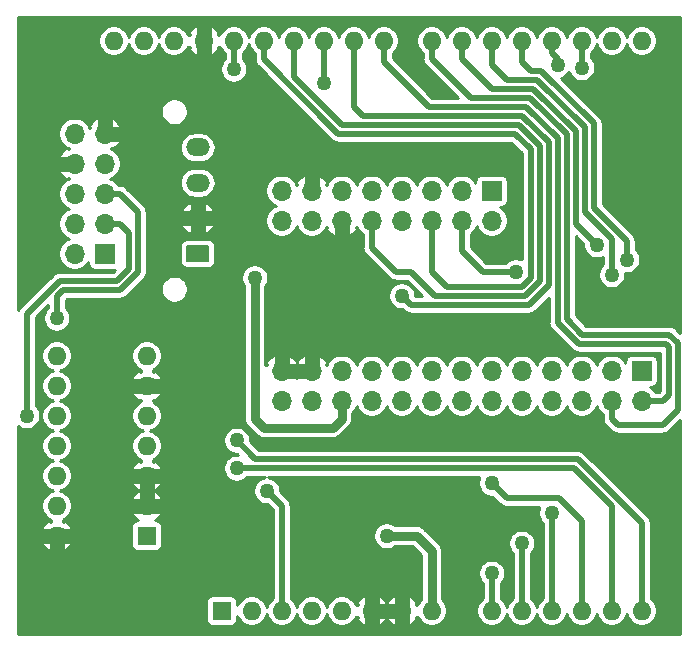
<source format=gbr>
%TF.GenerationSoftware,KiCad,Pcbnew,(5.1.8)-1*%
%TF.CreationDate,2021-08-01T10:57:51-04:00*%
%TF.ProjectId,p3_dx robot controller,70335f64-7820-4726-9f62-6f7420636f6e,rev?*%
%TF.SameCoordinates,Original*%
%TF.FileFunction,Copper,L1,Top*%
%TF.FilePolarity,Positive*%
%FSLAX46Y46*%
G04 Gerber Fmt 4.6, Leading zero omitted, Abs format (unit mm)*
G04 Created by KiCad (PCBNEW (5.1.8)-1) date 2021-08-01 10:57:51*
%MOMM*%
%LPD*%
G01*
G04 APERTURE LIST*
%TA.AperFunction,ComponentPad*%
%ADD10O,1.600000X1.600000*%
%TD*%
%TA.AperFunction,ComponentPad*%
%ADD11R,1.600000X1.600000*%
%TD*%
%TA.AperFunction,ComponentPad*%
%ADD12O,2.020000X1.500000*%
%TD*%
%TA.AperFunction,ComponentPad*%
%ADD13R,1.700000X1.700000*%
%TD*%
%TA.AperFunction,ComponentPad*%
%ADD14O,1.700000X1.700000*%
%TD*%
%TA.AperFunction,ViaPad*%
%ADD15C,1.270000*%
%TD*%
%TA.AperFunction,Conductor*%
%ADD16C,0.508000*%
%TD*%
%TA.AperFunction,Conductor*%
%ADD17C,0.762000*%
%TD*%
%TA.AperFunction,Conductor*%
%ADD18C,0.254000*%
%TD*%
%TA.AperFunction,Conductor*%
%ADD19C,0.100000*%
%TD*%
G04 APERTURE END LIST*
D10*
%TO.P,A1,16*%
%TO.N,SERIAL_OUT*%
X50800000Y-2540000D03*
%TO.P,A1,15*%
%TO.N,SERIAL_IN*%
X53340000Y-2540000D03*
%TO.P,A1,30*%
%TO.N,Net-(A1-Pad30)*%
X13720000Y-2540000D03*
%TO.P,A1,14*%
%TO.N,SCL*%
X53340000Y-50800000D03*
%TO.P,A1,29*%
%TO.N,GND*%
X16260000Y-2540000D03*
%TO.P,A1,13*%
%TO.N,SDA*%
X50800000Y-50800000D03*
%TO.P,A1,28*%
%TO.N,RADIO_SWITCH*%
X18800000Y-2540000D03*
%TO.P,A1,12*%
%TO.N,LEFT_ENCODER_B*%
X48260000Y-50800000D03*
%TO.P,A1,27*%
%TO.N,AUX_SWITCH*%
X21340000Y-2540000D03*
%TO.P,A1,11*%
%TO.N,RIGHT_ENCODER_B*%
X45720000Y-50800000D03*
%TO.P,A1,26*%
%TO.N,STATUS_LED*%
X23880000Y-2540000D03*
%TO.P,A1,10*%
%TO.N,RIGHT_ENCODER_A*%
X43180000Y-50800000D03*
%TO.P,A1,25*%
%TO.N,POWER_LED*%
X26420000Y-2540000D03*
%TO.P,A1,9*%
%TO.N,LEFT_ENCODER_A*%
X40640000Y-50800000D03*
%TO.P,A1,24*%
%TO.N,BUZZER*%
X28960000Y-2540000D03*
%TO.P,A1,8*%
%TO.N,VCC*%
X35560000Y-50800000D03*
%TO.P,A1,23*%
%TO.N,LEFT_MOTOR_DIR*%
X31500000Y-2540000D03*
%TO.P,A1,7*%
%TO.N,GND*%
X33020000Y-50800000D03*
%TO.P,A1,22*%
%TO.N,RIGHT_MOTOR_DIR*%
X35560000Y-2540000D03*
%TO.P,A1,6*%
%TO.N,GND*%
X30480000Y-50800000D03*
%TO.P,A1,21*%
%TO.N,LEFT_MOTOR_PWM*%
X38100000Y-2540000D03*
%TO.P,A1,5*%
%TO.N,Net-(A1-Pad5)*%
X27940000Y-50800000D03*
%TO.P,A1,20*%
%TO.N,RIGHT_MOTOR_PWM*%
X40640000Y-2540000D03*
%TO.P,A1,4*%
%TO.N,Net-(A1-Pad4)*%
X25400000Y-50800000D03*
%TO.P,A1,19*%
%TO.N,MOTORS_ENABLED*%
X43180000Y-2540000D03*
%TO.P,A1,3*%
%TO.N,RESET*%
X22860000Y-50800000D03*
%TO.P,A1,18*%
%TO.N,RESET_SWITCH*%
X45720000Y-2540000D03*
%TO.P,A1,2*%
%TO.N,Net-(A1-Pad2)*%
X20320000Y-50800000D03*
%TO.P,A1,17*%
%TO.N,MOTOR_SWITCH*%
X48260000Y-2540000D03*
D11*
%TO.P,A1,1*%
%TO.N,Net-(A1-Pad1)*%
X17780000Y-50800000D03*
D10*
%TO.P,A1,31*%
%TO.N,Net-(A1-Pad31)*%
X11180000Y-2540000D03*
%TO.P,A1,32*%
%TO.N,Net-(A1-Pad32)*%
X8640000Y-2540000D03*
%TD*%
%TO.P,P1,1*%
%TO.N,VPP*%
%TA.AperFunction,ComponentPad*%
G36*
G01*
X16508000Y-21324000D02*
X14988000Y-21324000D01*
G75*
G02*
X14738000Y-21074000I0J250000D01*
G01*
X14738000Y-20074000D01*
G75*
G02*
X14988000Y-19824000I250000J0D01*
G01*
X16508000Y-19824000D01*
G75*
G02*
X16758000Y-20074000I0J-250000D01*
G01*
X16758000Y-21074000D01*
G75*
G02*
X16508000Y-21324000I-250000J0D01*
G01*
G37*
%TD.AperFunction*%
D12*
%TO.P,P1,2*%
%TO.N,GND*%
X15748000Y-17574000D03*
%TO.P,P1,3*%
%TO.N,VCC*%
X15748000Y-14574000D03*
%TO.P,P1,4*%
%TO.N,N/C*%
X15748000Y-11574000D03*
%TD*%
D13*
%TO.P,P2,1*%
%TO.N,LEFT_MOTOR_PWM*%
X53340000Y-30480000D03*
D14*
%TO.P,P2,2*%
%TO.N,LEFT_MOTOR_DIR*%
X53340000Y-33020000D03*
%TO.P,P2,3*%
%TO.N,RIGHT_MOTOR_PWM*%
X50800000Y-30480000D03*
%TO.P,P2,4*%
%TO.N,RIGHT_MOTOR_DIR*%
X50800000Y-33020000D03*
%TO.P,P2,5*%
%TO.N,MOTORS_ENABLED*%
X48260000Y-30480000D03*
%TO.P,P2,6*%
%TO.N,LEFT_ENCODER_A*%
X48260000Y-33020000D03*
%TO.P,P2,7*%
%TO.N,E-STOP*%
X45720000Y-30480000D03*
%TO.P,P2,8*%
%TO.N,RIGHT_ENCODER_A*%
X45720000Y-33020000D03*
%TO.P,P2,9*%
%TO.N,Net-(P2-Pad9)*%
X43180000Y-30480000D03*
%TO.P,P2,10*%
%TO.N,RIGHT_ENCODER_B*%
X43180000Y-33020000D03*
%TO.P,P2,11*%
%TO.N,Net-(P2-Pad11)*%
X40640000Y-30480000D03*
%TO.P,P2,12*%
%TO.N,LEFT_ENCODER_B*%
X40640000Y-33020000D03*
%TO.P,P2,13*%
%TO.N,Net-(P2-Pad13)*%
X38100000Y-30480000D03*
%TO.P,P2,14*%
%TO.N,Net-(P2-Pad14)*%
X38100000Y-33020000D03*
%TO.P,P2,15*%
%TO.N,Net-(P2-Pad15)*%
X35560000Y-30480000D03*
%TO.P,P2,16*%
%TO.N,Net-(P2-Pad16)*%
X35560000Y-33020000D03*
%TO.P,P2,17*%
%TO.N,Net-(P2-Pad17)*%
X33020000Y-30480000D03*
%TO.P,P2,18*%
%TO.N,Net-(P2-Pad18)*%
X33020000Y-33020000D03*
%TO.P,P2,19*%
%TO.N,Net-(P2-Pad19)*%
X30480000Y-30480000D03*
%TO.P,P2,20*%
%TO.N,Net-(P2-Pad20)*%
X30480000Y-33020000D03*
%TO.P,P2,21*%
%TO.N,Net-(P2-Pad21)*%
X27940000Y-30480000D03*
%TO.P,P2,22*%
%TO.N,VPP*%
X27940000Y-33020000D03*
%TO.P,P2,23*%
%TO.N,GND*%
X25400000Y-30480000D03*
%TO.P,P2,24*%
%TO.N,Net-(P2-Pad24)*%
X25400000Y-33020000D03*
%TO.P,P2,25*%
%TO.N,GND*%
X22860000Y-30480000D03*
%TO.P,P2,26*%
%TO.N,N/C*%
X22860000Y-33020000D03*
%TD*%
D13*
%TO.P,P3,1*%
%TO.N,S_SEL1*%
X7874000Y-20574000D03*
D14*
%TO.P,P3,2*%
%TO.N,S_SEL2*%
X5334000Y-20574000D03*
%TO.P,P3,3*%
%TO.N,S_SEL3*%
X7874000Y-18034000D03*
%TO.P,P3,4*%
%TO.N,S_INHIB*%
X5334000Y-18034000D03*
%TO.P,P3,5*%
%TO.N,S_TRIG*%
X7874000Y-15494000D03*
%TO.P,P3,6*%
%TO.N,VCC*%
X5334000Y-15494000D03*
%TO.P,P3,7*%
X7874000Y-12954000D03*
%TO.P,P3,8*%
%TO.N,GND*%
X5334000Y-12954000D03*
%TO.P,P3,9*%
X7874000Y-10414000D03*
%TO.P,P3,10*%
%TO.N,S_ECHO*%
X5334000Y-10414000D03*
%TD*%
D13*
%TO.P,P4,1*%
%TO.N,VCC*%
X40640000Y-15240000D03*
D14*
%TO.P,P4,2*%
X40640000Y-17780000D03*
%TO.P,P4,3*%
%TO.N,RESET_SWITCH*%
X38100000Y-15240000D03*
%TO.P,P4,4*%
%TO.N,MOTOR_SWITCH*%
X38100000Y-17780000D03*
%TO.P,P4,5*%
%TO.N,RADIO_SWITCH*%
X35560000Y-15240000D03*
%TO.P,P4,6*%
%TO.N,AUX_SWITCH*%
X35560000Y-17780000D03*
%TO.P,P4,7*%
%TO.N,Net-(P4-Pad7)*%
X33020000Y-15240000D03*
%TO.P,P4,8*%
%TO.N,BUZZER*%
X33020000Y-17780000D03*
%TO.P,P4,9*%
%TO.N,POWER_LED*%
X30480000Y-15240000D03*
%TO.P,P4,10*%
%TO.N,STATUS_LED*%
X30480000Y-17780000D03*
%TO.P,P4,11*%
%TO.N,VPP*%
X27940000Y-15240000D03*
%TO.P,P4,12*%
%TO.N,GND*%
X27940000Y-17780000D03*
%TO.P,P4,13*%
X25400000Y-15240000D03*
%TO.P,P4,14*%
%TO.N,Net-(P4-Pad14)*%
X25400000Y-17780000D03*
%TO.P,P4,15*%
%TO.N,Net-(P4-Pad15)*%
X22860000Y-15240000D03*
%TO.P,P4,16*%
%TO.N,Net-(P4-Pad16)*%
X22860000Y-17780000D03*
%TD*%
D11*
%TO.P,U1,1*%
%TO.N,VCC*%
X11430000Y-44450000D03*
D10*
%TO.P,U1,8*%
%TO.N,S_TRIG*%
X3810000Y-29210000D03*
%TO.P,U1,2*%
%TO.N,GND*%
X11430000Y-41910000D03*
%TO.P,U1,9*%
%TO.N,S_ECHO*%
X3810000Y-31750000D03*
%TO.P,U1,3*%
%TO.N,GND*%
X11430000Y-39370000D03*
%TO.P,U1,10*%
%TO.N,S_INHIB*%
X3810000Y-34290000D03*
%TO.P,U1,4*%
%TO.N,RESET*%
X11430000Y-36830000D03*
%TO.P,U1,11*%
%TO.N,S_SEL3*%
X3810000Y-36830000D03*
%TO.P,U1,5*%
%TO.N,SCL*%
X11430000Y-34290000D03*
%TO.P,U1,12*%
%TO.N,S_SEL2*%
X3810000Y-39370000D03*
%TO.P,U1,6*%
%TO.N,GND*%
X11430000Y-31750000D03*
%TO.P,U1,13*%
%TO.N,S_SEL1*%
X3810000Y-41910000D03*
%TO.P,U1,7*%
%TO.N,SDA*%
X11430000Y-29210000D03*
%TO.P,U1,14*%
%TO.N,GND*%
X3810000Y-44450000D03*
%TD*%
D15*
%TO.N,VPP*%
X20574000Y-22606000D03*
%TO.N,BUZZER*%
X33020000Y-24130000D03*
%TO.N,MOTOR_SWITCH*%
X48260000Y-4826000D03*
X42672000Y-22098000D03*
%TO.N,RESET_SWITCH*%
X46228000Y-4572000D03*
%TO.N,S_SEL3*%
X1270000Y-34290000D03*
%TO.N,S_TRIG*%
X3810000Y-26035000D03*
%TO.N,RESET*%
X21590000Y-40640000D03*
%TO.N,MOTORS_ENABLED*%
X52070000Y-21082000D03*
%TO.N,LEFT_MOTOR_PWM*%
X49530000Y-19812000D03*
%TO.N,RIGHT_MOTOR_PWM*%
X50800000Y-22352000D03*
%TO.N,VCC*%
X31750000Y-44450000D03*
%TO.N,LEFT_ENCODER_A*%
X40640000Y-47625000D03*
%TO.N,POWER_LED*%
X26416000Y-6096000D03*
%TO.N,RIGHT_ENCODER_A*%
X43180000Y-45085000D03*
%TO.N,RIGHT_ENCODER_B*%
X45720000Y-42545000D03*
%TO.N,LEFT_ENCODER_B*%
X40640000Y-40005000D03*
%TO.N,RADIO_SWITCH*%
X18796000Y-4952999D03*
%TO.N,SDA*%
X19050000Y-38735000D03*
%TO.N,SCL*%
X19050000Y-36387356D03*
%TD*%
D16*
%TO.N,MOTOR_SWITCH*%
X42672000Y-22098000D02*
X42672000Y-22098000D01*
X38100000Y-17780000D02*
X38100000Y-20320000D01*
X39878000Y-22098000D02*
X42672000Y-22098000D01*
X38100000Y-20320000D02*
X39878000Y-22098000D01*
X48260000Y-4826000D02*
X48260000Y-2540000D01*
%TO.N,RESET_SWITCH*%
X46228000Y-4572000D02*
X46228000Y-4064000D01*
X45720000Y-3556000D02*
X45720000Y-2540000D01*
X46228000Y-4064000D02*
X45720000Y-3556000D01*
%TO.N,RESET*%
X22860000Y-50800000D02*
X22860000Y-41910000D01*
X22860000Y-41910000D02*
X21590000Y-40640000D01*
X21590000Y-40640000D02*
X21590000Y-40640000D01*
%TO.N,MOTORS_ENABLED*%
X43941940Y-5079940D02*
X43180000Y-4318000D01*
X44819804Y-5079940D02*
X43941940Y-5079940D01*
X49276060Y-9536196D02*
X44819804Y-5079940D01*
X43180000Y-4318000D02*
X43180000Y-2540000D01*
X49276060Y-16702416D02*
X49276060Y-9536196D01*
X52070000Y-19496356D02*
X49276060Y-16702416D01*
X52070000Y-21082000D02*
X52070000Y-19496356D01*
%TO.N,LEFT_MOTOR_PWM*%
X47752040Y-18034040D02*
X49530000Y-19812000D01*
X47752040Y-10167464D02*
X47752040Y-18034040D01*
X44188536Y-6603960D02*
X47752040Y-10167464D01*
X40639960Y-6603960D02*
X44188536Y-6603960D01*
X38100000Y-4064000D02*
X40639960Y-6603960D01*
X38100000Y-2540000D02*
X38100000Y-4064000D01*
%TO.N,RIGHT_MOTOR_PWM*%
X48514050Y-17018050D02*
X50800000Y-19304000D01*
X48514050Y-9851830D02*
X48514050Y-17018050D01*
X44504170Y-5841950D02*
X48514050Y-9851830D01*
X40640000Y-4572000D02*
X41909950Y-5841950D01*
X50800000Y-19304000D02*
X50800000Y-22352000D01*
X41909950Y-5841950D02*
X44504170Y-5841950D01*
X40640000Y-2540000D02*
X40640000Y-4572000D01*
%TO.N,RIGHT_MOTOR_DIR*%
X50800000Y-34544000D02*
X50800000Y-33020000D01*
X35560000Y-2540000D02*
X35560000Y-4064000D01*
X55687636Y-27431992D02*
X56388010Y-28132366D01*
X56388010Y-28132366D02*
X56388010Y-33781990D01*
X38861970Y-7365970D02*
X43872902Y-7365970D01*
X46990030Y-10483098D02*
X46990030Y-26100386D01*
X35560000Y-4064000D02*
X38861970Y-7365970D01*
X43872902Y-7365970D02*
X46990030Y-10483098D01*
X46990030Y-26100386D02*
X48321644Y-27432000D01*
X48321644Y-27432000D02*
X48321652Y-27431992D01*
X48321652Y-27431992D02*
X55687636Y-27431992D01*
X51308000Y-35052000D02*
X50800000Y-34544000D01*
X56388010Y-33781990D02*
X55118000Y-35052000D01*
X55118000Y-35052000D02*
X51308000Y-35052000D01*
%TO.N,LEFT_MOTOR_DIR*%
X55626000Y-28448000D02*
X55626000Y-32512000D01*
X55372000Y-28194000D02*
X55626000Y-28448000D01*
X48006000Y-28194000D02*
X55372000Y-28194000D01*
X46228020Y-10798732D02*
X46228020Y-26416020D01*
X35305980Y-8127980D02*
X43557268Y-8127980D01*
X46228020Y-26416020D02*
X48006000Y-28194000D01*
X43557268Y-8127980D02*
X46228020Y-10798732D01*
X31500000Y-4322000D02*
X35305980Y-8127980D01*
X55118000Y-33020000D02*
X53340000Y-33020000D01*
X55626000Y-32512000D02*
X55118000Y-33020000D01*
X31500000Y-2540000D02*
X31500000Y-4322000D01*
D17*
%TO.N,VCC*%
X31750000Y-44450000D02*
X34290000Y-44450000D01*
X35560000Y-45720000D02*
X35560000Y-50800000D01*
X34290000Y-44450000D02*
X35560000Y-45720000D01*
D16*
%TO.N,BUZZER*%
X28960000Y-2540000D02*
X28960000Y-8132000D01*
X43241634Y-8889990D02*
X45466010Y-11114366D01*
X29717990Y-8889990D02*
X43241634Y-8889990D01*
X28960000Y-8132000D02*
X29717990Y-8889990D01*
X45466010Y-23237278D02*
X43811268Y-24892020D01*
X45466010Y-11114366D02*
X45466010Y-23237278D01*
X33782020Y-24892020D02*
X33020000Y-24130000D01*
X43811268Y-24892020D02*
X33782020Y-24892020D01*
%TO.N,LEFT_ENCODER_A*%
X40640000Y-50800000D02*
X40640000Y-47625000D01*
%TO.N,POWER_LED*%
X26416000Y-2544000D02*
X26420000Y-2540000D01*
X26416000Y-6096000D02*
X26416000Y-2544000D01*
%TO.N,LEFT_ENCODER_B*%
X41910000Y-41275000D02*
X40640000Y-40005000D01*
X46355000Y-41275000D02*
X41910000Y-41275000D01*
X48260000Y-43180000D02*
X46355000Y-41275000D01*
X48260000Y-50800000D02*
X48260000Y-43180000D01*
%TO.N,STATUS_LED*%
X23880000Y-5251642D02*
X23880000Y-2540000D01*
X23876000Y-5255642D02*
X23880000Y-5251642D01*
X27940000Y-9652000D02*
X23876000Y-5588000D01*
X42926000Y-9652000D02*
X27940000Y-9652000D01*
X44704000Y-11430000D02*
X42926000Y-9652000D01*
X44704000Y-22921644D02*
X44704000Y-11430000D01*
X43495634Y-24130010D02*
X44704000Y-22921644D01*
X23876000Y-5588000D02*
X23876000Y-5255642D01*
X35814010Y-24130010D02*
X43495634Y-24130010D01*
X33782000Y-22098000D02*
X35814010Y-24130010D01*
X30480000Y-20066000D02*
X32512000Y-22098000D01*
X30480000Y-17780000D02*
X30480000Y-20066000D01*
X32512000Y-22098000D02*
X33782000Y-22098000D01*
%TO.N,RIGHT_ENCODER_A*%
X43180000Y-50800000D02*
X43180000Y-45085000D01*
%TO.N,AUX_SWITCH*%
X43942000Y-11745644D02*
X43942000Y-22606000D01*
X43942000Y-22606000D02*
X43180000Y-23368000D01*
X42610356Y-10414000D02*
X43942000Y-11745644D01*
X36830000Y-23368000D02*
X35560000Y-22098000D01*
X27624356Y-10414000D02*
X42610356Y-10414000D01*
X21340000Y-4129644D02*
X27624356Y-10414000D01*
X43180000Y-23368000D02*
X36830000Y-23368000D01*
X21340000Y-2540000D02*
X21340000Y-4129644D01*
X35560000Y-22098000D02*
X35560000Y-17780000D01*
%TO.N,RIGHT_ENCODER_B*%
X45720000Y-50800000D02*
X45720000Y-42545000D01*
%TO.N,RADIO_SWITCH*%
X18796000Y-2544000D02*
X18800000Y-2540000D01*
X18796000Y-4952999D02*
X18796000Y-2544000D01*
%TO.N,SDA*%
X50800000Y-50800000D02*
X50800000Y-41910000D01*
X50800000Y-41910000D02*
X47625000Y-38735000D01*
X47625000Y-38735000D02*
X30480000Y-38735000D01*
X30480000Y-38735000D02*
X20320000Y-38735000D01*
X20320000Y-38735000D02*
X19050000Y-38735000D01*
X19050000Y-38735000D02*
X19050000Y-38735000D01*
%TO.N,SCL*%
X53340000Y-50800000D02*
X53340000Y-43372356D01*
X53340000Y-43372356D02*
X47940634Y-37972990D01*
X47940634Y-37972990D02*
X37465000Y-37972990D01*
X20635634Y-37972990D02*
X19050000Y-36387356D01*
X37465000Y-37972990D02*
X20635634Y-37972990D01*
X19050000Y-36387356D02*
X19050000Y-36387356D01*
D17*
%TO.N,VPP*%
X20574000Y-22606000D02*
X20574000Y-34544000D01*
X20574000Y-34544000D02*
X21336000Y-35306000D01*
X21336000Y-35306000D02*
X27178000Y-35306000D01*
X27940000Y-34544000D02*
X27940000Y-33020000D01*
X27178000Y-35306000D02*
X27940000Y-34544000D01*
D16*
%TO.N,S_SEL3*%
X7874000Y-18034000D02*
X9144000Y-18034000D01*
X9144000Y-18034000D02*
X9906000Y-18796000D01*
X9906000Y-18796000D02*
X9906000Y-21844000D01*
X9906000Y-21844000D02*
X8890000Y-22860000D01*
X8890000Y-22860000D02*
X4064000Y-22860000D01*
X1270000Y-25654000D02*
X1270000Y-34290000D01*
X4064000Y-22860000D02*
X1270000Y-25654000D01*
%TO.N,S_TRIG*%
X3810000Y-26035000D02*
X3810000Y-24191644D01*
X9205634Y-23622010D02*
X10668010Y-22159634D01*
X10668010Y-22159634D02*
X10668010Y-17018010D01*
X4379634Y-23622010D02*
X9205634Y-23622010D01*
X3810000Y-24191644D02*
X4379634Y-23622010D01*
X9144000Y-15494000D02*
X7874000Y-15494000D01*
X10668010Y-17018010D02*
X9144000Y-15494000D01*
%TD*%
D18*
%TO.N,GND*%
X56592001Y-27258726D02*
X56252919Y-26919645D01*
X56229058Y-26890570D01*
X56113028Y-26795347D01*
X55980651Y-26724590D01*
X55837014Y-26681018D01*
X55725062Y-26669992D01*
X55725059Y-26669992D01*
X55687636Y-26666306D01*
X55650213Y-26669992D01*
X48637266Y-26669992D01*
X47752030Y-25784756D01*
X47752030Y-19111660D01*
X48387000Y-19746631D01*
X48387000Y-19924576D01*
X48430925Y-20145401D01*
X48517087Y-20353413D01*
X48642174Y-20540620D01*
X48801380Y-20699826D01*
X48988587Y-20824913D01*
X49196599Y-20911075D01*
X49417424Y-20955000D01*
X49642576Y-20955000D01*
X49863401Y-20911075D01*
X50038001Y-20838753D01*
X50038001Y-21497553D01*
X49912174Y-21623380D01*
X49787087Y-21810587D01*
X49700925Y-22018599D01*
X49657000Y-22239424D01*
X49657000Y-22464576D01*
X49700925Y-22685401D01*
X49787087Y-22893413D01*
X49912174Y-23080620D01*
X50071380Y-23239826D01*
X50258587Y-23364913D01*
X50466599Y-23451075D01*
X50687424Y-23495000D01*
X50912576Y-23495000D01*
X51133401Y-23451075D01*
X51341413Y-23364913D01*
X51528620Y-23239826D01*
X51687826Y-23080620D01*
X51812913Y-22893413D01*
X51899075Y-22685401D01*
X51943000Y-22464576D01*
X51943000Y-22239424D01*
X51939418Y-22221418D01*
X51957424Y-22225000D01*
X52182576Y-22225000D01*
X52403401Y-22181075D01*
X52611413Y-22094913D01*
X52798620Y-21969826D01*
X52957826Y-21810620D01*
X53082913Y-21623413D01*
X53169075Y-21415401D01*
X53213000Y-21194576D01*
X53213000Y-20969424D01*
X53169075Y-20748599D01*
X53082913Y-20540587D01*
X52957826Y-20353380D01*
X52832000Y-20227554D01*
X52832000Y-19533779D01*
X52835686Y-19496356D01*
X52825408Y-19392000D01*
X52820974Y-19346978D01*
X52777402Y-19203341D01*
X52744465Y-19141720D01*
X52706645Y-19070963D01*
X52635279Y-18984004D01*
X52611422Y-18954934D01*
X52582352Y-18931077D01*
X50038060Y-16386786D01*
X50038060Y-9573619D01*
X50041746Y-9536196D01*
X50034421Y-9461826D01*
X50027034Y-9386818D01*
X49983462Y-9243181D01*
X49948260Y-9177322D01*
X49912705Y-9110803D01*
X49877917Y-9068415D01*
X49817482Y-8994774D01*
X49788406Y-8970912D01*
X46500653Y-5683159D01*
X46561401Y-5671075D01*
X46769413Y-5584913D01*
X46956620Y-5459826D01*
X47115826Y-5300620D01*
X47179776Y-5204911D01*
X47247087Y-5367413D01*
X47372174Y-5554620D01*
X47531380Y-5713826D01*
X47718587Y-5838913D01*
X47926599Y-5925075D01*
X48147424Y-5969000D01*
X48372576Y-5969000D01*
X48593401Y-5925075D01*
X48801413Y-5838913D01*
X48988620Y-5713826D01*
X49147826Y-5554620D01*
X49272913Y-5367413D01*
X49359075Y-5159401D01*
X49403000Y-4938576D01*
X49403000Y-4713424D01*
X49359075Y-4492599D01*
X49272913Y-4284587D01*
X49147826Y-4097380D01*
X49022000Y-3971554D01*
X49022000Y-3603966D01*
X49093801Y-3555990D01*
X49275990Y-3373801D01*
X49419135Y-3159570D01*
X49517734Y-2921530D01*
X49530000Y-2859865D01*
X49542266Y-2921530D01*
X49640865Y-3159570D01*
X49784010Y-3373801D01*
X49966199Y-3555990D01*
X50180430Y-3699135D01*
X50418470Y-3797734D01*
X50671173Y-3848000D01*
X50928827Y-3848000D01*
X51181530Y-3797734D01*
X51419570Y-3699135D01*
X51633801Y-3555990D01*
X51815990Y-3373801D01*
X51959135Y-3159570D01*
X52057734Y-2921530D01*
X52070000Y-2859865D01*
X52082266Y-2921530D01*
X52180865Y-3159570D01*
X52324010Y-3373801D01*
X52506199Y-3555990D01*
X52720430Y-3699135D01*
X52958470Y-3797734D01*
X53211173Y-3848000D01*
X53468827Y-3848000D01*
X53721530Y-3797734D01*
X53959570Y-3699135D01*
X54173801Y-3555990D01*
X54355990Y-3373801D01*
X54499135Y-3159570D01*
X54597734Y-2921530D01*
X54648000Y-2668827D01*
X54648000Y-2411173D01*
X54597734Y-2158470D01*
X54499135Y-1920430D01*
X54355990Y-1706199D01*
X54173801Y-1524010D01*
X53959570Y-1380865D01*
X53721530Y-1282266D01*
X53468827Y-1232000D01*
X53211173Y-1232000D01*
X52958470Y-1282266D01*
X52720430Y-1380865D01*
X52506199Y-1524010D01*
X52324010Y-1706199D01*
X52180865Y-1920430D01*
X52082266Y-2158470D01*
X52070000Y-2220135D01*
X52057734Y-2158470D01*
X51959135Y-1920430D01*
X51815990Y-1706199D01*
X51633801Y-1524010D01*
X51419570Y-1380865D01*
X51181530Y-1282266D01*
X50928827Y-1232000D01*
X50671173Y-1232000D01*
X50418470Y-1282266D01*
X50180430Y-1380865D01*
X49966199Y-1524010D01*
X49784010Y-1706199D01*
X49640865Y-1920430D01*
X49542266Y-2158470D01*
X49530000Y-2220135D01*
X49517734Y-2158470D01*
X49419135Y-1920430D01*
X49275990Y-1706199D01*
X49093801Y-1524010D01*
X48879570Y-1380865D01*
X48641530Y-1282266D01*
X48388827Y-1232000D01*
X48131173Y-1232000D01*
X47878470Y-1282266D01*
X47640430Y-1380865D01*
X47426199Y-1524010D01*
X47244010Y-1706199D01*
X47100865Y-1920430D01*
X47002266Y-2158470D01*
X46990000Y-2220135D01*
X46977734Y-2158470D01*
X46879135Y-1920430D01*
X46735990Y-1706199D01*
X46553801Y-1524010D01*
X46339570Y-1380865D01*
X46101530Y-1282266D01*
X45848827Y-1232000D01*
X45591173Y-1232000D01*
X45338470Y-1282266D01*
X45100430Y-1380865D01*
X44886199Y-1524010D01*
X44704010Y-1706199D01*
X44560865Y-1920430D01*
X44462266Y-2158470D01*
X44450000Y-2220135D01*
X44437734Y-2158470D01*
X44339135Y-1920430D01*
X44195990Y-1706199D01*
X44013801Y-1524010D01*
X43799570Y-1380865D01*
X43561530Y-1282266D01*
X43308827Y-1232000D01*
X43051173Y-1232000D01*
X42798470Y-1282266D01*
X42560430Y-1380865D01*
X42346199Y-1524010D01*
X42164010Y-1706199D01*
X42020865Y-1920430D01*
X41922266Y-2158470D01*
X41910000Y-2220135D01*
X41897734Y-2158470D01*
X41799135Y-1920430D01*
X41655990Y-1706199D01*
X41473801Y-1524010D01*
X41259570Y-1380865D01*
X41021530Y-1282266D01*
X40768827Y-1232000D01*
X40511173Y-1232000D01*
X40258470Y-1282266D01*
X40020430Y-1380865D01*
X39806199Y-1524010D01*
X39624010Y-1706199D01*
X39480865Y-1920430D01*
X39382266Y-2158470D01*
X39370000Y-2220135D01*
X39357734Y-2158470D01*
X39259135Y-1920430D01*
X39115990Y-1706199D01*
X38933801Y-1524010D01*
X38719570Y-1380865D01*
X38481530Y-1282266D01*
X38228827Y-1232000D01*
X37971173Y-1232000D01*
X37718470Y-1282266D01*
X37480430Y-1380865D01*
X37266199Y-1524010D01*
X37084010Y-1706199D01*
X36940865Y-1920430D01*
X36842266Y-2158470D01*
X36830000Y-2220135D01*
X36817734Y-2158470D01*
X36719135Y-1920430D01*
X36575990Y-1706199D01*
X36393801Y-1524010D01*
X36179570Y-1380865D01*
X35941530Y-1282266D01*
X35688827Y-1232000D01*
X35431173Y-1232000D01*
X35178470Y-1282266D01*
X34940430Y-1380865D01*
X34726199Y-1524010D01*
X34544010Y-1706199D01*
X34400865Y-1920430D01*
X34302266Y-2158470D01*
X34252000Y-2411173D01*
X34252000Y-2668827D01*
X34302266Y-2921530D01*
X34400865Y-3159570D01*
X34544010Y-3373801D01*
X34726199Y-3555990D01*
X34798001Y-3603966D01*
X34798001Y-4026567D01*
X34794314Y-4064000D01*
X34809027Y-4213378D01*
X34852599Y-4357015D01*
X34923355Y-4489392D01*
X34991150Y-4572000D01*
X35018579Y-4605422D01*
X35047649Y-4629279D01*
X37784349Y-7365980D01*
X35621610Y-7365980D01*
X32262000Y-4006370D01*
X32262000Y-3603966D01*
X32333801Y-3555990D01*
X32515990Y-3373801D01*
X32659135Y-3159570D01*
X32757734Y-2921530D01*
X32808000Y-2668827D01*
X32808000Y-2411173D01*
X32757734Y-2158470D01*
X32659135Y-1920430D01*
X32515990Y-1706199D01*
X32333801Y-1524010D01*
X32119570Y-1380865D01*
X31881530Y-1282266D01*
X31628827Y-1232000D01*
X31371173Y-1232000D01*
X31118470Y-1282266D01*
X30880430Y-1380865D01*
X30666199Y-1524010D01*
X30484010Y-1706199D01*
X30340865Y-1920430D01*
X30242266Y-2158470D01*
X30230000Y-2220135D01*
X30217734Y-2158470D01*
X30119135Y-1920430D01*
X29975990Y-1706199D01*
X29793801Y-1524010D01*
X29579570Y-1380865D01*
X29341530Y-1282266D01*
X29088827Y-1232000D01*
X28831173Y-1232000D01*
X28578470Y-1282266D01*
X28340430Y-1380865D01*
X28126199Y-1524010D01*
X27944010Y-1706199D01*
X27800865Y-1920430D01*
X27702266Y-2158470D01*
X27690000Y-2220135D01*
X27677734Y-2158470D01*
X27579135Y-1920430D01*
X27435990Y-1706199D01*
X27253801Y-1524010D01*
X27039570Y-1380865D01*
X26801530Y-1282266D01*
X26548827Y-1232000D01*
X26291173Y-1232000D01*
X26038470Y-1282266D01*
X25800430Y-1380865D01*
X25586199Y-1524010D01*
X25404010Y-1706199D01*
X25260865Y-1920430D01*
X25162266Y-2158470D01*
X25150000Y-2220135D01*
X25137734Y-2158470D01*
X25039135Y-1920430D01*
X24895990Y-1706199D01*
X24713801Y-1524010D01*
X24499570Y-1380865D01*
X24261530Y-1282266D01*
X24008827Y-1232000D01*
X23751173Y-1232000D01*
X23498470Y-1282266D01*
X23260430Y-1380865D01*
X23046199Y-1524010D01*
X22864010Y-1706199D01*
X22720865Y-1920430D01*
X22622266Y-2158470D01*
X22610000Y-2220135D01*
X22597734Y-2158470D01*
X22499135Y-1920430D01*
X22355990Y-1706199D01*
X22173801Y-1524010D01*
X21959570Y-1380865D01*
X21721530Y-1282266D01*
X21468827Y-1232000D01*
X21211173Y-1232000D01*
X20958470Y-1282266D01*
X20720430Y-1380865D01*
X20506199Y-1524010D01*
X20324010Y-1706199D01*
X20180865Y-1920430D01*
X20082266Y-2158470D01*
X20070000Y-2220135D01*
X20057734Y-2158470D01*
X19959135Y-1920430D01*
X19815990Y-1706199D01*
X19633801Y-1524010D01*
X19419570Y-1380865D01*
X19181530Y-1282266D01*
X18928827Y-1232000D01*
X18671173Y-1232000D01*
X18418470Y-1282266D01*
X18180430Y-1380865D01*
X17966199Y-1524010D01*
X17784010Y-1706199D01*
X17640865Y-1920430D01*
X17594652Y-2031998D01*
X17443346Y-2031998D01*
X17506103Y-1828304D01*
X17343314Y-1598876D01*
X17138894Y-1405615D01*
X16971692Y-1293919D01*
X16768000Y-1369210D01*
X16768000Y-2032000D01*
X16788000Y-2032000D01*
X16788000Y-3048000D01*
X16768000Y-3048000D01*
X16768000Y-3710790D01*
X16971692Y-3786081D01*
X17138894Y-3674385D01*
X17343314Y-3481124D01*
X17506103Y-3251696D01*
X17443346Y-3048002D01*
X17594652Y-3048002D01*
X17640865Y-3159570D01*
X17784010Y-3373801D01*
X17966199Y-3555990D01*
X18034001Y-3601294D01*
X18034000Y-4098553D01*
X17908174Y-4224379D01*
X17783087Y-4411586D01*
X17696925Y-4619598D01*
X17653000Y-4840423D01*
X17653000Y-5065575D01*
X17696925Y-5286400D01*
X17783087Y-5494412D01*
X17908174Y-5681619D01*
X18067380Y-5840825D01*
X18254587Y-5965912D01*
X18462599Y-6052074D01*
X18683424Y-6095999D01*
X18908576Y-6095999D01*
X19129401Y-6052074D01*
X19337413Y-5965912D01*
X19524620Y-5840825D01*
X19683826Y-5681619D01*
X19808913Y-5494412D01*
X19895075Y-5286400D01*
X19939000Y-5065575D01*
X19939000Y-4840423D01*
X19895075Y-4619598D01*
X19808913Y-4411586D01*
X19683826Y-4224379D01*
X19558000Y-4098553D01*
X19558000Y-3606639D01*
X19633801Y-3555990D01*
X19815990Y-3373801D01*
X19959135Y-3159570D01*
X20057734Y-2921530D01*
X20070000Y-2859865D01*
X20082266Y-2921530D01*
X20180865Y-3159570D01*
X20324010Y-3373801D01*
X20506199Y-3555990D01*
X20578001Y-3603966D01*
X20578001Y-4092211D01*
X20574314Y-4129644D01*
X20589027Y-4279022D01*
X20632599Y-4422659D01*
X20703355Y-4555036D01*
X20752579Y-4615015D01*
X20798579Y-4671066D01*
X20827649Y-4694923D01*
X27059076Y-10926351D01*
X27082934Y-10955422D01*
X27198964Y-11050645D01*
X27331341Y-11121402D01*
X27474978Y-11164974D01*
X27586930Y-11176000D01*
X27586939Y-11176000D01*
X27624355Y-11179685D01*
X27661771Y-11176000D01*
X42294726Y-11176000D01*
X43180000Y-12061275D01*
X43180001Y-21071247D01*
X43005401Y-20998925D01*
X42784576Y-20955000D01*
X42559424Y-20955000D01*
X42338599Y-20998925D01*
X42130587Y-21085087D01*
X41943380Y-21210174D01*
X41817554Y-21336000D01*
X40193630Y-21336000D01*
X38862000Y-20004370D01*
X38862000Y-18904101D01*
X38965675Y-18834828D01*
X39154828Y-18645675D01*
X39303444Y-18423254D01*
X39370000Y-18262574D01*
X39436556Y-18423254D01*
X39585172Y-18645675D01*
X39774325Y-18834828D01*
X39996746Y-18983444D01*
X40243886Y-19085813D01*
X40506249Y-19138000D01*
X40773751Y-19138000D01*
X41036114Y-19085813D01*
X41283254Y-18983444D01*
X41505675Y-18834828D01*
X41694828Y-18645675D01*
X41843444Y-18423254D01*
X41945813Y-18176114D01*
X41998000Y-17913751D01*
X41998000Y-17646249D01*
X41945813Y-17383886D01*
X41843444Y-17136746D01*
X41694828Y-16914325D01*
X41505675Y-16725172D01*
X41319025Y-16600457D01*
X41490000Y-16600457D01*
X41589585Y-16590649D01*
X41685343Y-16561601D01*
X41773595Y-16514429D01*
X41850948Y-16450948D01*
X41914429Y-16373595D01*
X41961601Y-16285343D01*
X41990649Y-16189585D01*
X42000457Y-16090000D01*
X42000457Y-14390000D01*
X41990649Y-14290415D01*
X41961601Y-14194657D01*
X41914429Y-14106405D01*
X41850948Y-14029052D01*
X41773595Y-13965571D01*
X41685343Y-13918399D01*
X41589585Y-13889351D01*
X41490000Y-13879543D01*
X39790000Y-13879543D01*
X39690415Y-13889351D01*
X39594657Y-13918399D01*
X39506405Y-13965571D01*
X39429052Y-14029052D01*
X39365571Y-14106405D01*
X39318399Y-14194657D01*
X39289351Y-14290415D01*
X39279543Y-14390000D01*
X39279543Y-14560975D01*
X39154828Y-14374325D01*
X38965675Y-14185172D01*
X38743254Y-14036556D01*
X38496114Y-13934187D01*
X38233751Y-13882000D01*
X37966249Y-13882000D01*
X37703886Y-13934187D01*
X37456746Y-14036556D01*
X37234325Y-14185172D01*
X37045172Y-14374325D01*
X36896556Y-14596746D01*
X36830000Y-14757426D01*
X36763444Y-14596746D01*
X36614828Y-14374325D01*
X36425675Y-14185172D01*
X36203254Y-14036556D01*
X35956114Y-13934187D01*
X35693751Y-13882000D01*
X35426249Y-13882000D01*
X35163886Y-13934187D01*
X34916746Y-14036556D01*
X34694325Y-14185172D01*
X34505172Y-14374325D01*
X34356556Y-14596746D01*
X34290000Y-14757426D01*
X34223444Y-14596746D01*
X34074828Y-14374325D01*
X33885675Y-14185172D01*
X33663254Y-14036556D01*
X33416114Y-13934187D01*
X33153751Y-13882000D01*
X32886249Y-13882000D01*
X32623886Y-13934187D01*
X32376746Y-14036556D01*
X32154325Y-14185172D01*
X31965172Y-14374325D01*
X31816556Y-14596746D01*
X31750000Y-14757426D01*
X31683444Y-14596746D01*
X31534828Y-14374325D01*
X31345675Y-14185172D01*
X31123254Y-14036556D01*
X30876114Y-13934187D01*
X30613751Y-13882000D01*
X30346249Y-13882000D01*
X30083886Y-13934187D01*
X29836746Y-14036556D01*
X29614325Y-14185172D01*
X29425172Y-14374325D01*
X29276556Y-14596746D01*
X29210000Y-14757426D01*
X29143444Y-14596746D01*
X28994828Y-14374325D01*
X28805675Y-14185172D01*
X28583254Y-14036556D01*
X28336114Y-13934187D01*
X28073751Y-13882000D01*
X27806249Y-13882000D01*
X27543886Y-13934187D01*
X27296746Y-14036556D01*
X27074325Y-14185172D01*
X26885172Y-14374325D01*
X26736556Y-14596746D01*
X26680533Y-14731998D01*
X26636679Y-14731998D01*
X26698779Y-14519961D01*
X26533351Y-14280417D01*
X26324369Y-14077749D01*
X26120035Y-13941241D01*
X25908000Y-14014898D01*
X25908000Y-14732000D01*
X25928000Y-14732000D01*
X25928000Y-15748000D01*
X25908000Y-15748000D01*
X25908000Y-15768000D01*
X24892000Y-15768000D01*
X24892000Y-15748000D01*
X24872000Y-15748000D01*
X24872000Y-14732000D01*
X24892000Y-14732000D01*
X24892000Y-14014898D01*
X24679965Y-13941241D01*
X24475631Y-14077749D01*
X24266649Y-14280417D01*
X24101221Y-14519961D01*
X24163321Y-14731998D01*
X24119467Y-14731998D01*
X24063444Y-14596746D01*
X23914828Y-14374325D01*
X23725675Y-14185172D01*
X23503254Y-14036556D01*
X23256114Y-13934187D01*
X22993751Y-13882000D01*
X22726249Y-13882000D01*
X22463886Y-13934187D01*
X22216746Y-14036556D01*
X21994325Y-14185172D01*
X21805172Y-14374325D01*
X21656556Y-14596746D01*
X21554187Y-14843886D01*
X21502000Y-15106249D01*
X21502000Y-15373751D01*
X21554187Y-15636114D01*
X21656556Y-15883254D01*
X21805172Y-16105675D01*
X21994325Y-16294828D01*
X22216746Y-16443444D01*
X22377426Y-16510000D01*
X22216746Y-16576556D01*
X21994325Y-16725172D01*
X21805172Y-16914325D01*
X21656556Y-17136746D01*
X21554187Y-17383886D01*
X21502000Y-17646249D01*
X21502000Y-17913751D01*
X21554187Y-18176114D01*
X21656556Y-18423254D01*
X21805172Y-18645675D01*
X21994325Y-18834828D01*
X22216746Y-18983444D01*
X22463886Y-19085813D01*
X22726249Y-19138000D01*
X22993751Y-19138000D01*
X23256114Y-19085813D01*
X23503254Y-18983444D01*
X23725675Y-18834828D01*
X23914828Y-18645675D01*
X24063444Y-18423254D01*
X24130000Y-18262574D01*
X24196556Y-18423254D01*
X24345172Y-18645675D01*
X24534325Y-18834828D01*
X24756746Y-18983444D01*
X25003886Y-19085813D01*
X25266249Y-19138000D01*
X25533751Y-19138000D01*
X25796114Y-19085813D01*
X26043254Y-18983444D01*
X26265675Y-18834828D01*
X26454828Y-18645675D01*
X26603444Y-18423254D01*
X26659467Y-18288002D01*
X26703321Y-18288002D01*
X26641221Y-18500039D01*
X26806649Y-18739583D01*
X27015631Y-18942251D01*
X27219965Y-19078759D01*
X27432000Y-19005102D01*
X27432000Y-18288000D01*
X27412000Y-18288000D01*
X27412000Y-17272000D01*
X27432000Y-17272000D01*
X27432000Y-17252000D01*
X28448000Y-17252000D01*
X28448000Y-17272000D01*
X28468000Y-17272000D01*
X28468000Y-18288000D01*
X28448000Y-18288000D01*
X28448000Y-19005102D01*
X28660035Y-19078759D01*
X28864369Y-18942251D01*
X29073351Y-18739583D01*
X29238779Y-18500039D01*
X29176679Y-18288002D01*
X29220533Y-18288002D01*
X29276556Y-18423254D01*
X29425172Y-18645675D01*
X29614325Y-18834828D01*
X29718000Y-18904101D01*
X29718001Y-20028567D01*
X29714314Y-20066000D01*
X29729027Y-20215378D01*
X29772599Y-20359015D01*
X29843355Y-20491392D01*
X29914175Y-20577686D01*
X29938579Y-20607422D01*
X29967649Y-20631279D01*
X31946720Y-22610351D01*
X31970578Y-22639422D01*
X31999648Y-22663279D01*
X32086607Y-22734645D01*
X32156992Y-22772266D01*
X32218985Y-22805402D01*
X32362622Y-22848974D01*
X32474574Y-22860000D01*
X32474577Y-22860000D01*
X32512000Y-22863686D01*
X32549423Y-22860000D01*
X33466370Y-22860000D01*
X34736389Y-24130020D01*
X34163000Y-24130020D01*
X34163000Y-24017424D01*
X34119075Y-23796599D01*
X34032913Y-23588587D01*
X33907826Y-23401380D01*
X33748620Y-23242174D01*
X33561413Y-23117087D01*
X33353401Y-23030925D01*
X33132576Y-22987000D01*
X32907424Y-22987000D01*
X32686599Y-23030925D01*
X32478587Y-23117087D01*
X32291380Y-23242174D01*
X32132174Y-23401380D01*
X32007087Y-23588587D01*
X31920925Y-23796599D01*
X31877000Y-24017424D01*
X31877000Y-24242576D01*
X31920925Y-24463401D01*
X32007087Y-24671413D01*
X32132174Y-24858620D01*
X32291380Y-25017826D01*
X32478587Y-25142913D01*
X32686599Y-25229075D01*
X32907424Y-25273000D01*
X33085369Y-25273000D01*
X33216740Y-25404371D01*
X33240598Y-25433442D01*
X33356628Y-25528665D01*
X33489005Y-25599422D01*
X33632642Y-25642994D01*
X33744594Y-25654020D01*
X33744596Y-25654020D01*
X33782019Y-25657706D01*
X33819442Y-25654020D01*
X43773845Y-25654020D01*
X43811268Y-25657706D01*
X43848691Y-25654020D01*
X43848694Y-25654020D01*
X43960646Y-25642994D01*
X44104283Y-25599422D01*
X44236660Y-25528665D01*
X44352690Y-25433442D01*
X44376552Y-25404366D01*
X45466021Y-24314897D01*
X45466021Y-26378587D01*
X45462334Y-26416020D01*
X45477047Y-26565398D01*
X45520619Y-26709035D01*
X45591375Y-26841412D01*
X45655583Y-26919649D01*
X45686599Y-26957442D01*
X45715669Y-26981299D01*
X47440720Y-28706351D01*
X47464578Y-28735422D01*
X47580608Y-28830645D01*
X47712985Y-28901402D01*
X47856622Y-28944974D01*
X47968574Y-28956000D01*
X47968576Y-28956000D01*
X48005999Y-28959686D01*
X48043422Y-28956000D01*
X54864000Y-28956000D01*
X54864001Y-32196369D01*
X54802370Y-32258000D01*
X54464101Y-32258000D01*
X54394828Y-32154325D01*
X54205675Y-31965172D01*
X54019025Y-31840457D01*
X54190000Y-31840457D01*
X54289585Y-31830649D01*
X54385343Y-31801601D01*
X54473595Y-31754429D01*
X54550948Y-31690948D01*
X54614429Y-31613595D01*
X54661601Y-31525343D01*
X54690649Y-31429585D01*
X54700457Y-31330000D01*
X54700457Y-29630000D01*
X54690649Y-29530415D01*
X54661601Y-29434657D01*
X54614429Y-29346405D01*
X54550948Y-29269052D01*
X54473595Y-29205571D01*
X54385343Y-29158399D01*
X54289585Y-29129351D01*
X54190000Y-29119543D01*
X52490000Y-29119543D01*
X52390415Y-29129351D01*
X52294657Y-29158399D01*
X52206405Y-29205571D01*
X52129052Y-29269052D01*
X52065571Y-29346405D01*
X52018399Y-29434657D01*
X51989351Y-29530415D01*
X51979543Y-29630000D01*
X51979543Y-29800975D01*
X51854828Y-29614325D01*
X51665675Y-29425172D01*
X51443254Y-29276556D01*
X51196114Y-29174187D01*
X50933751Y-29122000D01*
X50666249Y-29122000D01*
X50403886Y-29174187D01*
X50156746Y-29276556D01*
X49934325Y-29425172D01*
X49745172Y-29614325D01*
X49596556Y-29836746D01*
X49530000Y-29997426D01*
X49463444Y-29836746D01*
X49314828Y-29614325D01*
X49125675Y-29425172D01*
X48903254Y-29276556D01*
X48656114Y-29174187D01*
X48393751Y-29122000D01*
X48126249Y-29122000D01*
X47863886Y-29174187D01*
X47616746Y-29276556D01*
X47394325Y-29425172D01*
X47205172Y-29614325D01*
X47056556Y-29836746D01*
X46990000Y-29997426D01*
X46923444Y-29836746D01*
X46774828Y-29614325D01*
X46585675Y-29425172D01*
X46363254Y-29276556D01*
X46116114Y-29174187D01*
X45853751Y-29122000D01*
X45586249Y-29122000D01*
X45323886Y-29174187D01*
X45076746Y-29276556D01*
X44854325Y-29425172D01*
X44665172Y-29614325D01*
X44516556Y-29836746D01*
X44450000Y-29997426D01*
X44383444Y-29836746D01*
X44234828Y-29614325D01*
X44045675Y-29425172D01*
X43823254Y-29276556D01*
X43576114Y-29174187D01*
X43313751Y-29122000D01*
X43046249Y-29122000D01*
X42783886Y-29174187D01*
X42536746Y-29276556D01*
X42314325Y-29425172D01*
X42125172Y-29614325D01*
X41976556Y-29836746D01*
X41910000Y-29997426D01*
X41843444Y-29836746D01*
X41694828Y-29614325D01*
X41505675Y-29425172D01*
X41283254Y-29276556D01*
X41036114Y-29174187D01*
X40773751Y-29122000D01*
X40506249Y-29122000D01*
X40243886Y-29174187D01*
X39996746Y-29276556D01*
X39774325Y-29425172D01*
X39585172Y-29614325D01*
X39436556Y-29836746D01*
X39370000Y-29997426D01*
X39303444Y-29836746D01*
X39154828Y-29614325D01*
X38965675Y-29425172D01*
X38743254Y-29276556D01*
X38496114Y-29174187D01*
X38233751Y-29122000D01*
X37966249Y-29122000D01*
X37703886Y-29174187D01*
X37456746Y-29276556D01*
X37234325Y-29425172D01*
X37045172Y-29614325D01*
X36896556Y-29836746D01*
X36830000Y-29997426D01*
X36763444Y-29836746D01*
X36614828Y-29614325D01*
X36425675Y-29425172D01*
X36203254Y-29276556D01*
X35956114Y-29174187D01*
X35693751Y-29122000D01*
X35426249Y-29122000D01*
X35163886Y-29174187D01*
X34916746Y-29276556D01*
X34694325Y-29425172D01*
X34505172Y-29614325D01*
X34356556Y-29836746D01*
X34290000Y-29997426D01*
X34223444Y-29836746D01*
X34074828Y-29614325D01*
X33885675Y-29425172D01*
X33663254Y-29276556D01*
X33416114Y-29174187D01*
X33153751Y-29122000D01*
X32886249Y-29122000D01*
X32623886Y-29174187D01*
X32376746Y-29276556D01*
X32154325Y-29425172D01*
X31965172Y-29614325D01*
X31816556Y-29836746D01*
X31750000Y-29997426D01*
X31683444Y-29836746D01*
X31534828Y-29614325D01*
X31345675Y-29425172D01*
X31123254Y-29276556D01*
X30876114Y-29174187D01*
X30613751Y-29122000D01*
X30346249Y-29122000D01*
X30083886Y-29174187D01*
X29836746Y-29276556D01*
X29614325Y-29425172D01*
X29425172Y-29614325D01*
X29276556Y-29836746D01*
X29210000Y-29997426D01*
X29143444Y-29836746D01*
X28994828Y-29614325D01*
X28805675Y-29425172D01*
X28583254Y-29276556D01*
X28336114Y-29174187D01*
X28073751Y-29122000D01*
X27806249Y-29122000D01*
X27543886Y-29174187D01*
X27296746Y-29276556D01*
X27074325Y-29425172D01*
X26885172Y-29614325D01*
X26736556Y-29836746D01*
X26680533Y-29971998D01*
X26636679Y-29971998D01*
X26698779Y-29759961D01*
X26533351Y-29520417D01*
X26324369Y-29317749D01*
X26120035Y-29181241D01*
X25908000Y-29254898D01*
X25908000Y-29972000D01*
X25928000Y-29972000D01*
X25928000Y-30988000D01*
X25908000Y-30988000D01*
X25908000Y-31008000D01*
X24892000Y-31008000D01*
X24892000Y-30988000D01*
X24163322Y-30988000D01*
X24130000Y-31101775D01*
X24096678Y-30988000D01*
X23368000Y-30988000D01*
X23368000Y-31008000D01*
X22352000Y-31008000D01*
X22352000Y-30988000D01*
X22332000Y-30988000D01*
X22332000Y-29972000D01*
X22352000Y-29972000D01*
X22352000Y-29254898D01*
X23368000Y-29254898D01*
X23368000Y-29972000D01*
X24096678Y-29972000D01*
X24130000Y-29858225D01*
X24163322Y-29972000D01*
X24892000Y-29972000D01*
X24892000Y-29254898D01*
X24679965Y-29181241D01*
X24475631Y-29317749D01*
X24266649Y-29520417D01*
X24130000Y-29718288D01*
X23993351Y-29520417D01*
X23784369Y-29317749D01*
X23580035Y-29181241D01*
X23368000Y-29254898D01*
X22352000Y-29254898D01*
X22139965Y-29181241D01*
X21935631Y-29317749D01*
X21726649Y-29520417D01*
X21561221Y-29759961D01*
X21623321Y-29971998D01*
X21463000Y-29971998D01*
X21463000Y-23332863D01*
X21586913Y-23147413D01*
X21673075Y-22939401D01*
X21717000Y-22718576D01*
X21717000Y-22493424D01*
X21673075Y-22272599D01*
X21586913Y-22064587D01*
X21461826Y-21877380D01*
X21302620Y-21718174D01*
X21115413Y-21593087D01*
X20907401Y-21506925D01*
X20686576Y-21463000D01*
X20461424Y-21463000D01*
X20240599Y-21506925D01*
X20032587Y-21593087D01*
X19845380Y-21718174D01*
X19686174Y-21877380D01*
X19561087Y-22064587D01*
X19474925Y-22272599D01*
X19431000Y-22493424D01*
X19431000Y-22718576D01*
X19474925Y-22939401D01*
X19561087Y-23147413D01*
X19685000Y-23332863D01*
X19685001Y-34500330D01*
X19680700Y-34544000D01*
X19697864Y-34718274D01*
X19748698Y-34885852D01*
X19808323Y-34997402D01*
X19831248Y-35040291D01*
X19942342Y-35175659D01*
X19976259Y-35203494D01*
X20676505Y-35903741D01*
X20704341Y-35937659D01*
X20839709Y-36048753D01*
X20994149Y-36131303D01*
X21110892Y-36166716D01*
X21161725Y-36182136D01*
X21178325Y-36183771D01*
X21292333Y-36195000D01*
X21292340Y-36195000D01*
X21336000Y-36199300D01*
X21379660Y-36195000D01*
X27134340Y-36195000D01*
X27178000Y-36199300D01*
X27221660Y-36195000D01*
X27221667Y-36195000D01*
X27352274Y-36182136D01*
X27519851Y-36131303D01*
X27674291Y-36048753D01*
X27809659Y-35937659D01*
X27837499Y-35903737D01*
X28537742Y-35203493D01*
X28571659Y-35175659D01*
X28682753Y-35040291D01*
X28765303Y-34885851D01*
X28816136Y-34718274D01*
X28829000Y-34587667D01*
X28829000Y-34587660D01*
X28833300Y-34544000D01*
X28829000Y-34500340D01*
X28829000Y-34051503D01*
X28994828Y-33885675D01*
X29143444Y-33663254D01*
X29210000Y-33502574D01*
X29276556Y-33663254D01*
X29425172Y-33885675D01*
X29614325Y-34074828D01*
X29836746Y-34223444D01*
X30083886Y-34325813D01*
X30346249Y-34378000D01*
X30613751Y-34378000D01*
X30876114Y-34325813D01*
X31123254Y-34223444D01*
X31345675Y-34074828D01*
X31534828Y-33885675D01*
X31683444Y-33663254D01*
X31750000Y-33502574D01*
X31816556Y-33663254D01*
X31965172Y-33885675D01*
X32154325Y-34074828D01*
X32376746Y-34223444D01*
X32623886Y-34325813D01*
X32886249Y-34378000D01*
X33153751Y-34378000D01*
X33416114Y-34325813D01*
X33663254Y-34223444D01*
X33885675Y-34074828D01*
X34074828Y-33885675D01*
X34223444Y-33663254D01*
X34290000Y-33502574D01*
X34356556Y-33663254D01*
X34505172Y-33885675D01*
X34694325Y-34074828D01*
X34916746Y-34223444D01*
X35163886Y-34325813D01*
X35426249Y-34378000D01*
X35693751Y-34378000D01*
X35956114Y-34325813D01*
X36203254Y-34223444D01*
X36425675Y-34074828D01*
X36614828Y-33885675D01*
X36763444Y-33663254D01*
X36830000Y-33502574D01*
X36896556Y-33663254D01*
X37045172Y-33885675D01*
X37234325Y-34074828D01*
X37456746Y-34223444D01*
X37703886Y-34325813D01*
X37966249Y-34378000D01*
X38233751Y-34378000D01*
X38496114Y-34325813D01*
X38743254Y-34223444D01*
X38965675Y-34074828D01*
X39154828Y-33885675D01*
X39303444Y-33663254D01*
X39370000Y-33502574D01*
X39436556Y-33663254D01*
X39585172Y-33885675D01*
X39774325Y-34074828D01*
X39996746Y-34223444D01*
X40243886Y-34325813D01*
X40506249Y-34378000D01*
X40773751Y-34378000D01*
X41036114Y-34325813D01*
X41283254Y-34223444D01*
X41505675Y-34074828D01*
X41694828Y-33885675D01*
X41843444Y-33663254D01*
X41910000Y-33502574D01*
X41976556Y-33663254D01*
X42125172Y-33885675D01*
X42314325Y-34074828D01*
X42536746Y-34223444D01*
X42783886Y-34325813D01*
X43046249Y-34378000D01*
X43313751Y-34378000D01*
X43576114Y-34325813D01*
X43823254Y-34223444D01*
X44045675Y-34074828D01*
X44234828Y-33885675D01*
X44383444Y-33663254D01*
X44450000Y-33502574D01*
X44516556Y-33663254D01*
X44665172Y-33885675D01*
X44854325Y-34074828D01*
X45076746Y-34223444D01*
X45323886Y-34325813D01*
X45586249Y-34378000D01*
X45853751Y-34378000D01*
X46116114Y-34325813D01*
X46363254Y-34223444D01*
X46585675Y-34074828D01*
X46774828Y-33885675D01*
X46923444Y-33663254D01*
X46990000Y-33502574D01*
X47056556Y-33663254D01*
X47205172Y-33885675D01*
X47394325Y-34074828D01*
X47616746Y-34223444D01*
X47863886Y-34325813D01*
X48126249Y-34378000D01*
X48393751Y-34378000D01*
X48656114Y-34325813D01*
X48903254Y-34223444D01*
X49125675Y-34074828D01*
X49314828Y-33885675D01*
X49463444Y-33663254D01*
X49530000Y-33502574D01*
X49596556Y-33663254D01*
X49745172Y-33885675D01*
X49934325Y-34074828D01*
X50038000Y-34144101D01*
X50038000Y-34506576D01*
X50034314Y-34544000D01*
X50038000Y-34581423D01*
X50038000Y-34581425D01*
X50049026Y-34693377D01*
X50092598Y-34837014D01*
X50125535Y-34898635D01*
X50163355Y-34969392D01*
X50202983Y-35017678D01*
X50258578Y-35085422D01*
X50287654Y-35109284D01*
X50742716Y-35564346D01*
X50766578Y-35593422D01*
X50882608Y-35688645D01*
X51014985Y-35759402D01*
X51158622Y-35802974D01*
X51270574Y-35814000D01*
X51270583Y-35814000D01*
X51307999Y-35817685D01*
X51345415Y-35814000D01*
X55080577Y-35814000D01*
X55118000Y-35817686D01*
X55155423Y-35814000D01*
X55155426Y-35814000D01*
X55267378Y-35802974D01*
X55411015Y-35759402D01*
X55543392Y-35688645D01*
X55659422Y-35593422D01*
X55683284Y-35564346D01*
X56592001Y-34655630D01*
X56592001Y-52782000D01*
X558000Y-52782000D01*
X558000Y-50000000D01*
X16469543Y-50000000D01*
X16469543Y-51600000D01*
X16479351Y-51699585D01*
X16508399Y-51795343D01*
X16555571Y-51883595D01*
X16619052Y-51960948D01*
X16696405Y-52024429D01*
X16784657Y-52071601D01*
X16880415Y-52100649D01*
X16980000Y-52110457D01*
X18580000Y-52110457D01*
X18679585Y-52100649D01*
X18775343Y-52071601D01*
X18863595Y-52024429D01*
X18940948Y-51960948D01*
X19004429Y-51883595D01*
X19051601Y-51795343D01*
X19080649Y-51699585D01*
X19090457Y-51600000D01*
X19090457Y-51249589D01*
X19160865Y-51419570D01*
X19304010Y-51633801D01*
X19486199Y-51815990D01*
X19700430Y-51959135D01*
X19938470Y-52057734D01*
X20191173Y-52108000D01*
X20448827Y-52108000D01*
X20701530Y-52057734D01*
X20939570Y-51959135D01*
X21153801Y-51815990D01*
X21335990Y-51633801D01*
X21479135Y-51419570D01*
X21577734Y-51181530D01*
X21590000Y-51119865D01*
X21602266Y-51181530D01*
X21700865Y-51419570D01*
X21844010Y-51633801D01*
X22026199Y-51815990D01*
X22240430Y-51959135D01*
X22478470Y-52057734D01*
X22731173Y-52108000D01*
X22988827Y-52108000D01*
X23241530Y-52057734D01*
X23479570Y-51959135D01*
X23693801Y-51815990D01*
X23875990Y-51633801D01*
X24019135Y-51419570D01*
X24117734Y-51181530D01*
X24130000Y-51119865D01*
X24142266Y-51181530D01*
X24240865Y-51419570D01*
X24384010Y-51633801D01*
X24566199Y-51815990D01*
X24780430Y-51959135D01*
X25018470Y-52057734D01*
X25271173Y-52108000D01*
X25528827Y-52108000D01*
X25781530Y-52057734D01*
X26019570Y-51959135D01*
X26233801Y-51815990D01*
X26415990Y-51633801D01*
X26559135Y-51419570D01*
X26657734Y-51181530D01*
X26670000Y-51119865D01*
X26682266Y-51181530D01*
X26780865Y-51419570D01*
X26924010Y-51633801D01*
X27106199Y-51815990D01*
X27320430Y-51959135D01*
X27558470Y-52057734D01*
X27811173Y-52108000D01*
X28068827Y-52108000D01*
X28321530Y-52057734D01*
X28559570Y-51959135D01*
X28773801Y-51815990D01*
X28955990Y-51633801D01*
X29099135Y-51419570D01*
X29145348Y-51308002D01*
X29296654Y-51308002D01*
X29233897Y-51511696D01*
X29396686Y-51741124D01*
X29601106Y-51934385D01*
X29768308Y-52046081D01*
X29972000Y-51970790D01*
X29972000Y-51308000D01*
X30988000Y-51308000D01*
X30988000Y-51970790D01*
X31191692Y-52046081D01*
X31358894Y-51934385D01*
X31563314Y-51741124D01*
X31726103Y-51511696D01*
X31773897Y-51511696D01*
X31936686Y-51741124D01*
X32141106Y-51934385D01*
X32308308Y-52046081D01*
X32512000Y-51970790D01*
X32512000Y-51308000D01*
X31836655Y-51308000D01*
X31773897Y-51511696D01*
X31726103Y-51511696D01*
X31663345Y-51308000D01*
X30988000Y-51308000D01*
X29972000Y-51308000D01*
X29952000Y-51308000D01*
X29952000Y-50292000D01*
X29972000Y-50292000D01*
X29972000Y-49629210D01*
X30988000Y-49629210D01*
X30988000Y-50292000D01*
X31663345Y-50292000D01*
X31726103Y-50088304D01*
X31773897Y-50088304D01*
X31836655Y-50292000D01*
X32512000Y-50292000D01*
X32512000Y-49629210D01*
X32308308Y-49553919D01*
X32141106Y-49665615D01*
X31936686Y-49858876D01*
X31773897Y-50088304D01*
X31726103Y-50088304D01*
X31563314Y-49858876D01*
X31358894Y-49665615D01*
X31191692Y-49553919D01*
X30988000Y-49629210D01*
X29972000Y-49629210D01*
X29768308Y-49553919D01*
X29601106Y-49665615D01*
X29396686Y-49858876D01*
X29233897Y-50088304D01*
X29296654Y-50291998D01*
X29145348Y-50291998D01*
X29099135Y-50180430D01*
X28955990Y-49966199D01*
X28773801Y-49784010D01*
X28559570Y-49640865D01*
X28321530Y-49542266D01*
X28068827Y-49492000D01*
X27811173Y-49492000D01*
X27558470Y-49542266D01*
X27320430Y-49640865D01*
X27106199Y-49784010D01*
X26924010Y-49966199D01*
X26780865Y-50180430D01*
X26682266Y-50418470D01*
X26670000Y-50480135D01*
X26657734Y-50418470D01*
X26559135Y-50180430D01*
X26415990Y-49966199D01*
X26233801Y-49784010D01*
X26019570Y-49640865D01*
X25781530Y-49542266D01*
X25528827Y-49492000D01*
X25271173Y-49492000D01*
X25018470Y-49542266D01*
X24780430Y-49640865D01*
X24566199Y-49784010D01*
X24384010Y-49966199D01*
X24240865Y-50180430D01*
X24142266Y-50418470D01*
X24130000Y-50480135D01*
X24117734Y-50418470D01*
X24019135Y-50180430D01*
X23875990Y-49966199D01*
X23693801Y-49784010D01*
X23622000Y-49736034D01*
X23622000Y-44337424D01*
X30607000Y-44337424D01*
X30607000Y-44562576D01*
X30650925Y-44783401D01*
X30737087Y-44991413D01*
X30862174Y-45178620D01*
X31021380Y-45337826D01*
X31208587Y-45462913D01*
X31416599Y-45549075D01*
X31637424Y-45593000D01*
X31862576Y-45593000D01*
X32083401Y-45549075D01*
X32291413Y-45462913D01*
X32476863Y-45339000D01*
X33921765Y-45339000D01*
X34671000Y-46088236D01*
X34671001Y-49839208D01*
X34544010Y-49966199D01*
X34400865Y-50180430D01*
X34354652Y-50291998D01*
X34203346Y-50291998D01*
X34266103Y-50088304D01*
X34103314Y-49858876D01*
X33898894Y-49665615D01*
X33731692Y-49553919D01*
X33528000Y-49629210D01*
X33528000Y-50292000D01*
X33548000Y-50292000D01*
X33548000Y-51308000D01*
X33528000Y-51308000D01*
X33528000Y-51970790D01*
X33731692Y-52046081D01*
X33898894Y-51934385D01*
X34103314Y-51741124D01*
X34266103Y-51511696D01*
X34203346Y-51308002D01*
X34354652Y-51308002D01*
X34400865Y-51419570D01*
X34544010Y-51633801D01*
X34726199Y-51815990D01*
X34940430Y-51959135D01*
X35178470Y-52057734D01*
X35431173Y-52108000D01*
X35688827Y-52108000D01*
X35941530Y-52057734D01*
X36179570Y-51959135D01*
X36393801Y-51815990D01*
X36575990Y-51633801D01*
X36719135Y-51419570D01*
X36817734Y-51181530D01*
X36868000Y-50928827D01*
X36868000Y-50671173D01*
X36817734Y-50418470D01*
X36719135Y-50180430D01*
X36575990Y-49966199D01*
X36449000Y-49839209D01*
X36449000Y-45763659D01*
X36453300Y-45719999D01*
X36449000Y-45676334D01*
X36449000Y-45676333D01*
X36436136Y-45545726D01*
X36436136Y-45545724D01*
X36385302Y-45378147D01*
X36363750Y-45337826D01*
X36302753Y-45223709D01*
X36191659Y-45088341D01*
X36157743Y-45060507D01*
X34949499Y-43852264D01*
X34921659Y-43818341D01*
X34786291Y-43707247D01*
X34631851Y-43624697D01*
X34464274Y-43573864D01*
X34333667Y-43561000D01*
X34333660Y-43561000D01*
X34290000Y-43556700D01*
X34246340Y-43561000D01*
X32476863Y-43561000D01*
X32291413Y-43437087D01*
X32083401Y-43350925D01*
X31862576Y-43307000D01*
X31637424Y-43307000D01*
X31416599Y-43350925D01*
X31208587Y-43437087D01*
X31021380Y-43562174D01*
X30862174Y-43721380D01*
X30737087Y-43908587D01*
X30650925Y-44116599D01*
X30607000Y-44337424D01*
X23622000Y-44337424D01*
X23622000Y-41947422D01*
X23625686Y-41909999D01*
X23618555Y-41837598D01*
X23610974Y-41760622D01*
X23567402Y-41616985D01*
X23496645Y-41484608D01*
X23401422Y-41368578D01*
X23372352Y-41344721D01*
X22733000Y-40705370D01*
X22733000Y-40527424D01*
X22689075Y-40306599D01*
X22602913Y-40098587D01*
X22477826Y-39911380D01*
X22318620Y-39752174D01*
X22131413Y-39627087D01*
X21923401Y-39540925D01*
X21702576Y-39497000D01*
X39613247Y-39497000D01*
X39540925Y-39671599D01*
X39497000Y-39892424D01*
X39497000Y-40117576D01*
X39540925Y-40338401D01*
X39627087Y-40546413D01*
X39752174Y-40733620D01*
X39911380Y-40892826D01*
X40098587Y-41017913D01*
X40306599Y-41104075D01*
X40527424Y-41148000D01*
X40705370Y-41148000D01*
X41344720Y-41787351D01*
X41368578Y-41816422D01*
X41484608Y-41911645D01*
X41616985Y-41982402D01*
X41760622Y-42025974D01*
X41872574Y-42037000D01*
X41872576Y-42037000D01*
X41909999Y-42040686D01*
X41947422Y-42037000D01*
X44693247Y-42037000D01*
X44620925Y-42211599D01*
X44577000Y-42432424D01*
X44577000Y-42657576D01*
X44620925Y-42878401D01*
X44707087Y-43086413D01*
X44832174Y-43273620D01*
X44958001Y-43399447D01*
X44958000Y-49736034D01*
X44886199Y-49784010D01*
X44704010Y-49966199D01*
X44560865Y-50180430D01*
X44462266Y-50418470D01*
X44450000Y-50480135D01*
X44437734Y-50418470D01*
X44339135Y-50180430D01*
X44195990Y-49966199D01*
X44013801Y-49784010D01*
X43942000Y-49736034D01*
X43942000Y-45939446D01*
X44067826Y-45813620D01*
X44192913Y-45626413D01*
X44279075Y-45418401D01*
X44323000Y-45197576D01*
X44323000Y-44972424D01*
X44279075Y-44751599D01*
X44192913Y-44543587D01*
X44067826Y-44356380D01*
X43908620Y-44197174D01*
X43721413Y-44072087D01*
X43513401Y-43985925D01*
X43292576Y-43942000D01*
X43067424Y-43942000D01*
X42846599Y-43985925D01*
X42638587Y-44072087D01*
X42451380Y-44197174D01*
X42292174Y-44356380D01*
X42167087Y-44543587D01*
X42080925Y-44751599D01*
X42037000Y-44972424D01*
X42037000Y-45197576D01*
X42080925Y-45418401D01*
X42167087Y-45626413D01*
X42292174Y-45813620D01*
X42418001Y-45939447D01*
X42418000Y-49736034D01*
X42346199Y-49784010D01*
X42164010Y-49966199D01*
X42020865Y-50180430D01*
X41922266Y-50418470D01*
X41910000Y-50480135D01*
X41897734Y-50418470D01*
X41799135Y-50180430D01*
X41655990Y-49966199D01*
X41473801Y-49784010D01*
X41402000Y-49736034D01*
X41402000Y-48479446D01*
X41527826Y-48353620D01*
X41652913Y-48166413D01*
X41739075Y-47958401D01*
X41783000Y-47737576D01*
X41783000Y-47512424D01*
X41739075Y-47291599D01*
X41652913Y-47083587D01*
X41527826Y-46896380D01*
X41368620Y-46737174D01*
X41181413Y-46612087D01*
X40973401Y-46525925D01*
X40752576Y-46482000D01*
X40527424Y-46482000D01*
X40306599Y-46525925D01*
X40098587Y-46612087D01*
X39911380Y-46737174D01*
X39752174Y-46896380D01*
X39627087Y-47083587D01*
X39540925Y-47291599D01*
X39497000Y-47512424D01*
X39497000Y-47737576D01*
X39540925Y-47958401D01*
X39627087Y-48166413D01*
X39752174Y-48353620D01*
X39878001Y-48479447D01*
X39878000Y-49736034D01*
X39806199Y-49784010D01*
X39624010Y-49966199D01*
X39480865Y-50180430D01*
X39382266Y-50418470D01*
X39332000Y-50671173D01*
X39332000Y-50928827D01*
X39382266Y-51181530D01*
X39480865Y-51419570D01*
X39624010Y-51633801D01*
X39806199Y-51815990D01*
X40020430Y-51959135D01*
X40258470Y-52057734D01*
X40511173Y-52108000D01*
X40768827Y-52108000D01*
X41021530Y-52057734D01*
X41259570Y-51959135D01*
X41473801Y-51815990D01*
X41655990Y-51633801D01*
X41799135Y-51419570D01*
X41897734Y-51181530D01*
X41910000Y-51119865D01*
X41922266Y-51181530D01*
X42020865Y-51419570D01*
X42164010Y-51633801D01*
X42346199Y-51815990D01*
X42560430Y-51959135D01*
X42798470Y-52057734D01*
X43051173Y-52108000D01*
X43308827Y-52108000D01*
X43561530Y-52057734D01*
X43799570Y-51959135D01*
X44013801Y-51815990D01*
X44195990Y-51633801D01*
X44339135Y-51419570D01*
X44437734Y-51181530D01*
X44450000Y-51119865D01*
X44462266Y-51181530D01*
X44560865Y-51419570D01*
X44704010Y-51633801D01*
X44886199Y-51815990D01*
X45100430Y-51959135D01*
X45338470Y-52057734D01*
X45591173Y-52108000D01*
X45848827Y-52108000D01*
X46101530Y-52057734D01*
X46339570Y-51959135D01*
X46553801Y-51815990D01*
X46735990Y-51633801D01*
X46879135Y-51419570D01*
X46977734Y-51181530D01*
X46990000Y-51119865D01*
X47002266Y-51181530D01*
X47100865Y-51419570D01*
X47244010Y-51633801D01*
X47426199Y-51815990D01*
X47640430Y-51959135D01*
X47878470Y-52057734D01*
X48131173Y-52108000D01*
X48388827Y-52108000D01*
X48641530Y-52057734D01*
X48879570Y-51959135D01*
X49093801Y-51815990D01*
X49275990Y-51633801D01*
X49419135Y-51419570D01*
X49517734Y-51181530D01*
X49530000Y-51119865D01*
X49542266Y-51181530D01*
X49640865Y-51419570D01*
X49784010Y-51633801D01*
X49966199Y-51815990D01*
X50180430Y-51959135D01*
X50418470Y-52057734D01*
X50671173Y-52108000D01*
X50928827Y-52108000D01*
X51181530Y-52057734D01*
X51419570Y-51959135D01*
X51633801Y-51815990D01*
X51815990Y-51633801D01*
X51959135Y-51419570D01*
X52057734Y-51181530D01*
X52070000Y-51119865D01*
X52082266Y-51181530D01*
X52180865Y-51419570D01*
X52324010Y-51633801D01*
X52506199Y-51815990D01*
X52720430Y-51959135D01*
X52958470Y-52057734D01*
X53211173Y-52108000D01*
X53468827Y-52108000D01*
X53721530Y-52057734D01*
X53959570Y-51959135D01*
X54173801Y-51815990D01*
X54355990Y-51633801D01*
X54499135Y-51419570D01*
X54597734Y-51181530D01*
X54648000Y-50928827D01*
X54648000Y-50671173D01*
X54597734Y-50418470D01*
X54499135Y-50180430D01*
X54355990Y-49966199D01*
X54173801Y-49784010D01*
X54102000Y-49736034D01*
X54102000Y-43409779D01*
X54105686Y-43372356D01*
X54099249Y-43307000D01*
X54090974Y-43222978D01*
X54047402Y-43079341D01*
X54001420Y-42993314D01*
X53976645Y-42946963D01*
X53941857Y-42904575D01*
X53881422Y-42830934D01*
X53852346Y-42807072D01*
X48505918Y-37460644D01*
X48482056Y-37431568D01*
X48366026Y-37336345D01*
X48233649Y-37265588D01*
X48090012Y-37222016D01*
X47978060Y-37210990D01*
X47978057Y-37210990D01*
X47940634Y-37207304D01*
X47903211Y-37210990D01*
X20951265Y-37210990D01*
X20193000Y-36452726D01*
X20193000Y-36274780D01*
X20149075Y-36053955D01*
X20062913Y-35845943D01*
X19937826Y-35658736D01*
X19778620Y-35499530D01*
X19591413Y-35374443D01*
X19383401Y-35288281D01*
X19162576Y-35244356D01*
X18937424Y-35244356D01*
X18716599Y-35288281D01*
X18508587Y-35374443D01*
X18321380Y-35499530D01*
X18162174Y-35658736D01*
X18037087Y-35845943D01*
X17950925Y-36053955D01*
X17907000Y-36274780D01*
X17907000Y-36499932D01*
X17950925Y-36720757D01*
X18037087Y-36928769D01*
X18162174Y-37115976D01*
X18321380Y-37275182D01*
X18508587Y-37400269D01*
X18716599Y-37486431D01*
X18937424Y-37530356D01*
X19115370Y-37530356D01*
X19180598Y-37595585D01*
X19162576Y-37592000D01*
X18937424Y-37592000D01*
X18716599Y-37635925D01*
X18508587Y-37722087D01*
X18321380Y-37847174D01*
X18162174Y-38006380D01*
X18037087Y-38193587D01*
X17950925Y-38401599D01*
X17907000Y-38622424D01*
X17907000Y-38847576D01*
X17950925Y-39068401D01*
X18037087Y-39276413D01*
X18162174Y-39463620D01*
X18321380Y-39622826D01*
X18508587Y-39747913D01*
X18716599Y-39834075D01*
X18937424Y-39878000D01*
X19162576Y-39878000D01*
X19383401Y-39834075D01*
X19591413Y-39747913D01*
X19778620Y-39622826D01*
X19904446Y-39497000D01*
X21477424Y-39497000D01*
X21256599Y-39540925D01*
X21048587Y-39627087D01*
X20861380Y-39752174D01*
X20702174Y-39911380D01*
X20577087Y-40098587D01*
X20490925Y-40306599D01*
X20447000Y-40527424D01*
X20447000Y-40752576D01*
X20490925Y-40973401D01*
X20577087Y-41181413D01*
X20702174Y-41368620D01*
X20861380Y-41527826D01*
X21048587Y-41652913D01*
X21256599Y-41739075D01*
X21477424Y-41783000D01*
X21655370Y-41783000D01*
X22098001Y-42225632D01*
X22098000Y-49736034D01*
X22026199Y-49784010D01*
X21844010Y-49966199D01*
X21700865Y-50180430D01*
X21602266Y-50418470D01*
X21590000Y-50480135D01*
X21577734Y-50418470D01*
X21479135Y-50180430D01*
X21335990Y-49966199D01*
X21153801Y-49784010D01*
X20939570Y-49640865D01*
X20701530Y-49542266D01*
X20448827Y-49492000D01*
X20191173Y-49492000D01*
X19938470Y-49542266D01*
X19700430Y-49640865D01*
X19486199Y-49784010D01*
X19304010Y-49966199D01*
X19160865Y-50180430D01*
X19090457Y-50350411D01*
X19090457Y-50000000D01*
X19080649Y-49900415D01*
X19051601Y-49804657D01*
X19004429Y-49716405D01*
X18940948Y-49639052D01*
X18863595Y-49575571D01*
X18775343Y-49528399D01*
X18679585Y-49499351D01*
X18580000Y-49489543D01*
X16980000Y-49489543D01*
X16880415Y-49499351D01*
X16784657Y-49528399D01*
X16696405Y-49575571D01*
X16619052Y-49639052D01*
X16555571Y-49716405D01*
X16508399Y-49804657D01*
X16479351Y-49900415D01*
X16469543Y-50000000D01*
X558000Y-50000000D01*
X558000Y-45161692D01*
X2563919Y-45161692D01*
X2675615Y-45328894D01*
X2868876Y-45533314D01*
X3098304Y-45696103D01*
X3302000Y-45633345D01*
X3302000Y-44958000D01*
X4318000Y-44958000D01*
X4318000Y-45633345D01*
X4521696Y-45696103D01*
X4751124Y-45533314D01*
X4944385Y-45328894D01*
X5056081Y-45161692D01*
X4980790Y-44958000D01*
X4318000Y-44958000D01*
X3302000Y-44958000D01*
X2639210Y-44958000D01*
X2563919Y-45161692D01*
X558000Y-45161692D01*
X558000Y-35188931D01*
X728587Y-35302913D01*
X936599Y-35389075D01*
X1157424Y-35433000D01*
X1382576Y-35433000D01*
X1603401Y-35389075D01*
X1811413Y-35302913D01*
X1998620Y-35177826D01*
X2157826Y-35018620D01*
X2282913Y-34831413D01*
X2369075Y-34623401D01*
X2413000Y-34402576D01*
X2413000Y-34177424D01*
X2369075Y-33956599D01*
X2282913Y-33748587D01*
X2157826Y-33561380D01*
X2032000Y-33435554D01*
X2032000Y-29081173D01*
X2502000Y-29081173D01*
X2502000Y-29338827D01*
X2552266Y-29591530D01*
X2650865Y-29829570D01*
X2794010Y-30043801D01*
X2976199Y-30225990D01*
X3190430Y-30369135D01*
X3428470Y-30467734D01*
X3490135Y-30480000D01*
X3428470Y-30492266D01*
X3190430Y-30590865D01*
X2976199Y-30734010D01*
X2794010Y-30916199D01*
X2650865Y-31130430D01*
X2552266Y-31368470D01*
X2502000Y-31621173D01*
X2502000Y-31878827D01*
X2552266Y-32131530D01*
X2650865Y-32369570D01*
X2794010Y-32583801D01*
X2976199Y-32765990D01*
X3190430Y-32909135D01*
X3428470Y-33007734D01*
X3490135Y-33020000D01*
X3428470Y-33032266D01*
X3190430Y-33130865D01*
X2976199Y-33274010D01*
X2794010Y-33456199D01*
X2650865Y-33670430D01*
X2552266Y-33908470D01*
X2502000Y-34161173D01*
X2502000Y-34418827D01*
X2552266Y-34671530D01*
X2650865Y-34909570D01*
X2794010Y-35123801D01*
X2976199Y-35305990D01*
X3190430Y-35449135D01*
X3428470Y-35547734D01*
X3490135Y-35560000D01*
X3428470Y-35572266D01*
X3190430Y-35670865D01*
X2976199Y-35814010D01*
X2794010Y-35996199D01*
X2650865Y-36210430D01*
X2552266Y-36448470D01*
X2502000Y-36701173D01*
X2502000Y-36958827D01*
X2552266Y-37211530D01*
X2650865Y-37449570D01*
X2794010Y-37663801D01*
X2976199Y-37845990D01*
X3190430Y-37989135D01*
X3428470Y-38087734D01*
X3490135Y-38100000D01*
X3428470Y-38112266D01*
X3190430Y-38210865D01*
X2976199Y-38354010D01*
X2794010Y-38536199D01*
X2650865Y-38750430D01*
X2552266Y-38988470D01*
X2502000Y-39241173D01*
X2502000Y-39498827D01*
X2552266Y-39751530D01*
X2650865Y-39989570D01*
X2794010Y-40203801D01*
X2976199Y-40385990D01*
X3190430Y-40529135D01*
X3428470Y-40627734D01*
X3490135Y-40640000D01*
X3428470Y-40652266D01*
X3190430Y-40750865D01*
X2976199Y-40894010D01*
X2794010Y-41076199D01*
X2650865Y-41290430D01*
X2552266Y-41528470D01*
X2502000Y-41781173D01*
X2502000Y-42038827D01*
X2552266Y-42291530D01*
X2650865Y-42529570D01*
X2794010Y-42743801D01*
X2976199Y-42925990D01*
X3190430Y-43069135D01*
X3301998Y-43115348D01*
X3301998Y-43266654D01*
X3098304Y-43203897D01*
X2868876Y-43366686D01*
X2675615Y-43571106D01*
X2563919Y-43738308D01*
X2639210Y-43942000D01*
X3302000Y-43942000D01*
X3302000Y-43922000D01*
X4318000Y-43922000D01*
X4318000Y-43942000D01*
X4980790Y-43942000D01*
X5056081Y-43738308D01*
X4997089Y-43650000D01*
X10119543Y-43650000D01*
X10119543Y-45250000D01*
X10129351Y-45349585D01*
X10158399Y-45445343D01*
X10205571Y-45533595D01*
X10269052Y-45610948D01*
X10346405Y-45674429D01*
X10434657Y-45721601D01*
X10530415Y-45750649D01*
X10630000Y-45760457D01*
X12230000Y-45760457D01*
X12329585Y-45750649D01*
X12425343Y-45721601D01*
X12513595Y-45674429D01*
X12590948Y-45610948D01*
X12654429Y-45533595D01*
X12701601Y-45445343D01*
X12730649Y-45349585D01*
X12740457Y-45250000D01*
X12740457Y-43650000D01*
X12730649Y-43550415D01*
X12701601Y-43454657D01*
X12654429Y-43366405D01*
X12590948Y-43289052D01*
X12513595Y-43225571D01*
X12425343Y-43178399D01*
X12329585Y-43149351D01*
X12230000Y-43139543D01*
X12165035Y-43139543D01*
X12371124Y-42993314D01*
X12564385Y-42788894D01*
X12676081Y-42621692D01*
X12600790Y-42418000D01*
X11938000Y-42418000D01*
X11938000Y-42438000D01*
X10922000Y-42438000D01*
X10922000Y-42418000D01*
X10259210Y-42418000D01*
X10183919Y-42621692D01*
X10295615Y-42788894D01*
X10488876Y-42993314D01*
X10694965Y-43139543D01*
X10630000Y-43139543D01*
X10530415Y-43149351D01*
X10434657Y-43178399D01*
X10346405Y-43225571D01*
X10269052Y-43289052D01*
X10205571Y-43366405D01*
X10158399Y-43454657D01*
X10129351Y-43550415D01*
X10119543Y-43650000D01*
X4997089Y-43650000D01*
X4944385Y-43571106D01*
X4751124Y-43366686D01*
X4521696Y-43203897D01*
X4318002Y-43266654D01*
X4318002Y-43115348D01*
X4429570Y-43069135D01*
X4643801Y-42925990D01*
X4825990Y-42743801D01*
X4969135Y-42529570D01*
X5067734Y-42291530D01*
X5118000Y-42038827D01*
X5118000Y-41781173D01*
X5067734Y-41528470D01*
X4969135Y-41290430D01*
X4907581Y-41198308D01*
X10183919Y-41198308D01*
X10259210Y-41402000D01*
X10922000Y-41402000D01*
X10922000Y-40726655D01*
X11938000Y-40726655D01*
X11938000Y-41402000D01*
X12600790Y-41402000D01*
X12676081Y-41198308D01*
X12564385Y-41031106D01*
X12371124Y-40826686D01*
X12141696Y-40663897D01*
X11938000Y-40726655D01*
X10922000Y-40726655D01*
X10718304Y-40663897D01*
X10488876Y-40826686D01*
X10295615Y-41031106D01*
X10183919Y-41198308D01*
X4907581Y-41198308D01*
X4825990Y-41076199D01*
X4643801Y-40894010D01*
X4429570Y-40750865D01*
X4191530Y-40652266D01*
X4129865Y-40640000D01*
X4191530Y-40627734D01*
X4429570Y-40529135D01*
X4643801Y-40385990D01*
X4825990Y-40203801D01*
X4907580Y-40081692D01*
X10183919Y-40081692D01*
X10295615Y-40248894D01*
X10488876Y-40453314D01*
X10718304Y-40616103D01*
X10922000Y-40553345D01*
X10922000Y-39878000D01*
X11938000Y-39878000D01*
X11938000Y-40553345D01*
X12141696Y-40616103D01*
X12371124Y-40453314D01*
X12564385Y-40248894D01*
X12676081Y-40081692D01*
X12600790Y-39878000D01*
X11938000Y-39878000D01*
X10922000Y-39878000D01*
X10259210Y-39878000D01*
X10183919Y-40081692D01*
X4907580Y-40081692D01*
X4969135Y-39989570D01*
X5067734Y-39751530D01*
X5118000Y-39498827D01*
X5118000Y-39241173D01*
X5067734Y-38988470D01*
X4969135Y-38750430D01*
X4825990Y-38536199D01*
X4643801Y-38354010D01*
X4429570Y-38210865D01*
X4191530Y-38112266D01*
X4129865Y-38100000D01*
X4191530Y-38087734D01*
X4429570Y-37989135D01*
X4643801Y-37845990D01*
X4825990Y-37663801D01*
X4969135Y-37449570D01*
X5067734Y-37211530D01*
X5118000Y-36958827D01*
X5118000Y-36701173D01*
X5067734Y-36448470D01*
X4969135Y-36210430D01*
X4825990Y-35996199D01*
X4643801Y-35814010D01*
X4429570Y-35670865D01*
X4191530Y-35572266D01*
X4129865Y-35560000D01*
X4191530Y-35547734D01*
X4429570Y-35449135D01*
X4643801Y-35305990D01*
X4825990Y-35123801D01*
X4969135Y-34909570D01*
X5067734Y-34671530D01*
X5118000Y-34418827D01*
X5118000Y-34161173D01*
X10122000Y-34161173D01*
X10122000Y-34418827D01*
X10172266Y-34671530D01*
X10270865Y-34909570D01*
X10414010Y-35123801D01*
X10596199Y-35305990D01*
X10810430Y-35449135D01*
X11048470Y-35547734D01*
X11110135Y-35560000D01*
X11048470Y-35572266D01*
X10810430Y-35670865D01*
X10596199Y-35814010D01*
X10414010Y-35996199D01*
X10270865Y-36210430D01*
X10172266Y-36448470D01*
X10122000Y-36701173D01*
X10122000Y-36958827D01*
X10172266Y-37211530D01*
X10270865Y-37449570D01*
X10414010Y-37663801D01*
X10596199Y-37845990D01*
X10810430Y-37989135D01*
X10921998Y-38035348D01*
X10921998Y-38186654D01*
X10718304Y-38123897D01*
X10488876Y-38286686D01*
X10295615Y-38491106D01*
X10183919Y-38658308D01*
X10259210Y-38862000D01*
X10922000Y-38862000D01*
X10922000Y-38842000D01*
X11938000Y-38842000D01*
X11938000Y-38862000D01*
X12600790Y-38862000D01*
X12676081Y-38658308D01*
X12564385Y-38491106D01*
X12371124Y-38286686D01*
X12141696Y-38123897D01*
X11938002Y-38186654D01*
X11938002Y-38035348D01*
X12049570Y-37989135D01*
X12263801Y-37845990D01*
X12445990Y-37663801D01*
X12589135Y-37449570D01*
X12687734Y-37211530D01*
X12738000Y-36958827D01*
X12738000Y-36701173D01*
X12687734Y-36448470D01*
X12589135Y-36210430D01*
X12445990Y-35996199D01*
X12263801Y-35814010D01*
X12049570Y-35670865D01*
X11811530Y-35572266D01*
X11749865Y-35560000D01*
X11811530Y-35547734D01*
X12049570Y-35449135D01*
X12263801Y-35305990D01*
X12445990Y-35123801D01*
X12589135Y-34909570D01*
X12687734Y-34671530D01*
X12738000Y-34418827D01*
X12738000Y-34161173D01*
X12687734Y-33908470D01*
X12589135Y-33670430D01*
X12445990Y-33456199D01*
X12263801Y-33274010D01*
X12049570Y-33130865D01*
X11938002Y-33084652D01*
X11938002Y-32933346D01*
X12141696Y-32996103D01*
X12371124Y-32833314D01*
X12564385Y-32628894D01*
X12676081Y-32461692D01*
X12600790Y-32258000D01*
X11938000Y-32258000D01*
X11938000Y-32278000D01*
X10922000Y-32278000D01*
X10922000Y-32258000D01*
X10259210Y-32258000D01*
X10183919Y-32461692D01*
X10295615Y-32628894D01*
X10488876Y-32833314D01*
X10718304Y-32996103D01*
X10921998Y-32933346D01*
X10921998Y-33084652D01*
X10810430Y-33130865D01*
X10596199Y-33274010D01*
X10414010Y-33456199D01*
X10270865Y-33670430D01*
X10172266Y-33908470D01*
X10122000Y-34161173D01*
X5118000Y-34161173D01*
X5067734Y-33908470D01*
X4969135Y-33670430D01*
X4825990Y-33456199D01*
X4643801Y-33274010D01*
X4429570Y-33130865D01*
X4191530Y-33032266D01*
X4129865Y-33020000D01*
X4191530Y-33007734D01*
X4429570Y-32909135D01*
X4643801Y-32765990D01*
X4825990Y-32583801D01*
X4969135Y-32369570D01*
X5067734Y-32131530D01*
X5118000Y-31878827D01*
X5118000Y-31621173D01*
X5067734Y-31368470D01*
X4969135Y-31130430D01*
X4825990Y-30916199D01*
X4643801Y-30734010D01*
X4429570Y-30590865D01*
X4191530Y-30492266D01*
X4129865Y-30480000D01*
X4191530Y-30467734D01*
X4429570Y-30369135D01*
X4643801Y-30225990D01*
X4825990Y-30043801D01*
X4969135Y-29829570D01*
X5067734Y-29591530D01*
X5118000Y-29338827D01*
X5118000Y-29081173D01*
X10122000Y-29081173D01*
X10122000Y-29338827D01*
X10172266Y-29591530D01*
X10270865Y-29829570D01*
X10414010Y-30043801D01*
X10596199Y-30225990D01*
X10810430Y-30369135D01*
X10921998Y-30415348D01*
X10921998Y-30566654D01*
X10718304Y-30503897D01*
X10488876Y-30666686D01*
X10295615Y-30871106D01*
X10183919Y-31038308D01*
X10259210Y-31242000D01*
X10922000Y-31242000D01*
X10922000Y-31222000D01*
X11938000Y-31222000D01*
X11938000Y-31242000D01*
X12600790Y-31242000D01*
X12676081Y-31038308D01*
X12564385Y-30871106D01*
X12371124Y-30666686D01*
X12141696Y-30503897D01*
X11938002Y-30566654D01*
X11938002Y-30415348D01*
X12049570Y-30369135D01*
X12263801Y-30225990D01*
X12445990Y-30043801D01*
X12589135Y-29829570D01*
X12687734Y-29591530D01*
X12738000Y-29338827D01*
X12738000Y-29081173D01*
X12687734Y-28828470D01*
X12589135Y-28590430D01*
X12445990Y-28376199D01*
X12263801Y-28194010D01*
X12049570Y-28050865D01*
X11811530Y-27952266D01*
X11558827Y-27902000D01*
X11301173Y-27902000D01*
X11048470Y-27952266D01*
X10810430Y-28050865D01*
X10596199Y-28194010D01*
X10414010Y-28376199D01*
X10270865Y-28590430D01*
X10172266Y-28828470D01*
X10122000Y-29081173D01*
X5118000Y-29081173D01*
X5067734Y-28828470D01*
X4969135Y-28590430D01*
X4825990Y-28376199D01*
X4643801Y-28194010D01*
X4429570Y-28050865D01*
X4191530Y-27952266D01*
X3938827Y-27902000D01*
X3681173Y-27902000D01*
X3428470Y-27952266D01*
X3190430Y-28050865D01*
X2976199Y-28194010D01*
X2794010Y-28376199D01*
X2650865Y-28590430D01*
X2552266Y-28828470D01*
X2502000Y-29081173D01*
X2032000Y-29081173D01*
X2032000Y-25969630D01*
X3048001Y-24953629D01*
X3048000Y-25180554D01*
X2922174Y-25306380D01*
X2797087Y-25493587D01*
X2710925Y-25701599D01*
X2667000Y-25922424D01*
X2667000Y-26147576D01*
X2710925Y-26368401D01*
X2797087Y-26576413D01*
X2922174Y-26763620D01*
X3081380Y-26922826D01*
X3268587Y-27047913D01*
X3476599Y-27134075D01*
X3697424Y-27178000D01*
X3922576Y-27178000D01*
X4143401Y-27134075D01*
X4351413Y-27047913D01*
X4538620Y-26922826D01*
X4697826Y-26763620D01*
X4822913Y-26576413D01*
X4909075Y-26368401D01*
X4953000Y-26147576D01*
X4953000Y-25922424D01*
X4909075Y-25701599D01*
X4822913Y-25493587D01*
X4697826Y-25306380D01*
X4572000Y-25180554D01*
X4572000Y-24507274D01*
X4695265Y-24384010D01*
X9168211Y-24384010D01*
X9205634Y-24387696D01*
X9243057Y-24384010D01*
X9243060Y-24384010D01*
X9355012Y-24372984D01*
X9498649Y-24329412D01*
X9631026Y-24258655D01*
X9747056Y-24163432D01*
X9770918Y-24134356D01*
X10443850Y-23461424D01*
X12645000Y-23461424D01*
X12645000Y-23686576D01*
X12688925Y-23907401D01*
X12775087Y-24115413D01*
X12900174Y-24302620D01*
X13059380Y-24461826D01*
X13246587Y-24586913D01*
X13454599Y-24673075D01*
X13675424Y-24717000D01*
X13900576Y-24717000D01*
X14121401Y-24673075D01*
X14329413Y-24586913D01*
X14516620Y-24461826D01*
X14675826Y-24302620D01*
X14800913Y-24115413D01*
X14887075Y-23907401D01*
X14931000Y-23686576D01*
X14931000Y-23461424D01*
X14887075Y-23240599D01*
X14800913Y-23032587D01*
X14675826Y-22845380D01*
X14516620Y-22686174D01*
X14329413Y-22561087D01*
X14121401Y-22474925D01*
X13900576Y-22431000D01*
X13675424Y-22431000D01*
X13454599Y-22474925D01*
X13246587Y-22561087D01*
X13059380Y-22686174D01*
X12900174Y-22845380D01*
X12775087Y-23032587D01*
X12688925Y-23240599D01*
X12645000Y-23461424D01*
X10443850Y-23461424D01*
X11180363Y-22724912D01*
X11209432Y-22701056D01*
X11242635Y-22660598D01*
X11304655Y-22585027D01*
X11363505Y-22474925D01*
X11375412Y-22452649D01*
X11418984Y-22309012D01*
X11430010Y-22197060D01*
X11430010Y-22197057D01*
X11433696Y-22159634D01*
X11430010Y-22122211D01*
X11430010Y-20074000D01*
X14227543Y-20074000D01*
X14227543Y-21074000D01*
X14242155Y-21222358D01*
X14285429Y-21365014D01*
X14355703Y-21496487D01*
X14450276Y-21611724D01*
X14565513Y-21706297D01*
X14696986Y-21776571D01*
X14839642Y-21819845D01*
X14988000Y-21834457D01*
X16508000Y-21834457D01*
X16656358Y-21819845D01*
X16799014Y-21776571D01*
X16930487Y-21706297D01*
X17045724Y-21611724D01*
X17140297Y-21496487D01*
X17210571Y-21365014D01*
X17253845Y-21222358D01*
X17268457Y-21074000D01*
X17268457Y-20074000D01*
X17253845Y-19925642D01*
X17210571Y-19782986D01*
X17140297Y-19651513D01*
X17045724Y-19536276D01*
X16930487Y-19441703D01*
X16799014Y-19371429D01*
X16656358Y-19328155D01*
X16508000Y-19313543D01*
X14988000Y-19313543D01*
X14839642Y-19328155D01*
X14696986Y-19371429D01*
X14565513Y-19441703D01*
X14450276Y-19536276D01*
X14355703Y-19651513D01*
X14285429Y-19782986D01*
X14242155Y-19925642D01*
X14227543Y-20074000D01*
X11430010Y-20074000D01*
X11430010Y-18277307D01*
X14294860Y-18277307D01*
X14397140Y-18388736D01*
X14577048Y-18585897D01*
X14791963Y-18744172D01*
X15033626Y-18857478D01*
X15240000Y-18754006D01*
X15240000Y-18082000D01*
X16256000Y-18082000D01*
X16256000Y-18754006D01*
X16462374Y-18857478D01*
X16704037Y-18744172D01*
X16918952Y-18585897D01*
X17098860Y-18388736D01*
X17201140Y-18277307D01*
X17124076Y-18082000D01*
X16256000Y-18082000D01*
X15240000Y-18082000D01*
X14371924Y-18082000D01*
X14294860Y-18277307D01*
X11430010Y-18277307D01*
X11430010Y-17055433D01*
X11433696Y-17018010D01*
X11423484Y-16914325D01*
X11419187Y-16870693D01*
X14294860Y-16870693D01*
X14371924Y-17066000D01*
X15240000Y-17066000D01*
X15240000Y-16393994D01*
X16256000Y-16393994D01*
X16256000Y-17066000D01*
X17124076Y-17066000D01*
X17201140Y-16870693D01*
X17098860Y-16759264D01*
X16918952Y-16562103D01*
X16704037Y-16403828D01*
X16462374Y-16290522D01*
X16256000Y-16393994D01*
X15240000Y-16393994D01*
X15033626Y-16290522D01*
X14791963Y-16403828D01*
X14577048Y-16562103D01*
X14397140Y-16759264D01*
X14294860Y-16870693D01*
X11419187Y-16870693D01*
X11418984Y-16868632D01*
X11375412Y-16724995D01*
X11318088Y-16617749D01*
X11304655Y-16592617D01*
X11260454Y-16538759D01*
X11209432Y-16476588D01*
X11180356Y-16452726D01*
X9709284Y-14981654D01*
X9685422Y-14952578D01*
X9569392Y-14857355D01*
X9437015Y-14786598D01*
X9293378Y-14743026D01*
X9181426Y-14732000D01*
X9181423Y-14732000D01*
X9144000Y-14728314D01*
X9106577Y-14732000D01*
X8998101Y-14732000D01*
X8928828Y-14628325D01*
X8874503Y-14574000D01*
X14223914Y-14574000D01*
X14248203Y-14820611D01*
X14320137Y-15057745D01*
X14436951Y-15276289D01*
X14594156Y-15467844D01*
X14785711Y-15625049D01*
X15004255Y-15741863D01*
X15241389Y-15813797D01*
X15426208Y-15832000D01*
X16069792Y-15832000D01*
X16254611Y-15813797D01*
X16491745Y-15741863D01*
X16710289Y-15625049D01*
X16901844Y-15467844D01*
X17059049Y-15276289D01*
X17175863Y-15057745D01*
X17247797Y-14820611D01*
X17272086Y-14574000D01*
X17247797Y-14327389D01*
X17175863Y-14090255D01*
X17059049Y-13871711D01*
X16901844Y-13680156D01*
X16710289Y-13522951D01*
X16491745Y-13406137D01*
X16254611Y-13334203D01*
X16069792Y-13316000D01*
X15426208Y-13316000D01*
X15241389Y-13334203D01*
X15004255Y-13406137D01*
X14785711Y-13522951D01*
X14594156Y-13680156D01*
X14436951Y-13871711D01*
X14320137Y-14090255D01*
X14248203Y-14327389D01*
X14223914Y-14574000D01*
X8874503Y-14574000D01*
X8739675Y-14439172D01*
X8517254Y-14290556D01*
X8356574Y-14224000D01*
X8517254Y-14157444D01*
X8739675Y-14008828D01*
X8928828Y-13819675D01*
X9077444Y-13597254D01*
X9179813Y-13350114D01*
X9232000Y-13087751D01*
X9232000Y-12820249D01*
X9179813Y-12557886D01*
X9077444Y-12310746D01*
X8928828Y-12088325D01*
X8739675Y-11899172D01*
X8517254Y-11750556D01*
X8382002Y-11694533D01*
X8382002Y-11650679D01*
X8594039Y-11712779D01*
X8794994Y-11574000D01*
X14223914Y-11574000D01*
X14248203Y-11820611D01*
X14320137Y-12057745D01*
X14436951Y-12276289D01*
X14594156Y-12467844D01*
X14785711Y-12625049D01*
X15004255Y-12741863D01*
X15241389Y-12813797D01*
X15426208Y-12832000D01*
X16069792Y-12832000D01*
X16254611Y-12813797D01*
X16491745Y-12741863D01*
X16710289Y-12625049D01*
X16901844Y-12467844D01*
X17059049Y-12276289D01*
X17175863Y-12057745D01*
X17247797Y-11820611D01*
X17272086Y-11574000D01*
X17247797Y-11327389D01*
X17175863Y-11090255D01*
X17059049Y-10871711D01*
X16901844Y-10680156D01*
X16710289Y-10522951D01*
X16491745Y-10406137D01*
X16254611Y-10334203D01*
X16069792Y-10316000D01*
X15426208Y-10316000D01*
X15241389Y-10334203D01*
X15004255Y-10406137D01*
X14785711Y-10522951D01*
X14594156Y-10680156D01*
X14436951Y-10871711D01*
X14320137Y-11090255D01*
X14248203Y-11327389D01*
X14223914Y-11574000D01*
X8794994Y-11574000D01*
X8833583Y-11547351D01*
X9036251Y-11338369D01*
X9172759Y-11134035D01*
X9099102Y-10922000D01*
X8382000Y-10922000D01*
X8382000Y-10942000D01*
X7366000Y-10942000D01*
X7366000Y-10922000D01*
X7346000Y-10922000D01*
X7346000Y-9906000D01*
X7366000Y-9906000D01*
X7366000Y-9177322D01*
X8382000Y-9177322D01*
X8382000Y-9906000D01*
X9099102Y-9906000D01*
X9172759Y-9693965D01*
X9036251Y-9489631D01*
X8833583Y-9280649D01*
X8594039Y-9115221D01*
X8382000Y-9177322D01*
X7366000Y-9177322D01*
X7153961Y-9115221D01*
X6914417Y-9280649D01*
X6711749Y-9489631D01*
X6575241Y-9693965D01*
X6648897Y-9905998D01*
X6593467Y-9905998D01*
X6537444Y-9770746D01*
X6388828Y-9548325D01*
X6199675Y-9359172D01*
X5977254Y-9210556D01*
X5730114Y-9108187D01*
X5467751Y-9056000D01*
X5200249Y-9056000D01*
X4937886Y-9108187D01*
X4690746Y-9210556D01*
X4468325Y-9359172D01*
X4279172Y-9548325D01*
X4130556Y-9770746D01*
X4028187Y-10017886D01*
X3976000Y-10280249D01*
X3976000Y-10547751D01*
X4028187Y-10810114D01*
X4130556Y-11057254D01*
X4279172Y-11279675D01*
X4468325Y-11468828D01*
X4690746Y-11617444D01*
X4825998Y-11673467D01*
X4825998Y-11717321D01*
X4613961Y-11655221D01*
X4374417Y-11820649D01*
X4171749Y-12029631D01*
X4035241Y-12233965D01*
X4108898Y-12446000D01*
X4826000Y-12446000D01*
X4826000Y-12426000D01*
X5842000Y-12426000D01*
X5842000Y-12446000D01*
X5862000Y-12446000D01*
X5862000Y-13462000D01*
X5842000Y-13462000D01*
X5842000Y-13482000D01*
X4826000Y-13482000D01*
X4826000Y-13462000D01*
X4108898Y-13462000D01*
X4035241Y-13674035D01*
X4171749Y-13878369D01*
X4374417Y-14087351D01*
X4613961Y-14252779D01*
X4825998Y-14190679D01*
X4825998Y-14234533D01*
X4690746Y-14290556D01*
X4468325Y-14439172D01*
X4279172Y-14628325D01*
X4130556Y-14850746D01*
X4028187Y-15097886D01*
X3976000Y-15360249D01*
X3976000Y-15627751D01*
X4028187Y-15890114D01*
X4130556Y-16137254D01*
X4279172Y-16359675D01*
X4468325Y-16548828D01*
X4690746Y-16697444D01*
X4851426Y-16764000D01*
X4690746Y-16830556D01*
X4468325Y-16979172D01*
X4279172Y-17168325D01*
X4130556Y-17390746D01*
X4028187Y-17637886D01*
X3976000Y-17900249D01*
X3976000Y-18167751D01*
X4028187Y-18430114D01*
X4130556Y-18677254D01*
X4279172Y-18899675D01*
X4468325Y-19088828D01*
X4690746Y-19237444D01*
X4851426Y-19304000D01*
X4690746Y-19370556D01*
X4468325Y-19519172D01*
X4279172Y-19708325D01*
X4130556Y-19930746D01*
X4028187Y-20177886D01*
X3976000Y-20440249D01*
X3976000Y-20707751D01*
X4028187Y-20970114D01*
X4130556Y-21217254D01*
X4279172Y-21439675D01*
X4468325Y-21628828D01*
X4690746Y-21777444D01*
X4937886Y-21879813D01*
X5200249Y-21932000D01*
X5467751Y-21932000D01*
X5730114Y-21879813D01*
X5977254Y-21777444D01*
X6199675Y-21628828D01*
X6388828Y-21439675D01*
X6513543Y-21253025D01*
X6513543Y-21424000D01*
X6523351Y-21523585D01*
X6552399Y-21619343D01*
X6599571Y-21707595D01*
X6663052Y-21784948D01*
X6740405Y-21848429D01*
X6828657Y-21895601D01*
X6924415Y-21924649D01*
X7024000Y-21934457D01*
X8724000Y-21934457D01*
X8739433Y-21932937D01*
X8574370Y-22098000D01*
X4101423Y-22098000D01*
X4064000Y-22094314D01*
X4026577Y-22098000D01*
X4026574Y-22098000D01*
X3914622Y-22109026D01*
X3770985Y-22152598D01*
X3757822Y-22159634D01*
X3638607Y-22223355D01*
X3596219Y-22258143D01*
X3522578Y-22318578D01*
X3498716Y-22347654D01*
X757654Y-25088716D01*
X728578Y-25112578D01*
X672983Y-25180322D01*
X633355Y-25228608D01*
X595535Y-25299365D01*
X562598Y-25360986D01*
X558000Y-25376144D01*
X558000Y-8461424D01*
X12645000Y-8461424D01*
X12645000Y-8686576D01*
X12688925Y-8907401D01*
X12775087Y-9115413D01*
X12900174Y-9302620D01*
X13059380Y-9461826D01*
X13246587Y-9586913D01*
X13454599Y-9673075D01*
X13675424Y-9717000D01*
X13900576Y-9717000D01*
X14121401Y-9673075D01*
X14329413Y-9586913D01*
X14516620Y-9461826D01*
X14675826Y-9302620D01*
X14800913Y-9115413D01*
X14887075Y-8907401D01*
X14931000Y-8686576D01*
X14931000Y-8461424D01*
X14887075Y-8240599D01*
X14800913Y-8032587D01*
X14675826Y-7845380D01*
X14516620Y-7686174D01*
X14329413Y-7561087D01*
X14121401Y-7474925D01*
X13900576Y-7431000D01*
X13675424Y-7431000D01*
X13454599Y-7474925D01*
X13246587Y-7561087D01*
X13059380Y-7686174D01*
X12900174Y-7845380D01*
X12775087Y-8032587D01*
X12688925Y-8240599D01*
X12645000Y-8461424D01*
X558000Y-8461424D01*
X558000Y-2411173D01*
X7332000Y-2411173D01*
X7332000Y-2668827D01*
X7382266Y-2921530D01*
X7480865Y-3159570D01*
X7624010Y-3373801D01*
X7806199Y-3555990D01*
X8020430Y-3699135D01*
X8258470Y-3797734D01*
X8511173Y-3848000D01*
X8768827Y-3848000D01*
X9021530Y-3797734D01*
X9259570Y-3699135D01*
X9473801Y-3555990D01*
X9655990Y-3373801D01*
X9799135Y-3159570D01*
X9897734Y-2921530D01*
X9910000Y-2859865D01*
X9922266Y-2921530D01*
X10020865Y-3159570D01*
X10164010Y-3373801D01*
X10346199Y-3555990D01*
X10560430Y-3699135D01*
X10798470Y-3797734D01*
X11051173Y-3848000D01*
X11308827Y-3848000D01*
X11561530Y-3797734D01*
X11799570Y-3699135D01*
X12013801Y-3555990D01*
X12195990Y-3373801D01*
X12339135Y-3159570D01*
X12437734Y-2921530D01*
X12450000Y-2859865D01*
X12462266Y-2921530D01*
X12560865Y-3159570D01*
X12704010Y-3373801D01*
X12886199Y-3555990D01*
X13100430Y-3699135D01*
X13338470Y-3797734D01*
X13591173Y-3848000D01*
X13848827Y-3848000D01*
X14101530Y-3797734D01*
X14339570Y-3699135D01*
X14553801Y-3555990D01*
X14735990Y-3373801D01*
X14879135Y-3159570D01*
X14925348Y-3048002D01*
X15076654Y-3048002D01*
X15013897Y-3251696D01*
X15176686Y-3481124D01*
X15381106Y-3674385D01*
X15548308Y-3786081D01*
X15752000Y-3710790D01*
X15752000Y-3048000D01*
X15732000Y-3048000D01*
X15732000Y-2032000D01*
X15752000Y-2032000D01*
X15752000Y-1369210D01*
X15548308Y-1293919D01*
X15381106Y-1405615D01*
X15176686Y-1598876D01*
X15013897Y-1828304D01*
X15076654Y-2031998D01*
X14925348Y-2031998D01*
X14879135Y-1920430D01*
X14735990Y-1706199D01*
X14553801Y-1524010D01*
X14339570Y-1380865D01*
X14101530Y-1282266D01*
X13848827Y-1232000D01*
X13591173Y-1232000D01*
X13338470Y-1282266D01*
X13100430Y-1380865D01*
X12886199Y-1524010D01*
X12704010Y-1706199D01*
X12560865Y-1920430D01*
X12462266Y-2158470D01*
X12450000Y-2220135D01*
X12437734Y-2158470D01*
X12339135Y-1920430D01*
X12195990Y-1706199D01*
X12013801Y-1524010D01*
X11799570Y-1380865D01*
X11561530Y-1282266D01*
X11308827Y-1232000D01*
X11051173Y-1232000D01*
X10798470Y-1282266D01*
X10560430Y-1380865D01*
X10346199Y-1524010D01*
X10164010Y-1706199D01*
X10020865Y-1920430D01*
X9922266Y-2158470D01*
X9910000Y-2220135D01*
X9897734Y-2158470D01*
X9799135Y-1920430D01*
X9655990Y-1706199D01*
X9473801Y-1524010D01*
X9259570Y-1380865D01*
X9021530Y-1282266D01*
X8768827Y-1232000D01*
X8511173Y-1232000D01*
X8258470Y-1282266D01*
X8020430Y-1380865D01*
X7806199Y-1524010D01*
X7624010Y-1706199D01*
X7480865Y-1920430D01*
X7382266Y-2158470D01*
X7332000Y-2411173D01*
X558000Y-2411173D01*
X558000Y-558000D01*
X56592000Y-558000D01*
X56592001Y-27258726D01*
%TA.AperFunction,Conductor*%
D19*
G36*
X56592001Y-27258726D02*
G01*
X56252919Y-26919645D01*
X56229058Y-26890570D01*
X56113028Y-26795347D01*
X55980651Y-26724590D01*
X55837014Y-26681018D01*
X55725062Y-26669992D01*
X55725059Y-26669992D01*
X55687636Y-26666306D01*
X55650213Y-26669992D01*
X48637266Y-26669992D01*
X47752030Y-25784756D01*
X47752030Y-19111660D01*
X48387000Y-19746631D01*
X48387000Y-19924576D01*
X48430925Y-20145401D01*
X48517087Y-20353413D01*
X48642174Y-20540620D01*
X48801380Y-20699826D01*
X48988587Y-20824913D01*
X49196599Y-20911075D01*
X49417424Y-20955000D01*
X49642576Y-20955000D01*
X49863401Y-20911075D01*
X50038001Y-20838753D01*
X50038001Y-21497553D01*
X49912174Y-21623380D01*
X49787087Y-21810587D01*
X49700925Y-22018599D01*
X49657000Y-22239424D01*
X49657000Y-22464576D01*
X49700925Y-22685401D01*
X49787087Y-22893413D01*
X49912174Y-23080620D01*
X50071380Y-23239826D01*
X50258587Y-23364913D01*
X50466599Y-23451075D01*
X50687424Y-23495000D01*
X50912576Y-23495000D01*
X51133401Y-23451075D01*
X51341413Y-23364913D01*
X51528620Y-23239826D01*
X51687826Y-23080620D01*
X51812913Y-22893413D01*
X51899075Y-22685401D01*
X51943000Y-22464576D01*
X51943000Y-22239424D01*
X51939418Y-22221418D01*
X51957424Y-22225000D01*
X52182576Y-22225000D01*
X52403401Y-22181075D01*
X52611413Y-22094913D01*
X52798620Y-21969826D01*
X52957826Y-21810620D01*
X53082913Y-21623413D01*
X53169075Y-21415401D01*
X53213000Y-21194576D01*
X53213000Y-20969424D01*
X53169075Y-20748599D01*
X53082913Y-20540587D01*
X52957826Y-20353380D01*
X52832000Y-20227554D01*
X52832000Y-19533779D01*
X52835686Y-19496356D01*
X52825408Y-19392000D01*
X52820974Y-19346978D01*
X52777402Y-19203341D01*
X52744465Y-19141720D01*
X52706645Y-19070963D01*
X52635279Y-18984004D01*
X52611422Y-18954934D01*
X52582352Y-18931077D01*
X50038060Y-16386786D01*
X50038060Y-9573619D01*
X50041746Y-9536196D01*
X50034421Y-9461826D01*
X50027034Y-9386818D01*
X49983462Y-9243181D01*
X49948260Y-9177322D01*
X49912705Y-9110803D01*
X49877917Y-9068415D01*
X49817482Y-8994774D01*
X49788406Y-8970912D01*
X46500653Y-5683159D01*
X46561401Y-5671075D01*
X46769413Y-5584913D01*
X46956620Y-5459826D01*
X47115826Y-5300620D01*
X47179776Y-5204911D01*
X47247087Y-5367413D01*
X47372174Y-5554620D01*
X47531380Y-5713826D01*
X47718587Y-5838913D01*
X47926599Y-5925075D01*
X48147424Y-5969000D01*
X48372576Y-5969000D01*
X48593401Y-5925075D01*
X48801413Y-5838913D01*
X48988620Y-5713826D01*
X49147826Y-5554620D01*
X49272913Y-5367413D01*
X49359075Y-5159401D01*
X49403000Y-4938576D01*
X49403000Y-4713424D01*
X49359075Y-4492599D01*
X49272913Y-4284587D01*
X49147826Y-4097380D01*
X49022000Y-3971554D01*
X49022000Y-3603966D01*
X49093801Y-3555990D01*
X49275990Y-3373801D01*
X49419135Y-3159570D01*
X49517734Y-2921530D01*
X49530000Y-2859865D01*
X49542266Y-2921530D01*
X49640865Y-3159570D01*
X49784010Y-3373801D01*
X49966199Y-3555990D01*
X50180430Y-3699135D01*
X50418470Y-3797734D01*
X50671173Y-3848000D01*
X50928827Y-3848000D01*
X51181530Y-3797734D01*
X51419570Y-3699135D01*
X51633801Y-3555990D01*
X51815990Y-3373801D01*
X51959135Y-3159570D01*
X52057734Y-2921530D01*
X52070000Y-2859865D01*
X52082266Y-2921530D01*
X52180865Y-3159570D01*
X52324010Y-3373801D01*
X52506199Y-3555990D01*
X52720430Y-3699135D01*
X52958470Y-3797734D01*
X53211173Y-3848000D01*
X53468827Y-3848000D01*
X53721530Y-3797734D01*
X53959570Y-3699135D01*
X54173801Y-3555990D01*
X54355990Y-3373801D01*
X54499135Y-3159570D01*
X54597734Y-2921530D01*
X54648000Y-2668827D01*
X54648000Y-2411173D01*
X54597734Y-2158470D01*
X54499135Y-1920430D01*
X54355990Y-1706199D01*
X54173801Y-1524010D01*
X53959570Y-1380865D01*
X53721530Y-1282266D01*
X53468827Y-1232000D01*
X53211173Y-1232000D01*
X52958470Y-1282266D01*
X52720430Y-1380865D01*
X52506199Y-1524010D01*
X52324010Y-1706199D01*
X52180865Y-1920430D01*
X52082266Y-2158470D01*
X52070000Y-2220135D01*
X52057734Y-2158470D01*
X51959135Y-1920430D01*
X51815990Y-1706199D01*
X51633801Y-1524010D01*
X51419570Y-1380865D01*
X51181530Y-1282266D01*
X50928827Y-1232000D01*
X50671173Y-1232000D01*
X50418470Y-1282266D01*
X50180430Y-1380865D01*
X49966199Y-1524010D01*
X49784010Y-1706199D01*
X49640865Y-1920430D01*
X49542266Y-2158470D01*
X49530000Y-2220135D01*
X49517734Y-2158470D01*
X49419135Y-1920430D01*
X49275990Y-1706199D01*
X49093801Y-1524010D01*
X48879570Y-1380865D01*
X48641530Y-1282266D01*
X48388827Y-1232000D01*
X48131173Y-1232000D01*
X47878470Y-1282266D01*
X47640430Y-1380865D01*
X47426199Y-1524010D01*
X47244010Y-1706199D01*
X47100865Y-1920430D01*
X47002266Y-2158470D01*
X46990000Y-2220135D01*
X46977734Y-2158470D01*
X46879135Y-1920430D01*
X46735990Y-1706199D01*
X46553801Y-1524010D01*
X46339570Y-1380865D01*
X46101530Y-1282266D01*
X45848827Y-1232000D01*
X45591173Y-1232000D01*
X45338470Y-1282266D01*
X45100430Y-1380865D01*
X44886199Y-1524010D01*
X44704010Y-1706199D01*
X44560865Y-1920430D01*
X44462266Y-2158470D01*
X44450000Y-2220135D01*
X44437734Y-2158470D01*
X44339135Y-1920430D01*
X44195990Y-1706199D01*
X44013801Y-1524010D01*
X43799570Y-1380865D01*
X43561530Y-1282266D01*
X43308827Y-1232000D01*
X43051173Y-1232000D01*
X42798470Y-1282266D01*
X42560430Y-1380865D01*
X42346199Y-1524010D01*
X42164010Y-1706199D01*
X42020865Y-1920430D01*
X41922266Y-2158470D01*
X41910000Y-2220135D01*
X41897734Y-2158470D01*
X41799135Y-1920430D01*
X41655990Y-1706199D01*
X41473801Y-1524010D01*
X41259570Y-1380865D01*
X41021530Y-1282266D01*
X40768827Y-1232000D01*
X40511173Y-1232000D01*
X40258470Y-1282266D01*
X40020430Y-1380865D01*
X39806199Y-1524010D01*
X39624010Y-1706199D01*
X39480865Y-1920430D01*
X39382266Y-2158470D01*
X39370000Y-2220135D01*
X39357734Y-2158470D01*
X39259135Y-1920430D01*
X39115990Y-1706199D01*
X38933801Y-1524010D01*
X38719570Y-1380865D01*
X38481530Y-1282266D01*
X38228827Y-1232000D01*
X37971173Y-1232000D01*
X37718470Y-1282266D01*
X37480430Y-1380865D01*
X37266199Y-1524010D01*
X37084010Y-1706199D01*
X36940865Y-1920430D01*
X36842266Y-2158470D01*
X36830000Y-2220135D01*
X36817734Y-2158470D01*
X36719135Y-1920430D01*
X36575990Y-1706199D01*
X36393801Y-1524010D01*
X36179570Y-1380865D01*
X35941530Y-1282266D01*
X35688827Y-1232000D01*
X35431173Y-1232000D01*
X35178470Y-1282266D01*
X34940430Y-1380865D01*
X34726199Y-1524010D01*
X34544010Y-1706199D01*
X34400865Y-1920430D01*
X34302266Y-2158470D01*
X34252000Y-2411173D01*
X34252000Y-2668827D01*
X34302266Y-2921530D01*
X34400865Y-3159570D01*
X34544010Y-3373801D01*
X34726199Y-3555990D01*
X34798001Y-3603966D01*
X34798001Y-4026567D01*
X34794314Y-4064000D01*
X34809027Y-4213378D01*
X34852599Y-4357015D01*
X34923355Y-4489392D01*
X34991150Y-4572000D01*
X35018579Y-4605422D01*
X35047649Y-4629279D01*
X37784349Y-7365980D01*
X35621610Y-7365980D01*
X32262000Y-4006370D01*
X32262000Y-3603966D01*
X32333801Y-3555990D01*
X32515990Y-3373801D01*
X32659135Y-3159570D01*
X32757734Y-2921530D01*
X32808000Y-2668827D01*
X32808000Y-2411173D01*
X32757734Y-2158470D01*
X32659135Y-1920430D01*
X32515990Y-1706199D01*
X32333801Y-1524010D01*
X32119570Y-1380865D01*
X31881530Y-1282266D01*
X31628827Y-1232000D01*
X31371173Y-1232000D01*
X31118470Y-1282266D01*
X30880430Y-1380865D01*
X30666199Y-1524010D01*
X30484010Y-1706199D01*
X30340865Y-1920430D01*
X30242266Y-2158470D01*
X30230000Y-2220135D01*
X30217734Y-2158470D01*
X30119135Y-1920430D01*
X29975990Y-1706199D01*
X29793801Y-1524010D01*
X29579570Y-1380865D01*
X29341530Y-1282266D01*
X29088827Y-1232000D01*
X28831173Y-1232000D01*
X28578470Y-1282266D01*
X28340430Y-1380865D01*
X28126199Y-1524010D01*
X27944010Y-1706199D01*
X27800865Y-1920430D01*
X27702266Y-2158470D01*
X27690000Y-2220135D01*
X27677734Y-2158470D01*
X27579135Y-1920430D01*
X27435990Y-1706199D01*
X27253801Y-1524010D01*
X27039570Y-1380865D01*
X26801530Y-1282266D01*
X26548827Y-1232000D01*
X26291173Y-1232000D01*
X26038470Y-1282266D01*
X25800430Y-1380865D01*
X25586199Y-1524010D01*
X25404010Y-1706199D01*
X25260865Y-1920430D01*
X25162266Y-2158470D01*
X25150000Y-2220135D01*
X25137734Y-2158470D01*
X25039135Y-1920430D01*
X24895990Y-1706199D01*
X24713801Y-1524010D01*
X24499570Y-1380865D01*
X24261530Y-1282266D01*
X24008827Y-1232000D01*
X23751173Y-1232000D01*
X23498470Y-1282266D01*
X23260430Y-1380865D01*
X23046199Y-1524010D01*
X22864010Y-1706199D01*
X22720865Y-1920430D01*
X22622266Y-2158470D01*
X22610000Y-2220135D01*
X22597734Y-2158470D01*
X22499135Y-1920430D01*
X22355990Y-1706199D01*
X22173801Y-1524010D01*
X21959570Y-1380865D01*
X21721530Y-1282266D01*
X21468827Y-1232000D01*
X21211173Y-1232000D01*
X20958470Y-1282266D01*
X20720430Y-1380865D01*
X20506199Y-1524010D01*
X20324010Y-1706199D01*
X20180865Y-1920430D01*
X20082266Y-2158470D01*
X20070000Y-2220135D01*
X20057734Y-2158470D01*
X19959135Y-1920430D01*
X19815990Y-1706199D01*
X19633801Y-1524010D01*
X19419570Y-1380865D01*
X19181530Y-1282266D01*
X18928827Y-1232000D01*
X18671173Y-1232000D01*
X18418470Y-1282266D01*
X18180430Y-1380865D01*
X17966199Y-1524010D01*
X17784010Y-1706199D01*
X17640865Y-1920430D01*
X17594652Y-2031998D01*
X17443346Y-2031998D01*
X17506103Y-1828304D01*
X17343314Y-1598876D01*
X17138894Y-1405615D01*
X16971692Y-1293919D01*
X16768000Y-1369210D01*
X16768000Y-2032000D01*
X16788000Y-2032000D01*
X16788000Y-3048000D01*
X16768000Y-3048000D01*
X16768000Y-3710790D01*
X16971692Y-3786081D01*
X17138894Y-3674385D01*
X17343314Y-3481124D01*
X17506103Y-3251696D01*
X17443346Y-3048002D01*
X17594652Y-3048002D01*
X17640865Y-3159570D01*
X17784010Y-3373801D01*
X17966199Y-3555990D01*
X18034001Y-3601294D01*
X18034000Y-4098553D01*
X17908174Y-4224379D01*
X17783087Y-4411586D01*
X17696925Y-4619598D01*
X17653000Y-4840423D01*
X17653000Y-5065575D01*
X17696925Y-5286400D01*
X17783087Y-5494412D01*
X17908174Y-5681619D01*
X18067380Y-5840825D01*
X18254587Y-5965912D01*
X18462599Y-6052074D01*
X18683424Y-6095999D01*
X18908576Y-6095999D01*
X19129401Y-6052074D01*
X19337413Y-5965912D01*
X19524620Y-5840825D01*
X19683826Y-5681619D01*
X19808913Y-5494412D01*
X19895075Y-5286400D01*
X19939000Y-5065575D01*
X19939000Y-4840423D01*
X19895075Y-4619598D01*
X19808913Y-4411586D01*
X19683826Y-4224379D01*
X19558000Y-4098553D01*
X19558000Y-3606639D01*
X19633801Y-3555990D01*
X19815990Y-3373801D01*
X19959135Y-3159570D01*
X20057734Y-2921530D01*
X20070000Y-2859865D01*
X20082266Y-2921530D01*
X20180865Y-3159570D01*
X20324010Y-3373801D01*
X20506199Y-3555990D01*
X20578001Y-3603966D01*
X20578001Y-4092211D01*
X20574314Y-4129644D01*
X20589027Y-4279022D01*
X20632599Y-4422659D01*
X20703355Y-4555036D01*
X20752579Y-4615015D01*
X20798579Y-4671066D01*
X20827649Y-4694923D01*
X27059076Y-10926351D01*
X27082934Y-10955422D01*
X27198964Y-11050645D01*
X27331341Y-11121402D01*
X27474978Y-11164974D01*
X27586930Y-11176000D01*
X27586939Y-11176000D01*
X27624355Y-11179685D01*
X27661771Y-11176000D01*
X42294726Y-11176000D01*
X43180000Y-12061275D01*
X43180001Y-21071247D01*
X43005401Y-20998925D01*
X42784576Y-20955000D01*
X42559424Y-20955000D01*
X42338599Y-20998925D01*
X42130587Y-21085087D01*
X41943380Y-21210174D01*
X41817554Y-21336000D01*
X40193630Y-21336000D01*
X38862000Y-20004370D01*
X38862000Y-18904101D01*
X38965675Y-18834828D01*
X39154828Y-18645675D01*
X39303444Y-18423254D01*
X39370000Y-18262574D01*
X39436556Y-18423254D01*
X39585172Y-18645675D01*
X39774325Y-18834828D01*
X39996746Y-18983444D01*
X40243886Y-19085813D01*
X40506249Y-19138000D01*
X40773751Y-19138000D01*
X41036114Y-19085813D01*
X41283254Y-18983444D01*
X41505675Y-18834828D01*
X41694828Y-18645675D01*
X41843444Y-18423254D01*
X41945813Y-18176114D01*
X41998000Y-17913751D01*
X41998000Y-17646249D01*
X41945813Y-17383886D01*
X41843444Y-17136746D01*
X41694828Y-16914325D01*
X41505675Y-16725172D01*
X41319025Y-16600457D01*
X41490000Y-16600457D01*
X41589585Y-16590649D01*
X41685343Y-16561601D01*
X41773595Y-16514429D01*
X41850948Y-16450948D01*
X41914429Y-16373595D01*
X41961601Y-16285343D01*
X41990649Y-16189585D01*
X42000457Y-16090000D01*
X42000457Y-14390000D01*
X41990649Y-14290415D01*
X41961601Y-14194657D01*
X41914429Y-14106405D01*
X41850948Y-14029052D01*
X41773595Y-13965571D01*
X41685343Y-13918399D01*
X41589585Y-13889351D01*
X41490000Y-13879543D01*
X39790000Y-13879543D01*
X39690415Y-13889351D01*
X39594657Y-13918399D01*
X39506405Y-13965571D01*
X39429052Y-14029052D01*
X39365571Y-14106405D01*
X39318399Y-14194657D01*
X39289351Y-14290415D01*
X39279543Y-14390000D01*
X39279543Y-14560975D01*
X39154828Y-14374325D01*
X38965675Y-14185172D01*
X38743254Y-14036556D01*
X38496114Y-13934187D01*
X38233751Y-13882000D01*
X37966249Y-13882000D01*
X37703886Y-13934187D01*
X37456746Y-14036556D01*
X37234325Y-14185172D01*
X37045172Y-14374325D01*
X36896556Y-14596746D01*
X36830000Y-14757426D01*
X36763444Y-14596746D01*
X36614828Y-14374325D01*
X36425675Y-14185172D01*
X36203254Y-14036556D01*
X35956114Y-13934187D01*
X35693751Y-13882000D01*
X35426249Y-13882000D01*
X35163886Y-13934187D01*
X34916746Y-14036556D01*
X34694325Y-14185172D01*
X34505172Y-14374325D01*
X34356556Y-14596746D01*
X34290000Y-14757426D01*
X34223444Y-14596746D01*
X34074828Y-14374325D01*
X33885675Y-14185172D01*
X33663254Y-14036556D01*
X33416114Y-13934187D01*
X33153751Y-13882000D01*
X32886249Y-13882000D01*
X32623886Y-13934187D01*
X32376746Y-14036556D01*
X32154325Y-14185172D01*
X31965172Y-14374325D01*
X31816556Y-14596746D01*
X31750000Y-14757426D01*
X31683444Y-14596746D01*
X31534828Y-14374325D01*
X31345675Y-14185172D01*
X31123254Y-14036556D01*
X30876114Y-13934187D01*
X30613751Y-13882000D01*
X30346249Y-13882000D01*
X30083886Y-13934187D01*
X29836746Y-14036556D01*
X29614325Y-14185172D01*
X29425172Y-14374325D01*
X29276556Y-14596746D01*
X29210000Y-14757426D01*
X29143444Y-14596746D01*
X28994828Y-14374325D01*
X28805675Y-14185172D01*
X28583254Y-14036556D01*
X28336114Y-13934187D01*
X28073751Y-13882000D01*
X27806249Y-13882000D01*
X27543886Y-13934187D01*
X27296746Y-14036556D01*
X27074325Y-14185172D01*
X26885172Y-14374325D01*
X26736556Y-14596746D01*
X26680533Y-14731998D01*
X26636679Y-14731998D01*
X26698779Y-14519961D01*
X26533351Y-14280417D01*
X26324369Y-14077749D01*
X26120035Y-13941241D01*
X25908000Y-14014898D01*
X25908000Y-14732000D01*
X25928000Y-14732000D01*
X25928000Y-15748000D01*
X25908000Y-15748000D01*
X25908000Y-15768000D01*
X24892000Y-15768000D01*
X24892000Y-15748000D01*
X24872000Y-15748000D01*
X24872000Y-14732000D01*
X24892000Y-14732000D01*
X24892000Y-14014898D01*
X24679965Y-13941241D01*
X24475631Y-14077749D01*
X24266649Y-14280417D01*
X24101221Y-14519961D01*
X24163321Y-14731998D01*
X24119467Y-14731998D01*
X24063444Y-14596746D01*
X23914828Y-14374325D01*
X23725675Y-14185172D01*
X23503254Y-14036556D01*
X23256114Y-13934187D01*
X22993751Y-13882000D01*
X22726249Y-13882000D01*
X22463886Y-13934187D01*
X22216746Y-14036556D01*
X21994325Y-14185172D01*
X21805172Y-14374325D01*
X21656556Y-14596746D01*
X21554187Y-14843886D01*
X21502000Y-15106249D01*
X21502000Y-15373751D01*
X21554187Y-15636114D01*
X21656556Y-15883254D01*
X21805172Y-16105675D01*
X21994325Y-16294828D01*
X22216746Y-16443444D01*
X22377426Y-16510000D01*
X22216746Y-16576556D01*
X21994325Y-16725172D01*
X21805172Y-16914325D01*
X21656556Y-17136746D01*
X21554187Y-17383886D01*
X21502000Y-17646249D01*
X21502000Y-17913751D01*
X21554187Y-18176114D01*
X21656556Y-18423254D01*
X21805172Y-18645675D01*
X21994325Y-18834828D01*
X22216746Y-18983444D01*
X22463886Y-19085813D01*
X22726249Y-19138000D01*
X22993751Y-19138000D01*
X23256114Y-19085813D01*
X23503254Y-18983444D01*
X23725675Y-18834828D01*
X23914828Y-18645675D01*
X24063444Y-18423254D01*
X24130000Y-18262574D01*
X24196556Y-18423254D01*
X24345172Y-18645675D01*
X24534325Y-18834828D01*
X24756746Y-18983444D01*
X25003886Y-19085813D01*
X25266249Y-19138000D01*
X25533751Y-19138000D01*
X25796114Y-19085813D01*
X26043254Y-18983444D01*
X26265675Y-18834828D01*
X26454828Y-18645675D01*
X26603444Y-18423254D01*
X26659467Y-18288002D01*
X26703321Y-18288002D01*
X26641221Y-18500039D01*
X26806649Y-18739583D01*
X27015631Y-18942251D01*
X27219965Y-19078759D01*
X27432000Y-19005102D01*
X27432000Y-18288000D01*
X27412000Y-18288000D01*
X27412000Y-17272000D01*
X27432000Y-17272000D01*
X27432000Y-17252000D01*
X28448000Y-17252000D01*
X28448000Y-17272000D01*
X28468000Y-17272000D01*
X28468000Y-18288000D01*
X28448000Y-18288000D01*
X28448000Y-19005102D01*
X28660035Y-19078759D01*
X28864369Y-18942251D01*
X29073351Y-18739583D01*
X29238779Y-18500039D01*
X29176679Y-18288002D01*
X29220533Y-18288002D01*
X29276556Y-18423254D01*
X29425172Y-18645675D01*
X29614325Y-18834828D01*
X29718000Y-18904101D01*
X29718001Y-20028567D01*
X29714314Y-20066000D01*
X29729027Y-20215378D01*
X29772599Y-20359015D01*
X29843355Y-20491392D01*
X29914175Y-20577686D01*
X29938579Y-20607422D01*
X29967649Y-20631279D01*
X31946720Y-22610351D01*
X31970578Y-22639422D01*
X31999648Y-22663279D01*
X32086607Y-22734645D01*
X32156992Y-22772266D01*
X32218985Y-22805402D01*
X32362622Y-22848974D01*
X32474574Y-22860000D01*
X32474577Y-22860000D01*
X32512000Y-22863686D01*
X32549423Y-22860000D01*
X33466370Y-22860000D01*
X34736389Y-24130020D01*
X34163000Y-24130020D01*
X34163000Y-24017424D01*
X34119075Y-23796599D01*
X34032913Y-23588587D01*
X33907826Y-23401380D01*
X33748620Y-23242174D01*
X33561413Y-23117087D01*
X33353401Y-23030925D01*
X33132576Y-22987000D01*
X32907424Y-22987000D01*
X32686599Y-23030925D01*
X32478587Y-23117087D01*
X32291380Y-23242174D01*
X32132174Y-23401380D01*
X32007087Y-23588587D01*
X31920925Y-23796599D01*
X31877000Y-24017424D01*
X31877000Y-24242576D01*
X31920925Y-24463401D01*
X32007087Y-24671413D01*
X32132174Y-24858620D01*
X32291380Y-25017826D01*
X32478587Y-25142913D01*
X32686599Y-25229075D01*
X32907424Y-25273000D01*
X33085369Y-25273000D01*
X33216740Y-25404371D01*
X33240598Y-25433442D01*
X33356628Y-25528665D01*
X33489005Y-25599422D01*
X33632642Y-25642994D01*
X33744594Y-25654020D01*
X33744596Y-25654020D01*
X33782019Y-25657706D01*
X33819442Y-25654020D01*
X43773845Y-25654020D01*
X43811268Y-25657706D01*
X43848691Y-25654020D01*
X43848694Y-25654020D01*
X43960646Y-25642994D01*
X44104283Y-25599422D01*
X44236660Y-25528665D01*
X44352690Y-25433442D01*
X44376552Y-25404366D01*
X45466021Y-24314897D01*
X45466021Y-26378587D01*
X45462334Y-26416020D01*
X45477047Y-26565398D01*
X45520619Y-26709035D01*
X45591375Y-26841412D01*
X45655583Y-26919649D01*
X45686599Y-26957442D01*
X45715669Y-26981299D01*
X47440720Y-28706351D01*
X47464578Y-28735422D01*
X47580608Y-28830645D01*
X47712985Y-28901402D01*
X47856622Y-28944974D01*
X47968574Y-28956000D01*
X47968576Y-28956000D01*
X48005999Y-28959686D01*
X48043422Y-28956000D01*
X54864000Y-28956000D01*
X54864001Y-32196369D01*
X54802370Y-32258000D01*
X54464101Y-32258000D01*
X54394828Y-32154325D01*
X54205675Y-31965172D01*
X54019025Y-31840457D01*
X54190000Y-31840457D01*
X54289585Y-31830649D01*
X54385343Y-31801601D01*
X54473595Y-31754429D01*
X54550948Y-31690948D01*
X54614429Y-31613595D01*
X54661601Y-31525343D01*
X54690649Y-31429585D01*
X54700457Y-31330000D01*
X54700457Y-29630000D01*
X54690649Y-29530415D01*
X54661601Y-29434657D01*
X54614429Y-29346405D01*
X54550948Y-29269052D01*
X54473595Y-29205571D01*
X54385343Y-29158399D01*
X54289585Y-29129351D01*
X54190000Y-29119543D01*
X52490000Y-29119543D01*
X52390415Y-29129351D01*
X52294657Y-29158399D01*
X52206405Y-29205571D01*
X52129052Y-29269052D01*
X52065571Y-29346405D01*
X52018399Y-29434657D01*
X51989351Y-29530415D01*
X51979543Y-29630000D01*
X51979543Y-29800975D01*
X51854828Y-29614325D01*
X51665675Y-29425172D01*
X51443254Y-29276556D01*
X51196114Y-29174187D01*
X50933751Y-29122000D01*
X50666249Y-29122000D01*
X50403886Y-29174187D01*
X50156746Y-29276556D01*
X49934325Y-29425172D01*
X49745172Y-29614325D01*
X49596556Y-29836746D01*
X49530000Y-29997426D01*
X49463444Y-29836746D01*
X49314828Y-29614325D01*
X49125675Y-29425172D01*
X48903254Y-29276556D01*
X48656114Y-29174187D01*
X48393751Y-29122000D01*
X48126249Y-29122000D01*
X47863886Y-29174187D01*
X47616746Y-29276556D01*
X47394325Y-29425172D01*
X47205172Y-29614325D01*
X47056556Y-29836746D01*
X46990000Y-29997426D01*
X46923444Y-29836746D01*
X46774828Y-29614325D01*
X46585675Y-29425172D01*
X46363254Y-29276556D01*
X46116114Y-29174187D01*
X45853751Y-29122000D01*
X45586249Y-29122000D01*
X45323886Y-29174187D01*
X45076746Y-29276556D01*
X44854325Y-29425172D01*
X44665172Y-29614325D01*
X44516556Y-29836746D01*
X44450000Y-29997426D01*
X44383444Y-29836746D01*
X44234828Y-29614325D01*
X44045675Y-29425172D01*
X43823254Y-29276556D01*
X43576114Y-29174187D01*
X43313751Y-29122000D01*
X43046249Y-29122000D01*
X42783886Y-29174187D01*
X42536746Y-29276556D01*
X42314325Y-29425172D01*
X42125172Y-29614325D01*
X41976556Y-29836746D01*
X41910000Y-29997426D01*
X41843444Y-29836746D01*
X41694828Y-29614325D01*
X41505675Y-29425172D01*
X41283254Y-29276556D01*
X41036114Y-29174187D01*
X40773751Y-29122000D01*
X40506249Y-29122000D01*
X40243886Y-29174187D01*
X39996746Y-29276556D01*
X39774325Y-29425172D01*
X39585172Y-29614325D01*
X39436556Y-29836746D01*
X39370000Y-29997426D01*
X39303444Y-29836746D01*
X39154828Y-29614325D01*
X38965675Y-29425172D01*
X38743254Y-29276556D01*
X38496114Y-29174187D01*
X38233751Y-29122000D01*
X37966249Y-29122000D01*
X37703886Y-29174187D01*
X37456746Y-29276556D01*
X37234325Y-29425172D01*
X37045172Y-29614325D01*
X36896556Y-29836746D01*
X36830000Y-29997426D01*
X36763444Y-29836746D01*
X36614828Y-29614325D01*
X36425675Y-29425172D01*
X36203254Y-29276556D01*
X35956114Y-29174187D01*
X35693751Y-29122000D01*
X35426249Y-29122000D01*
X35163886Y-29174187D01*
X34916746Y-29276556D01*
X34694325Y-29425172D01*
X34505172Y-29614325D01*
X34356556Y-29836746D01*
X34290000Y-29997426D01*
X34223444Y-29836746D01*
X34074828Y-29614325D01*
X33885675Y-29425172D01*
X33663254Y-29276556D01*
X33416114Y-29174187D01*
X33153751Y-29122000D01*
X32886249Y-29122000D01*
X32623886Y-29174187D01*
X32376746Y-29276556D01*
X32154325Y-29425172D01*
X31965172Y-29614325D01*
X31816556Y-29836746D01*
X31750000Y-29997426D01*
X31683444Y-29836746D01*
X31534828Y-29614325D01*
X31345675Y-29425172D01*
X31123254Y-29276556D01*
X30876114Y-29174187D01*
X30613751Y-29122000D01*
X30346249Y-29122000D01*
X30083886Y-29174187D01*
X29836746Y-29276556D01*
X29614325Y-29425172D01*
X29425172Y-29614325D01*
X29276556Y-29836746D01*
X29210000Y-29997426D01*
X29143444Y-29836746D01*
X28994828Y-29614325D01*
X28805675Y-29425172D01*
X28583254Y-29276556D01*
X28336114Y-29174187D01*
X28073751Y-29122000D01*
X27806249Y-29122000D01*
X27543886Y-29174187D01*
X27296746Y-29276556D01*
X27074325Y-29425172D01*
X26885172Y-29614325D01*
X26736556Y-29836746D01*
X26680533Y-29971998D01*
X26636679Y-29971998D01*
X26698779Y-29759961D01*
X26533351Y-29520417D01*
X26324369Y-29317749D01*
X26120035Y-29181241D01*
X25908000Y-29254898D01*
X25908000Y-29972000D01*
X25928000Y-29972000D01*
X25928000Y-30988000D01*
X25908000Y-30988000D01*
X25908000Y-31008000D01*
X24892000Y-31008000D01*
X24892000Y-30988000D01*
X24163322Y-30988000D01*
X24130000Y-31101775D01*
X24096678Y-30988000D01*
X23368000Y-30988000D01*
X23368000Y-31008000D01*
X22352000Y-31008000D01*
X22352000Y-30988000D01*
X22332000Y-30988000D01*
X22332000Y-29972000D01*
X22352000Y-29972000D01*
X22352000Y-29254898D01*
X23368000Y-29254898D01*
X23368000Y-29972000D01*
X24096678Y-29972000D01*
X24130000Y-29858225D01*
X24163322Y-29972000D01*
X24892000Y-29972000D01*
X24892000Y-29254898D01*
X24679965Y-29181241D01*
X24475631Y-29317749D01*
X24266649Y-29520417D01*
X24130000Y-29718288D01*
X23993351Y-29520417D01*
X23784369Y-29317749D01*
X23580035Y-29181241D01*
X23368000Y-29254898D01*
X22352000Y-29254898D01*
X22139965Y-29181241D01*
X21935631Y-29317749D01*
X21726649Y-29520417D01*
X21561221Y-29759961D01*
X21623321Y-29971998D01*
X21463000Y-29971998D01*
X21463000Y-23332863D01*
X21586913Y-23147413D01*
X21673075Y-22939401D01*
X21717000Y-22718576D01*
X21717000Y-22493424D01*
X21673075Y-22272599D01*
X21586913Y-22064587D01*
X21461826Y-21877380D01*
X21302620Y-21718174D01*
X21115413Y-21593087D01*
X20907401Y-21506925D01*
X20686576Y-21463000D01*
X20461424Y-21463000D01*
X20240599Y-21506925D01*
X20032587Y-21593087D01*
X19845380Y-21718174D01*
X19686174Y-21877380D01*
X19561087Y-22064587D01*
X19474925Y-22272599D01*
X19431000Y-22493424D01*
X19431000Y-22718576D01*
X19474925Y-22939401D01*
X19561087Y-23147413D01*
X19685000Y-23332863D01*
X19685001Y-34500330D01*
X19680700Y-34544000D01*
X19697864Y-34718274D01*
X19748698Y-34885852D01*
X19808323Y-34997402D01*
X19831248Y-35040291D01*
X19942342Y-35175659D01*
X19976259Y-35203494D01*
X20676505Y-35903741D01*
X20704341Y-35937659D01*
X20839709Y-36048753D01*
X20994149Y-36131303D01*
X21110892Y-36166716D01*
X21161725Y-36182136D01*
X21178325Y-36183771D01*
X21292333Y-36195000D01*
X21292340Y-36195000D01*
X21336000Y-36199300D01*
X21379660Y-36195000D01*
X27134340Y-36195000D01*
X27178000Y-36199300D01*
X27221660Y-36195000D01*
X27221667Y-36195000D01*
X27352274Y-36182136D01*
X27519851Y-36131303D01*
X27674291Y-36048753D01*
X27809659Y-35937659D01*
X27837499Y-35903737D01*
X28537742Y-35203493D01*
X28571659Y-35175659D01*
X28682753Y-35040291D01*
X28765303Y-34885851D01*
X28816136Y-34718274D01*
X28829000Y-34587667D01*
X28829000Y-34587660D01*
X28833300Y-34544000D01*
X28829000Y-34500340D01*
X28829000Y-34051503D01*
X28994828Y-33885675D01*
X29143444Y-33663254D01*
X29210000Y-33502574D01*
X29276556Y-33663254D01*
X29425172Y-33885675D01*
X29614325Y-34074828D01*
X29836746Y-34223444D01*
X30083886Y-34325813D01*
X30346249Y-34378000D01*
X30613751Y-34378000D01*
X30876114Y-34325813D01*
X31123254Y-34223444D01*
X31345675Y-34074828D01*
X31534828Y-33885675D01*
X31683444Y-33663254D01*
X31750000Y-33502574D01*
X31816556Y-33663254D01*
X31965172Y-33885675D01*
X32154325Y-34074828D01*
X32376746Y-34223444D01*
X32623886Y-34325813D01*
X32886249Y-34378000D01*
X33153751Y-34378000D01*
X33416114Y-34325813D01*
X33663254Y-34223444D01*
X33885675Y-34074828D01*
X34074828Y-33885675D01*
X34223444Y-33663254D01*
X34290000Y-33502574D01*
X34356556Y-33663254D01*
X34505172Y-33885675D01*
X34694325Y-34074828D01*
X34916746Y-34223444D01*
X35163886Y-34325813D01*
X35426249Y-34378000D01*
X35693751Y-34378000D01*
X35956114Y-34325813D01*
X36203254Y-34223444D01*
X36425675Y-34074828D01*
X36614828Y-33885675D01*
X36763444Y-33663254D01*
X36830000Y-33502574D01*
X36896556Y-33663254D01*
X37045172Y-33885675D01*
X37234325Y-34074828D01*
X37456746Y-34223444D01*
X37703886Y-34325813D01*
X37966249Y-34378000D01*
X38233751Y-34378000D01*
X38496114Y-34325813D01*
X38743254Y-34223444D01*
X38965675Y-34074828D01*
X39154828Y-33885675D01*
X39303444Y-33663254D01*
X39370000Y-33502574D01*
X39436556Y-33663254D01*
X39585172Y-33885675D01*
X39774325Y-34074828D01*
X39996746Y-34223444D01*
X40243886Y-34325813D01*
X40506249Y-34378000D01*
X40773751Y-34378000D01*
X41036114Y-34325813D01*
X41283254Y-34223444D01*
X41505675Y-34074828D01*
X41694828Y-33885675D01*
X41843444Y-33663254D01*
X41910000Y-33502574D01*
X41976556Y-33663254D01*
X42125172Y-33885675D01*
X42314325Y-34074828D01*
X42536746Y-34223444D01*
X42783886Y-34325813D01*
X43046249Y-34378000D01*
X43313751Y-34378000D01*
X43576114Y-34325813D01*
X43823254Y-34223444D01*
X44045675Y-34074828D01*
X44234828Y-33885675D01*
X44383444Y-33663254D01*
X44450000Y-33502574D01*
X44516556Y-33663254D01*
X44665172Y-33885675D01*
X44854325Y-34074828D01*
X45076746Y-34223444D01*
X45323886Y-34325813D01*
X45586249Y-34378000D01*
X45853751Y-34378000D01*
X46116114Y-34325813D01*
X46363254Y-34223444D01*
X46585675Y-34074828D01*
X46774828Y-33885675D01*
X46923444Y-33663254D01*
X46990000Y-33502574D01*
X47056556Y-33663254D01*
X47205172Y-33885675D01*
X47394325Y-34074828D01*
X47616746Y-34223444D01*
X47863886Y-34325813D01*
X48126249Y-34378000D01*
X48393751Y-34378000D01*
X48656114Y-34325813D01*
X48903254Y-34223444D01*
X49125675Y-34074828D01*
X49314828Y-33885675D01*
X49463444Y-33663254D01*
X49530000Y-33502574D01*
X49596556Y-33663254D01*
X49745172Y-33885675D01*
X49934325Y-34074828D01*
X50038000Y-34144101D01*
X50038000Y-34506576D01*
X50034314Y-34544000D01*
X50038000Y-34581423D01*
X50038000Y-34581425D01*
X50049026Y-34693377D01*
X50092598Y-34837014D01*
X50125535Y-34898635D01*
X50163355Y-34969392D01*
X50202983Y-35017678D01*
X50258578Y-35085422D01*
X50287654Y-35109284D01*
X50742716Y-35564346D01*
X50766578Y-35593422D01*
X50882608Y-35688645D01*
X51014985Y-35759402D01*
X51158622Y-35802974D01*
X51270574Y-35814000D01*
X51270583Y-35814000D01*
X51307999Y-35817685D01*
X51345415Y-35814000D01*
X55080577Y-35814000D01*
X55118000Y-35817686D01*
X55155423Y-35814000D01*
X55155426Y-35814000D01*
X55267378Y-35802974D01*
X55411015Y-35759402D01*
X55543392Y-35688645D01*
X55659422Y-35593422D01*
X55683284Y-35564346D01*
X56592001Y-34655630D01*
X56592001Y-52782000D01*
X558000Y-52782000D01*
X558000Y-50000000D01*
X16469543Y-50000000D01*
X16469543Y-51600000D01*
X16479351Y-51699585D01*
X16508399Y-51795343D01*
X16555571Y-51883595D01*
X16619052Y-51960948D01*
X16696405Y-52024429D01*
X16784657Y-52071601D01*
X16880415Y-52100649D01*
X16980000Y-52110457D01*
X18580000Y-52110457D01*
X18679585Y-52100649D01*
X18775343Y-52071601D01*
X18863595Y-52024429D01*
X18940948Y-51960948D01*
X19004429Y-51883595D01*
X19051601Y-51795343D01*
X19080649Y-51699585D01*
X19090457Y-51600000D01*
X19090457Y-51249589D01*
X19160865Y-51419570D01*
X19304010Y-51633801D01*
X19486199Y-51815990D01*
X19700430Y-51959135D01*
X19938470Y-52057734D01*
X20191173Y-52108000D01*
X20448827Y-52108000D01*
X20701530Y-52057734D01*
X20939570Y-51959135D01*
X21153801Y-51815990D01*
X21335990Y-51633801D01*
X21479135Y-51419570D01*
X21577734Y-51181530D01*
X21590000Y-51119865D01*
X21602266Y-51181530D01*
X21700865Y-51419570D01*
X21844010Y-51633801D01*
X22026199Y-51815990D01*
X22240430Y-51959135D01*
X22478470Y-52057734D01*
X22731173Y-52108000D01*
X22988827Y-52108000D01*
X23241530Y-52057734D01*
X23479570Y-51959135D01*
X23693801Y-51815990D01*
X23875990Y-51633801D01*
X24019135Y-51419570D01*
X24117734Y-51181530D01*
X24130000Y-51119865D01*
X24142266Y-51181530D01*
X24240865Y-51419570D01*
X24384010Y-51633801D01*
X24566199Y-51815990D01*
X24780430Y-51959135D01*
X25018470Y-52057734D01*
X25271173Y-52108000D01*
X25528827Y-52108000D01*
X25781530Y-52057734D01*
X26019570Y-51959135D01*
X26233801Y-51815990D01*
X26415990Y-51633801D01*
X26559135Y-51419570D01*
X26657734Y-51181530D01*
X26670000Y-51119865D01*
X26682266Y-51181530D01*
X26780865Y-51419570D01*
X26924010Y-51633801D01*
X27106199Y-51815990D01*
X27320430Y-51959135D01*
X27558470Y-52057734D01*
X27811173Y-52108000D01*
X28068827Y-52108000D01*
X28321530Y-52057734D01*
X28559570Y-51959135D01*
X28773801Y-51815990D01*
X28955990Y-51633801D01*
X29099135Y-51419570D01*
X29145348Y-51308002D01*
X29296654Y-51308002D01*
X29233897Y-51511696D01*
X29396686Y-51741124D01*
X29601106Y-51934385D01*
X29768308Y-52046081D01*
X29972000Y-51970790D01*
X29972000Y-51308000D01*
X30988000Y-51308000D01*
X30988000Y-51970790D01*
X31191692Y-52046081D01*
X31358894Y-51934385D01*
X31563314Y-51741124D01*
X31726103Y-51511696D01*
X31773897Y-51511696D01*
X31936686Y-51741124D01*
X32141106Y-51934385D01*
X32308308Y-52046081D01*
X32512000Y-51970790D01*
X32512000Y-51308000D01*
X31836655Y-51308000D01*
X31773897Y-51511696D01*
X31726103Y-51511696D01*
X31663345Y-51308000D01*
X30988000Y-51308000D01*
X29972000Y-51308000D01*
X29952000Y-51308000D01*
X29952000Y-50292000D01*
X29972000Y-50292000D01*
X29972000Y-49629210D01*
X30988000Y-49629210D01*
X30988000Y-50292000D01*
X31663345Y-50292000D01*
X31726103Y-50088304D01*
X31773897Y-50088304D01*
X31836655Y-50292000D01*
X32512000Y-50292000D01*
X32512000Y-49629210D01*
X32308308Y-49553919D01*
X32141106Y-49665615D01*
X31936686Y-49858876D01*
X31773897Y-50088304D01*
X31726103Y-50088304D01*
X31563314Y-49858876D01*
X31358894Y-49665615D01*
X31191692Y-49553919D01*
X30988000Y-49629210D01*
X29972000Y-49629210D01*
X29768308Y-49553919D01*
X29601106Y-49665615D01*
X29396686Y-49858876D01*
X29233897Y-50088304D01*
X29296654Y-50291998D01*
X29145348Y-50291998D01*
X29099135Y-50180430D01*
X28955990Y-49966199D01*
X28773801Y-49784010D01*
X28559570Y-49640865D01*
X28321530Y-49542266D01*
X28068827Y-49492000D01*
X27811173Y-49492000D01*
X27558470Y-49542266D01*
X27320430Y-49640865D01*
X27106199Y-49784010D01*
X26924010Y-49966199D01*
X26780865Y-50180430D01*
X26682266Y-50418470D01*
X26670000Y-50480135D01*
X26657734Y-50418470D01*
X26559135Y-50180430D01*
X26415990Y-49966199D01*
X26233801Y-49784010D01*
X26019570Y-49640865D01*
X25781530Y-49542266D01*
X25528827Y-49492000D01*
X25271173Y-49492000D01*
X25018470Y-49542266D01*
X24780430Y-49640865D01*
X24566199Y-49784010D01*
X24384010Y-49966199D01*
X24240865Y-50180430D01*
X24142266Y-50418470D01*
X24130000Y-50480135D01*
X24117734Y-50418470D01*
X24019135Y-50180430D01*
X23875990Y-49966199D01*
X23693801Y-49784010D01*
X23622000Y-49736034D01*
X23622000Y-44337424D01*
X30607000Y-44337424D01*
X30607000Y-44562576D01*
X30650925Y-44783401D01*
X30737087Y-44991413D01*
X30862174Y-45178620D01*
X31021380Y-45337826D01*
X31208587Y-45462913D01*
X31416599Y-45549075D01*
X31637424Y-45593000D01*
X31862576Y-45593000D01*
X32083401Y-45549075D01*
X32291413Y-45462913D01*
X32476863Y-45339000D01*
X33921765Y-45339000D01*
X34671000Y-46088236D01*
X34671001Y-49839208D01*
X34544010Y-49966199D01*
X34400865Y-50180430D01*
X34354652Y-50291998D01*
X34203346Y-50291998D01*
X34266103Y-50088304D01*
X34103314Y-49858876D01*
X33898894Y-49665615D01*
X33731692Y-49553919D01*
X33528000Y-49629210D01*
X33528000Y-50292000D01*
X33548000Y-50292000D01*
X33548000Y-51308000D01*
X33528000Y-51308000D01*
X33528000Y-51970790D01*
X33731692Y-52046081D01*
X33898894Y-51934385D01*
X34103314Y-51741124D01*
X34266103Y-51511696D01*
X34203346Y-51308002D01*
X34354652Y-51308002D01*
X34400865Y-51419570D01*
X34544010Y-51633801D01*
X34726199Y-51815990D01*
X34940430Y-51959135D01*
X35178470Y-52057734D01*
X35431173Y-52108000D01*
X35688827Y-52108000D01*
X35941530Y-52057734D01*
X36179570Y-51959135D01*
X36393801Y-51815990D01*
X36575990Y-51633801D01*
X36719135Y-51419570D01*
X36817734Y-51181530D01*
X36868000Y-50928827D01*
X36868000Y-50671173D01*
X36817734Y-50418470D01*
X36719135Y-50180430D01*
X36575990Y-49966199D01*
X36449000Y-49839209D01*
X36449000Y-45763659D01*
X36453300Y-45719999D01*
X36449000Y-45676334D01*
X36449000Y-45676333D01*
X36436136Y-45545726D01*
X36436136Y-45545724D01*
X36385302Y-45378147D01*
X36363750Y-45337826D01*
X36302753Y-45223709D01*
X36191659Y-45088341D01*
X36157743Y-45060507D01*
X34949499Y-43852264D01*
X34921659Y-43818341D01*
X34786291Y-43707247D01*
X34631851Y-43624697D01*
X34464274Y-43573864D01*
X34333667Y-43561000D01*
X34333660Y-43561000D01*
X34290000Y-43556700D01*
X34246340Y-43561000D01*
X32476863Y-43561000D01*
X32291413Y-43437087D01*
X32083401Y-43350925D01*
X31862576Y-43307000D01*
X31637424Y-43307000D01*
X31416599Y-43350925D01*
X31208587Y-43437087D01*
X31021380Y-43562174D01*
X30862174Y-43721380D01*
X30737087Y-43908587D01*
X30650925Y-44116599D01*
X30607000Y-44337424D01*
X23622000Y-44337424D01*
X23622000Y-41947422D01*
X23625686Y-41909999D01*
X23618555Y-41837598D01*
X23610974Y-41760622D01*
X23567402Y-41616985D01*
X23496645Y-41484608D01*
X23401422Y-41368578D01*
X23372352Y-41344721D01*
X22733000Y-40705370D01*
X22733000Y-40527424D01*
X22689075Y-40306599D01*
X22602913Y-40098587D01*
X22477826Y-39911380D01*
X22318620Y-39752174D01*
X22131413Y-39627087D01*
X21923401Y-39540925D01*
X21702576Y-39497000D01*
X39613247Y-39497000D01*
X39540925Y-39671599D01*
X39497000Y-39892424D01*
X39497000Y-40117576D01*
X39540925Y-40338401D01*
X39627087Y-40546413D01*
X39752174Y-40733620D01*
X39911380Y-40892826D01*
X40098587Y-41017913D01*
X40306599Y-41104075D01*
X40527424Y-41148000D01*
X40705370Y-41148000D01*
X41344720Y-41787351D01*
X41368578Y-41816422D01*
X41484608Y-41911645D01*
X41616985Y-41982402D01*
X41760622Y-42025974D01*
X41872574Y-42037000D01*
X41872576Y-42037000D01*
X41909999Y-42040686D01*
X41947422Y-42037000D01*
X44693247Y-42037000D01*
X44620925Y-42211599D01*
X44577000Y-42432424D01*
X44577000Y-42657576D01*
X44620925Y-42878401D01*
X44707087Y-43086413D01*
X44832174Y-43273620D01*
X44958001Y-43399447D01*
X44958000Y-49736034D01*
X44886199Y-49784010D01*
X44704010Y-49966199D01*
X44560865Y-50180430D01*
X44462266Y-50418470D01*
X44450000Y-50480135D01*
X44437734Y-50418470D01*
X44339135Y-50180430D01*
X44195990Y-49966199D01*
X44013801Y-49784010D01*
X43942000Y-49736034D01*
X43942000Y-45939446D01*
X44067826Y-45813620D01*
X44192913Y-45626413D01*
X44279075Y-45418401D01*
X44323000Y-45197576D01*
X44323000Y-44972424D01*
X44279075Y-44751599D01*
X44192913Y-44543587D01*
X44067826Y-44356380D01*
X43908620Y-44197174D01*
X43721413Y-44072087D01*
X43513401Y-43985925D01*
X43292576Y-43942000D01*
X43067424Y-43942000D01*
X42846599Y-43985925D01*
X42638587Y-44072087D01*
X42451380Y-44197174D01*
X42292174Y-44356380D01*
X42167087Y-44543587D01*
X42080925Y-44751599D01*
X42037000Y-44972424D01*
X42037000Y-45197576D01*
X42080925Y-45418401D01*
X42167087Y-45626413D01*
X42292174Y-45813620D01*
X42418001Y-45939447D01*
X42418000Y-49736034D01*
X42346199Y-49784010D01*
X42164010Y-49966199D01*
X42020865Y-50180430D01*
X41922266Y-50418470D01*
X41910000Y-50480135D01*
X41897734Y-50418470D01*
X41799135Y-50180430D01*
X41655990Y-49966199D01*
X41473801Y-49784010D01*
X41402000Y-49736034D01*
X41402000Y-48479446D01*
X41527826Y-48353620D01*
X41652913Y-48166413D01*
X41739075Y-47958401D01*
X41783000Y-47737576D01*
X41783000Y-47512424D01*
X41739075Y-47291599D01*
X41652913Y-47083587D01*
X41527826Y-46896380D01*
X41368620Y-46737174D01*
X41181413Y-46612087D01*
X40973401Y-46525925D01*
X40752576Y-46482000D01*
X40527424Y-46482000D01*
X40306599Y-46525925D01*
X40098587Y-46612087D01*
X39911380Y-46737174D01*
X39752174Y-46896380D01*
X39627087Y-47083587D01*
X39540925Y-47291599D01*
X39497000Y-47512424D01*
X39497000Y-47737576D01*
X39540925Y-47958401D01*
X39627087Y-48166413D01*
X39752174Y-48353620D01*
X39878001Y-48479447D01*
X39878000Y-49736034D01*
X39806199Y-49784010D01*
X39624010Y-49966199D01*
X39480865Y-50180430D01*
X39382266Y-50418470D01*
X39332000Y-50671173D01*
X39332000Y-50928827D01*
X39382266Y-51181530D01*
X39480865Y-51419570D01*
X39624010Y-51633801D01*
X39806199Y-51815990D01*
X40020430Y-51959135D01*
X40258470Y-52057734D01*
X40511173Y-52108000D01*
X40768827Y-52108000D01*
X41021530Y-52057734D01*
X41259570Y-51959135D01*
X41473801Y-51815990D01*
X41655990Y-51633801D01*
X41799135Y-51419570D01*
X41897734Y-51181530D01*
X41910000Y-51119865D01*
X41922266Y-51181530D01*
X42020865Y-51419570D01*
X42164010Y-51633801D01*
X42346199Y-51815990D01*
X42560430Y-51959135D01*
X42798470Y-52057734D01*
X43051173Y-52108000D01*
X43308827Y-52108000D01*
X43561530Y-52057734D01*
X43799570Y-51959135D01*
X44013801Y-51815990D01*
X44195990Y-51633801D01*
X44339135Y-51419570D01*
X44437734Y-51181530D01*
X44450000Y-51119865D01*
X44462266Y-51181530D01*
X44560865Y-51419570D01*
X44704010Y-51633801D01*
X44886199Y-51815990D01*
X45100430Y-51959135D01*
X45338470Y-52057734D01*
X45591173Y-52108000D01*
X45848827Y-52108000D01*
X46101530Y-52057734D01*
X46339570Y-51959135D01*
X46553801Y-51815990D01*
X46735990Y-51633801D01*
X46879135Y-51419570D01*
X46977734Y-51181530D01*
X46990000Y-51119865D01*
X47002266Y-51181530D01*
X47100865Y-51419570D01*
X47244010Y-51633801D01*
X47426199Y-51815990D01*
X47640430Y-51959135D01*
X47878470Y-52057734D01*
X48131173Y-52108000D01*
X48388827Y-52108000D01*
X48641530Y-52057734D01*
X48879570Y-51959135D01*
X49093801Y-51815990D01*
X49275990Y-51633801D01*
X49419135Y-51419570D01*
X49517734Y-51181530D01*
X49530000Y-51119865D01*
X49542266Y-51181530D01*
X49640865Y-51419570D01*
X49784010Y-51633801D01*
X49966199Y-51815990D01*
X50180430Y-51959135D01*
X50418470Y-52057734D01*
X50671173Y-52108000D01*
X50928827Y-52108000D01*
X51181530Y-52057734D01*
X51419570Y-51959135D01*
X51633801Y-51815990D01*
X51815990Y-51633801D01*
X51959135Y-51419570D01*
X52057734Y-51181530D01*
X52070000Y-51119865D01*
X52082266Y-51181530D01*
X52180865Y-51419570D01*
X52324010Y-51633801D01*
X52506199Y-51815990D01*
X52720430Y-51959135D01*
X52958470Y-52057734D01*
X53211173Y-52108000D01*
X53468827Y-52108000D01*
X53721530Y-52057734D01*
X53959570Y-51959135D01*
X54173801Y-51815990D01*
X54355990Y-51633801D01*
X54499135Y-51419570D01*
X54597734Y-51181530D01*
X54648000Y-50928827D01*
X54648000Y-50671173D01*
X54597734Y-50418470D01*
X54499135Y-50180430D01*
X54355990Y-49966199D01*
X54173801Y-49784010D01*
X54102000Y-49736034D01*
X54102000Y-43409779D01*
X54105686Y-43372356D01*
X54099249Y-43307000D01*
X54090974Y-43222978D01*
X54047402Y-43079341D01*
X54001420Y-42993314D01*
X53976645Y-42946963D01*
X53941857Y-42904575D01*
X53881422Y-42830934D01*
X53852346Y-42807072D01*
X48505918Y-37460644D01*
X48482056Y-37431568D01*
X48366026Y-37336345D01*
X48233649Y-37265588D01*
X48090012Y-37222016D01*
X47978060Y-37210990D01*
X47978057Y-37210990D01*
X47940634Y-37207304D01*
X47903211Y-37210990D01*
X20951265Y-37210990D01*
X20193000Y-36452726D01*
X20193000Y-36274780D01*
X20149075Y-36053955D01*
X20062913Y-35845943D01*
X19937826Y-35658736D01*
X19778620Y-35499530D01*
X19591413Y-35374443D01*
X19383401Y-35288281D01*
X19162576Y-35244356D01*
X18937424Y-35244356D01*
X18716599Y-35288281D01*
X18508587Y-35374443D01*
X18321380Y-35499530D01*
X18162174Y-35658736D01*
X18037087Y-35845943D01*
X17950925Y-36053955D01*
X17907000Y-36274780D01*
X17907000Y-36499932D01*
X17950925Y-36720757D01*
X18037087Y-36928769D01*
X18162174Y-37115976D01*
X18321380Y-37275182D01*
X18508587Y-37400269D01*
X18716599Y-37486431D01*
X18937424Y-37530356D01*
X19115370Y-37530356D01*
X19180598Y-37595585D01*
X19162576Y-37592000D01*
X18937424Y-37592000D01*
X18716599Y-37635925D01*
X18508587Y-37722087D01*
X18321380Y-37847174D01*
X18162174Y-38006380D01*
X18037087Y-38193587D01*
X17950925Y-38401599D01*
X17907000Y-38622424D01*
X17907000Y-38847576D01*
X17950925Y-39068401D01*
X18037087Y-39276413D01*
X18162174Y-39463620D01*
X18321380Y-39622826D01*
X18508587Y-39747913D01*
X18716599Y-39834075D01*
X18937424Y-39878000D01*
X19162576Y-39878000D01*
X19383401Y-39834075D01*
X19591413Y-39747913D01*
X19778620Y-39622826D01*
X19904446Y-39497000D01*
X21477424Y-39497000D01*
X21256599Y-39540925D01*
X21048587Y-39627087D01*
X20861380Y-39752174D01*
X20702174Y-39911380D01*
X20577087Y-40098587D01*
X20490925Y-40306599D01*
X20447000Y-40527424D01*
X20447000Y-40752576D01*
X20490925Y-40973401D01*
X20577087Y-41181413D01*
X20702174Y-41368620D01*
X20861380Y-41527826D01*
X21048587Y-41652913D01*
X21256599Y-41739075D01*
X21477424Y-41783000D01*
X21655370Y-41783000D01*
X22098001Y-42225632D01*
X22098000Y-49736034D01*
X22026199Y-49784010D01*
X21844010Y-49966199D01*
X21700865Y-50180430D01*
X21602266Y-50418470D01*
X21590000Y-50480135D01*
X21577734Y-50418470D01*
X21479135Y-50180430D01*
X21335990Y-49966199D01*
X21153801Y-49784010D01*
X20939570Y-49640865D01*
X20701530Y-49542266D01*
X20448827Y-49492000D01*
X20191173Y-49492000D01*
X19938470Y-49542266D01*
X19700430Y-49640865D01*
X19486199Y-49784010D01*
X19304010Y-49966199D01*
X19160865Y-50180430D01*
X19090457Y-50350411D01*
X19090457Y-50000000D01*
X19080649Y-49900415D01*
X19051601Y-49804657D01*
X19004429Y-49716405D01*
X18940948Y-49639052D01*
X18863595Y-49575571D01*
X18775343Y-49528399D01*
X18679585Y-49499351D01*
X18580000Y-49489543D01*
X16980000Y-49489543D01*
X16880415Y-49499351D01*
X16784657Y-49528399D01*
X16696405Y-49575571D01*
X16619052Y-49639052D01*
X16555571Y-49716405D01*
X16508399Y-49804657D01*
X16479351Y-49900415D01*
X16469543Y-50000000D01*
X558000Y-50000000D01*
X558000Y-45161692D01*
X2563919Y-45161692D01*
X2675615Y-45328894D01*
X2868876Y-45533314D01*
X3098304Y-45696103D01*
X3302000Y-45633345D01*
X3302000Y-44958000D01*
X4318000Y-44958000D01*
X4318000Y-45633345D01*
X4521696Y-45696103D01*
X4751124Y-45533314D01*
X4944385Y-45328894D01*
X5056081Y-45161692D01*
X4980790Y-44958000D01*
X4318000Y-44958000D01*
X3302000Y-44958000D01*
X2639210Y-44958000D01*
X2563919Y-45161692D01*
X558000Y-45161692D01*
X558000Y-35188931D01*
X728587Y-35302913D01*
X936599Y-35389075D01*
X1157424Y-35433000D01*
X1382576Y-35433000D01*
X1603401Y-35389075D01*
X1811413Y-35302913D01*
X1998620Y-35177826D01*
X2157826Y-35018620D01*
X2282913Y-34831413D01*
X2369075Y-34623401D01*
X2413000Y-34402576D01*
X2413000Y-34177424D01*
X2369075Y-33956599D01*
X2282913Y-33748587D01*
X2157826Y-33561380D01*
X2032000Y-33435554D01*
X2032000Y-29081173D01*
X2502000Y-29081173D01*
X2502000Y-29338827D01*
X2552266Y-29591530D01*
X2650865Y-29829570D01*
X2794010Y-30043801D01*
X2976199Y-30225990D01*
X3190430Y-30369135D01*
X3428470Y-30467734D01*
X3490135Y-30480000D01*
X3428470Y-30492266D01*
X3190430Y-30590865D01*
X2976199Y-30734010D01*
X2794010Y-30916199D01*
X2650865Y-31130430D01*
X2552266Y-31368470D01*
X2502000Y-31621173D01*
X2502000Y-31878827D01*
X2552266Y-32131530D01*
X2650865Y-32369570D01*
X2794010Y-32583801D01*
X2976199Y-32765990D01*
X3190430Y-32909135D01*
X3428470Y-33007734D01*
X3490135Y-33020000D01*
X3428470Y-33032266D01*
X3190430Y-33130865D01*
X2976199Y-33274010D01*
X2794010Y-33456199D01*
X2650865Y-33670430D01*
X2552266Y-33908470D01*
X2502000Y-34161173D01*
X2502000Y-34418827D01*
X2552266Y-34671530D01*
X2650865Y-34909570D01*
X2794010Y-35123801D01*
X2976199Y-35305990D01*
X3190430Y-35449135D01*
X3428470Y-35547734D01*
X3490135Y-35560000D01*
X3428470Y-35572266D01*
X3190430Y-35670865D01*
X2976199Y-35814010D01*
X2794010Y-35996199D01*
X2650865Y-36210430D01*
X2552266Y-36448470D01*
X2502000Y-36701173D01*
X2502000Y-36958827D01*
X2552266Y-37211530D01*
X2650865Y-37449570D01*
X2794010Y-37663801D01*
X2976199Y-37845990D01*
X3190430Y-37989135D01*
X3428470Y-38087734D01*
X3490135Y-38100000D01*
X3428470Y-38112266D01*
X3190430Y-38210865D01*
X2976199Y-38354010D01*
X2794010Y-38536199D01*
X2650865Y-38750430D01*
X2552266Y-38988470D01*
X2502000Y-39241173D01*
X2502000Y-39498827D01*
X2552266Y-39751530D01*
X2650865Y-39989570D01*
X2794010Y-40203801D01*
X2976199Y-40385990D01*
X3190430Y-40529135D01*
X3428470Y-40627734D01*
X3490135Y-40640000D01*
X3428470Y-40652266D01*
X3190430Y-40750865D01*
X2976199Y-40894010D01*
X2794010Y-41076199D01*
X2650865Y-41290430D01*
X2552266Y-41528470D01*
X2502000Y-41781173D01*
X2502000Y-42038827D01*
X2552266Y-42291530D01*
X2650865Y-42529570D01*
X2794010Y-42743801D01*
X2976199Y-42925990D01*
X3190430Y-43069135D01*
X3301998Y-43115348D01*
X3301998Y-43266654D01*
X3098304Y-43203897D01*
X2868876Y-43366686D01*
X2675615Y-43571106D01*
X2563919Y-43738308D01*
X2639210Y-43942000D01*
X3302000Y-43942000D01*
X3302000Y-43922000D01*
X4318000Y-43922000D01*
X4318000Y-43942000D01*
X4980790Y-43942000D01*
X5056081Y-43738308D01*
X4997089Y-43650000D01*
X10119543Y-43650000D01*
X10119543Y-45250000D01*
X10129351Y-45349585D01*
X10158399Y-45445343D01*
X10205571Y-45533595D01*
X10269052Y-45610948D01*
X10346405Y-45674429D01*
X10434657Y-45721601D01*
X10530415Y-45750649D01*
X10630000Y-45760457D01*
X12230000Y-45760457D01*
X12329585Y-45750649D01*
X12425343Y-45721601D01*
X12513595Y-45674429D01*
X12590948Y-45610948D01*
X12654429Y-45533595D01*
X12701601Y-45445343D01*
X12730649Y-45349585D01*
X12740457Y-45250000D01*
X12740457Y-43650000D01*
X12730649Y-43550415D01*
X12701601Y-43454657D01*
X12654429Y-43366405D01*
X12590948Y-43289052D01*
X12513595Y-43225571D01*
X12425343Y-43178399D01*
X12329585Y-43149351D01*
X12230000Y-43139543D01*
X12165035Y-43139543D01*
X12371124Y-42993314D01*
X12564385Y-42788894D01*
X12676081Y-42621692D01*
X12600790Y-42418000D01*
X11938000Y-42418000D01*
X11938000Y-42438000D01*
X10922000Y-42438000D01*
X10922000Y-42418000D01*
X10259210Y-42418000D01*
X10183919Y-42621692D01*
X10295615Y-42788894D01*
X10488876Y-42993314D01*
X10694965Y-43139543D01*
X10630000Y-43139543D01*
X10530415Y-43149351D01*
X10434657Y-43178399D01*
X10346405Y-43225571D01*
X10269052Y-43289052D01*
X10205571Y-43366405D01*
X10158399Y-43454657D01*
X10129351Y-43550415D01*
X10119543Y-43650000D01*
X4997089Y-43650000D01*
X4944385Y-43571106D01*
X4751124Y-43366686D01*
X4521696Y-43203897D01*
X4318002Y-43266654D01*
X4318002Y-43115348D01*
X4429570Y-43069135D01*
X4643801Y-42925990D01*
X4825990Y-42743801D01*
X4969135Y-42529570D01*
X5067734Y-42291530D01*
X5118000Y-42038827D01*
X5118000Y-41781173D01*
X5067734Y-41528470D01*
X4969135Y-41290430D01*
X4907581Y-41198308D01*
X10183919Y-41198308D01*
X10259210Y-41402000D01*
X10922000Y-41402000D01*
X10922000Y-40726655D01*
X11938000Y-40726655D01*
X11938000Y-41402000D01*
X12600790Y-41402000D01*
X12676081Y-41198308D01*
X12564385Y-41031106D01*
X12371124Y-40826686D01*
X12141696Y-40663897D01*
X11938000Y-40726655D01*
X10922000Y-40726655D01*
X10718304Y-40663897D01*
X10488876Y-40826686D01*
X10295615Y-41031106D01*
X10183919Y-41198308D01*
X4907581Y-41198308D01*
X4825990Y-41076199D01*
X4643801Y-40894010D01*
X4429570Y-40750865D01*
X4191530Y-40652266D01*
X4129865Y-40640000D01*
X4191530Y-40627734D01*
X4429570Y-40529135D01*
X4643801Y-40385990D01*
X4825990Y-40203801D01*
X4907580Y-40081692D01*
X10183919Y-40081692D01*
X10295615Y-40248894D01*
X10488876Y-40453314D01*
X10718304Y-40616103D01*
X10922000Y-40553345D01*
X10922000Y-39878000D01*
X11938000Y-39878000D01*
X11938000Y-40553345D01*
X12141696Y-40616103D01*
X12371124Y-40453314D01*
X12564385Y-40248894D01*
X12676081Y-40081692D01*
X12600790Y-39878000D01*
X11938000Y-39878000D01*
X10922000Y-39878000D01*
X10259210Y-39878000D01*
X10183919Y-40081692D01*
X4907580Y-40081692D01*
X4969135Y-39989570D01*
X5067734Y-39751530D01*
X5118000Y-39498827D01*
X5118000Y-39241173D01*
X5067734Y-38988470D01*
X4969135Y-38750430D01*
X4825990Y-38536199D01*
X4643801Y-38354010D01*
X4429570Y-38210865D01*
X4191530Y-38112266D01*
X4129865Y-38100000D01*
X4191530Y-38087734D01*
X4429570Y-37989135D01*
X4643801Y-37845990D01*
X4825990Y-37663801D01*
X4969135Y-37449570D01*
X5067734Y-37211530D01*
X5118000Y-36958827D01*
X5118000Y-36701173D01*
X5067734Y-36448470D01*
X4969135Y-36210430D01*
X4825990Y-35996199D01*
X4643801Y-35814010D01*
X4429570Y-35670865D01*
X4191530Y-35572266D01*
X4129865Y-35560000D01*
X4191530Y-35547734D01*
X4429570Y-35449135D01*
X4643801Y-35305990D01*
X4825990Y-35123801D01*
X4969135Y-34909570D01*
X5067734Y-34671530D01*
X5118000Y-34418827D01*
X5118000Y-34161173D01*
X10122000Y-34161173D01*
X10122000Y-34418827D01*
X10172266Y-34671530D01*
X10270865Y-34909570D01*
X10414010Y-35123801D01*
X10596199Y-35305990D01*
X10810430Y-35449135D01*
X11048470Y-35547734D01*
X11110135Y-35560000D01*
X11048470Y-35572266D01*
X10810430Y-35670865D01*
X10596199Y-35814010D01*
X10414010Y-35996199D01*
X10270865Y-36210430D01*
X10172266Y-36448470D01*
X10122000Y-36701173D01*
X10122000Y-36958827D01*
X10172266Y-37211530D01*
X10270865Y-37449570D01*
X10414010Y-37663801D01*
X10596199Y-37845990D01*
X10810430Y-37989135D01*
X10921998Y-38035348D01*
X10921998Y-38186654D01*
X10718304Y-38123897D01*
X10488876Y-38286686D01*
X10295615Y-38491106D01*
X10183919Y-38658308D01*
X10259210Y-38862000D01*
X10922000Y-38862000D01*
X10922000Y-38842000D01*
X11938000Y-38842000D01*
X11938000Y-38862000D01*
X12600790Y-38862000D01*
X12676081Y-38658308D01*
X12564385Y-38491106D01*
X12371124Y-38286686D01*
X12141696Y-38123897D01*
X11938002Y-38186654D01*
X11938002Y-38035348D01*
X12049570Y-37989135D01*
X12263801Y-37845990D01*
X12445990Y-37663801D01*
X12589135Y-37449570D01*
X12687734Y-37211530D01*
X12738000Y-36958827D01*
X12738000Y-36701173D01*
X12687734Y-36448470D01*
X12589135Y-36210430D01*
X12445990Y-35996199D01*
X12263801Y-35814010D01*
X12049570Y-35670865D01*
X11811530Y-35572266D01*
X11749865Y-35560000D01*
X11811530Y-35547734D01*
X12049570Y-35449135D01*
X12263801Y-35305990D01*
X12445990Y-35123801D01*
X12589135Y-34909570D01*
X12687734Y-34671530D01*
X12738000Y-34418827D01*
X12738000Y-34161173D01*
X12687734Y-33908470D01*
X12589135Y-33670430D01*
X12445990Y-33456199D01*
X12263801Y-33274010D01*
X12049570Y-33130865D01*
X11938002Y-33084652D01*
X11938002Y-32933346D01*
X12141696Y-32996103D01*
X12371124Y-32833314D01*
X12564385Y-32628894D01*
X12676081Y-32461692D01*
X12600790Y-32258000D01*
X11938000Y-32258000D01*
X11938000Y-32278000D01*
X10922000Y-32278000D01*
X10922000Y-32258000D01*
X10259210Y-32258000D01*
X10183919Y-32461692D01*
X10295615Y-32628894D01*
X10488876Y-32833314D01*
X10718304Y-32996103D01*
X10921998Y-32933346D01*
X10921998Y-33084652D01*
X10810430Y-33130865D01*
X10596199Y-33274010D01*
X10414010Y-33456199D01*
X10270865Y-33670430D01*
X10172266Y-33908470D01*
X10122000Y-34161173D01*
X5118000Y-34161173D01*
X5067734Y-33908470D01*
X4969135Y-33670430D01*
X4825990Y-33456199D01*
X4643801Y-33274010D01*
X4429570Y-33130865D01*
X4191530Y-33032266D01*
X4129865Y-33020000D01*
X4191530Y-33007734D01*
X4429570Y-32909135D01*
X4643801Y-32765990D01*
X4825990Y-32583801D01*
X4969135Y-32369570D01*
X5067734Y-32131530D01*
X5118000Y-31878827D01*
X5118000Y-31621173D01*
X5067734Y-31368470D01*
X4969135Y-31130430D01*
X4825990Y-30916199D01*
X4643801Y-30734010D01*
X4429570Y-30590865D01*
X4191530Y-30492266D01*
X4129865Y-30480000D01*
X4191530Y-30467734D01*
X4429570Y-30369135D01*
X4643801Y-30225990D01*
X4825990Y-30043801D01*
X4969135Y-29829570D01*
X5067734Y-29591530D01*
X5118000Y-29338827D01*
X5118000Y-29081173D01*
X10122000Y-29081173D01*
X10122000Y-29338827D01*
X10172266Y-29591530D01*
X10270865Y-29829570D01*
X10414010Y-30043801D01*
X10596199Y-30225990D01*
X10810430Y-30369135D01*
X10921998Y-30415348D01*
X10921998Y-30566654D01*
X10718304Y-30503897D01*
X10488876Y-30666686D01*
X10295615Y-30871106D01*
X10183919Y-31038308D01*
X10259210Y-31242000D01*
X10922000Y-31242000D01*
X10922000Y-31222000D01*
X11938000Y-31222000D01*
X11938000Y-31242000D01*
X12600790Y-31242000D01*
X12676081Y-31038308D01*
X12564385Y-30871106D01*
X12371124Y-30666686D01*
X12141696Y-30503897D01*
X11938002Y-30566654D01*
X11938002Y-30415348D01*
X12049570Y-30369135D01*
X12263801Y-30225990D01*
X12445990Y-30043801D01*
X12589135Y-29829570D01*
X12687734Y-29591530D01*
X12738000Y-29338827D01*
X12738000Y-29081173D01*
X12687734Y-28828470D01*
X12589135Y-28590430D01*
X12445990Y-28376199D01*
X12263801Y-28194010D01*
X12049570Y-28050865D01*
X11811530Y-27952266D01*
X11558827Y-27902000D01*
X11301173Y-27902000D01*
X11048470Y-27952266D01*
X10810430Y-28050865D01*
X10596199Y-28194010D01*
X10414010Y-28376199D01*
X10270865Y-28590430D01*
X10172266Y-28828470D01*
X10122000Y-29081173D01*
X5118000Y-29081173D01*
X5067734Y-28828470D01*
X4969135Y-28590430D01*
X4825990Y-28376199D01*
X4643801Y-28194010D01*
X4429570Y-28050865D01*
X4191530Y-27952266D01*
X3938827Y-27902000D01*
X3681173Y-27902000D01*
X3428470Y-27952266D01*
X3190430Y-28050865D01*
X2976199Y-28194010D01*
X2794010Y-28376199D01*
X2650865Y-28590430D01*
X2552266Y-28828470D01*
X2502000Y-29081173D01*
X2032000Y-29081173D01*
X2032000Y-25969630D01*
X3048001Y-24953629D01*
X3048000Y-25180554D01*
X2922174Y-25306380D01*
X2797087Y-25493587D01*
X2710925Y-25701599D01*
X2667000Y-25922424D01*
X2667000Y-26147576D01*
X2710925Y-26368401D01*
X2797087Y-26576413D01*
X2922174Y-26763620D01*
X3081380Y-26922826D01*
X3268587Y-27047913D01*
X3476599Y-27134075D01*
X3697424Y-27178000D01*
X3922576Y-27178000D01*
X4143401Y-27134075D01*
X4351413Y-27047913D01*
X4538620Y-26922826D01*
X4697826Y-26763620D01*
X4822913Y-26576413D01*
X4909075Y-26368401D01*
X4953000Y-26147576D01*
X4953000Y-25922424D01*
X4909075Y-25701599D01*
X4822913Y-25493587D01*
X4697826Y-25306380D01*
X4572000Y-25180554D01*
X4572000Y-24507274D01*
X4695265Y-24384010D01*
X9168211Y-24384010D01*
X9205634Y-24387696D01*
X9243057Y-24384010D01*
X9243060Y-24384010D01*
X9355012Y-24372984D01*
X9498649Y-24329412D01*
X9631026Y-24258655D01*
X9747056Y-24163432D01*
X9770918Y-24134356D01*
X10443850Y-23461424D01*
X12645000Y-23461424D01*
X12645000Y-23686576D01*
X12688925Y-23907401D01*
X12775087Y-24115413D01*
X12900174Y-24302620D01*
X13059380Y-24461826D01*
X13246587Y-24586913D01*
X13454599Y-24673075D01*
X13675424Y-24717000D01*
X13900576Y-24717000D01*
X14121401Y-24673075D01*
X14329413Y-24586913D01*
X14516620Y-24461826D01*
X14675826Y-24302620D01*
X14800913Y-24115413D01*
X14887075Y-23907401D01*
X14931000Y-23686576D01*
X14931000Y-23461424D01*
X14887075Y-23240599D01*
X14800913Y-23032587D01*
X14675826Y-22845380D01*
X14516620Y-22686174D01*
X14329413Y-22561087D01*
X14121401Y-22474925D01*
X13900576Y-22431000D01*
X13675424Y-22431000D01*
X13454599Y-22474925D01*
X13246587Y-22561087D01*
X13059380Y-22686174D01*
X12900174Y-22845380D01*
X12775087Y-23032587D01*
X12688925Y-23240599D01*
X12645000Y-23461424D01*
X10443850Y-23461424D01*
X11180363Y-22724912D01*
X11209432Y-22701056D01*
X11242635Y-22660598D01*
X11304655Y-22585027D01*
X11363505Y-22474925D01*
X11375412Y-22452649D01*
X11418984Y-22309012D01*
X11430010Y-22197060D01*
X11430010Y-22197057D01*
X11433696Y-22159634D01*
X11430010Y-22122211D01*
X11430010Y-20074000D01*
X14227543Y-20074000D01*
X14227543Y-21074000D01*
X14242155Y-21222358D01*
X14285429Y-21365014D01*
X14355703Y-21496487D01*
X14450276Y-21611724D01*
X14565513Y-21706297D01*
X14696986Y-21776571D01*
X14839642Y-21819845D01*
X14988000Y-21834457D01*
X16508000Y-21834457D01*
X16656358Y-21819845D01*
X16799014Y-21776571D01*
X16930487Y-21706297D01*
X17045724Y-21611724D01*
X17140297Y-21496487D01*
X17210571Y-21365014D01*
X17253845Y-21222358D01*
X17268457Y-21074000D01*
X17268457Y-20074000D01*
X17253845Y-19925642D01*
X17210571Y-19782986D01*
X17140297Y-19651513D01*
X17045724Y-19536276D01*
X16930487Y-19441703D01*
X16799014Y-19371429D01*
X16656358Y-19328155D01*
X16508000Y-19313543D01*
X14988000Y-19313543D01*
X14839642Y-19328155D01*
X14696986Y-19371429D01*
X14565513Y-19441703D01*
X14450276Y-19536276D01*
X14355703Y-19651513D01*
X14285429Y-19782986D01*
X14242155Y-19925642D01*
X14227543Y-20074000D01*
X11430010Y-20074000D01*
X11430010Y-18277307D01*
X14294860Y-18277307D01*
X14397140Y-18388736D01*
X14577048Y-18585897D01*
X14791963Y-18744172D01*
X15033626Y-18857478D01*
X15240000Y-18754006D01*
X15240000Y-18082000D01*
X16256000Y-18082000D01*
X16256000Y-18754006D01*
X16462374Y-18857478D01*
X16704037Y-18744172D01*
X16918952Y-18585897D01*
X17098860Y-18388736D01*
X17201140Y-18277307D01*
X17124076Y-18082000D01*
X16256000Y-18082000D01*
X15240000Y-18082000D01*
X14371924Y-18082000D01*
X14294860Y-18277307D01*
X11430010Y-18277307D01*
X11430010Y-17055433D01*
X11433696Y-17018010D01*
X11423484Y-16914325D01*
X11419187Y-16870693D01*
X14294860Y-16870693D01*
X14371924Y-17066000D01*
X15240000Y-17066000D01*
X15240000Y-16393994D01*
X16256000Y-16393994D01*
X16256000Y-17066000D01*
X17124076Y-17066000D01*
X17201140Y-16870693D01*
X17098860Y-16759264D01*
X16918952Y-16562103D01*
X16704037Y-16403828D01*
X16462374Y-16290522D01*
X16256000Y-16393994D01*
X15240000Y-16393994D01*
X15033626Y-16290522D01*
X14791963Y-16403828D01*
X14577048Y-16562103D01*
X14397140Y-16759264D01*
X14294860Y-16870693D01*
X11419187Y-16870693D01*
X11418984Y-16868632D01*
X11375412Y-16724995D01*
X11318088Y-16617749D01*
X11304655Y-16592617D01*
X11260454Y-16538759D01*
X11209432Y-16476588D01*
X11180356Y-16452726D01*
X9709284Y-14981654D01*
X9685422Y-14952578D01*
X9569392Y-14857355D01*
X9437015Y-14786598D01*
X9293378Y-14743026D01*
X9181426Y-14732000D01*
X9181423Y-14732000D01*
X9144000Y-14728314D01*
X9106577Y-14732000D01*
X8998101Y-14732000D01*
X8928828Y-14628325D01*
X8874503Y-14574000D01*
X14223914Y-14574000D01*
X14248203Y-14820611D01*
X14320137Y-15057745D01*
X14436951Y-15276289D01*
X14594156Y-15467844D01*
X14785711Y-15625049D01*
X15004255Y-15741863D01*
X15241389Y-15813797D01*
X15426208Y-15832000D01*
X16069792Y-15832000D01*
X16254611Y-15813797D01*
X16491745Y-15741863D01*
X16710289Y-15625049D01*
X16901844Y-15467844D01*
X17059049Y-15276289D01*
X17175863Y-15057745D01*
X17247797Y-14820611D01*
X17272086Y-14574000D01*
X17247797Y-14327389D01*
X17175863Y-14090255D01*
X17059049Y-13871711D01*
X16901844Y-13680156D01*
X16710289Y-13522951D01*
X16491745Y-13406137D01*
X16254611Y-13334203D01*
X16069792Y-13316000D01*
X15426208Y-13316000D01*
X15241389Y-13334203D01*
X15004255Y-13406137D01*
X14785711Y-13522951D01*
X14594156Y-13680156D01*
X14436951Y-13871711D01*
X14320137Y-14090255D01*
X14248203Y-14327389D01*
X14223914Y-14574000D01*
X8874503Y-14574000D01*
X8739675Y-14439172D01*
X8517254Y-14290556D01*
X8356574Y-14224000D01*
X8517254Y-14157444D01*
X8739675Y-14008828D01*
X8928828Y-13819675D01*
X9077444Y-13597254D01*
X9179813Y-13350114D01*
X9232000Y-13087751D01*
X9232000Y-12820249D01*
X9179813Y-12557886D01*
X9077444Y-12310746D01*
X8928828Y-12088325D01*
X8739675Y-11899172D01*
X8517254Y-11750556D01*
X8382002Y-11694533D01*
X8382002Y-11650679D01*
X8594039Y-11712779D01*
X8794994Y-11574000D01*
X14223914Y-11574000D01*
X14248203Y-11820611D01*
X14320137Y-12057745D01*
X14436951Y-12276289D01*
X14594156Y-12467844D01*
X14785711Y-12625049D01*
X15004255Y-12741863D01*
X15241389Y-12813797D01*
X15426208Y-12832000D01*
X16069792Y-12832000D01*
X16254611Y-12813797D01*
X16491745Y-12741863D01*
X16710289Y-12625049D01*
X16901844Y-12467844D01*
X17059049Y-12276289D01*
X17175863Y-12057745D01*
X17247797Y-11820611D01*
X17272086Y-11574000D01*
X17247797Y-11327389D01*
X17175863Y-11090255D01*
X17059049Y-10871711D01*
X16901844Y-10680156D01*
X16710289Y-10522951D01*
X16491745Y-10406137D01*
X16254611Y-10334203D01*
X16069792Y-10316000D01*
X15426208Y-10316000D01*
X15241389Y-10334203D01*
X15004255Y-10406137D01*
X14785711Y-10522951D01*
X14594156Y-10680156D01*
X14436951Y-10871711D01*
X14320137Y-11090255D01*
X14248203Y-11327389D01*
X14223914Y-11574000D01*
X8794994Y-11574000D01*
X8833583Y-11547351D01*
X9036251Y-11338369D01*
X9172759Y-11134035D01*
X9099102Y-10922000D01*
X8382000Y-10922000D01*
X8382000Y-10942000D01*
X7366000Y-10942000D01*
X7366000Y-10922000D01*
X7346000Y-10922000D01*
X7346000Y-9906000D01*
X7366000Y-9906000D01*
X7366000Y-9177322D01*
X8382000Y-9177322D01*
X8382000Y-9906000D01*
X9099102Y-9906000D01*
X9172759Y-9693965D01*
X9036251Y-9489631D01*
X8833583Y-9280649D01*
X8594039Y-9115221D01*
X8382000Y-9177322D01*
X7366000Y-9177322D01*
X7153961Y-9115221D01*
X6914417Y-9280649D01*
X6711749Y-9489631D01*
X6575241Y-9693965D01*
X6648897Y-9905998D01*
X6593467Y-9905998D01*
X6537444Y-9770746D01*
X6388828Y-9548325D01*
X6199675Y-9359172D01*
X5977254Y-9210556D01*
X5730114Y-9108187D01*
X5467751Y-9056000D01*
X5200249Y-9056000D01*
X4937886Y-9108187D01*
X4690746Y-9210556D01*
X4468325Y-9359172D01*
X4279172Y-9548325D01*
X4130556Y-9770746D01*
X4028187Y-10017886D01*
X3976000Y-10280249D01*
X3976000Y-10547751D01*
X4028187Y-10810114D01*
X4130556Y-11057254D01*
X4279172Y-11279675D01*
X4468325Y-11468828D01*
X4690746Y-11617444D01*
X4825998Y-11673467D01*
X4825998Y-11717321D01*
X4613961Y-11655221D01*
X4374417Y-11820649D01*
X4171749Y-12029631D01*
X4035241Y-12233965D01*
X4108898Y-12446000D01*
X4826000Y-12446000D01*
X4826000Y-12426000D01*
X5842000Y-12426000D01*
X5842000Y-12446000D01*
X5862000Y-12446000D01*
X5862000Y-13462000D01*
X5842000Y-13462000D01*
X5842000Y-13482000D01*
X4826000Y-13482000D01*
X4826000Y-13462000D01*
X4108898Y-13462000D01*
X4035241Y-13674035D01*
X4171749Y-13878369D01*
X4374417Y-14087351D01*
X4613961Y-14252779D01*
X4825998Y-14190679D01*
X4825998Y-14234533D01*
X4690746Y-14290556D01*
X4468325Y-14439172D01*
X4279172Y-14628325D01*
X4130556Y-14850746D01*
X4028187Y-15097886D01*
X3976000Y-15360249D01*
X3976000Y-15627751D01*
X4028187Y-15890114D01*
X4130556Y-16137254D01*
X4279172Y-16359675D01*
X4468325Y-16548828D01*
X4690746Y-16697444D01*
X4851426Y-16764000D01*
X4690746Y-16830556D01*
X4468325Y-16979172D01*
X4279172Y-17168325D01*
X4130556Y-17390746D01*
X4028187Y-17637886D01*
X3976000Y-17900249D01*
X3976000Y-18167751D01*
X4028187Y-18430114D01*
X4130556Y-18677254D01*
X4279172Y-18899675D01*
X4468325Y-19088828D01*
X4690746Y-19237444D01*
X4851426Y-19304000D01*
X4690746Y-19370556D01*
X4468325Y-19519172D01*
X4279172Y-19708325D01*
X4130556Y-19930746D01*
X4028187Y-20177886D01*
X3976000Y-20440249D01*
X3976000Y-20707751D01*
X4028187Y-20970114D01*
X4130556Y-21217254D01*
X4279172Y-21439675D01*
X4468325Y-21628828D01*
X4690746Y-21777444D01*
X4937886Y-21879813D01*
X5200249Y-21932000D01*
X5467751Y-21932000D01*
X5730114Y-21879813D01*
X5977254Y-21777444D01*
X6199675Y-21628828D01*
X6388828Y-21439675D01*
X6513543Y-21253025D01*
X6513543Y-21424000D01*
X6523351Y-21523585D01*
X6552399Y-21619343D01*
X6599571Y-21707595D01*
X6663052Y-21784948D01*
X6740405Y-21848429D01*
X6828657Y-21895601D01*
X6924415Y-21924649D01*
X7024000Y-21934457D01*
X8724000Y-21934457D01*
X8739433Y-21932937D01*
X8574370Y-22098000D01*
X4101423Y-22098000D01*
X4064000Y-22094314D01*
X4026577Y-22098000D01*
X4026574Y-22098000D01*
X3914622Y-22109026D01*
X3770985Y-22152598D01*
X3757822Y-22159634D01*
X3638607Y-22223355D01*
X3596219Y-22258143D01*
X3522578Y-22318578D01*
X3498716Y-22347654D01*
X757654Y-25088716D01*
X728578Y-25112578D01*
X672983Y-25180322D01*
X633355Y-25228608D01*
X595535Y-25299365D01*
X562598Y-25360986D01*
X558000Y-25376144D01*
X558000Y-8461424D01*
X12645000Y-8461424D01*
X12645000Y-8686576D01*
X12688925Y-8907401D01*
X12775087Y-9115413D01*
X12900174Y-9302620D01*
X13059380Y-9461826D01*
X13246587Y-9586913D01*
X13454599Y-9673075D01*
X13675424Y-9717000D01*
X13900576Y-9717000D01*
X14121401Y-9673075D01*
X14329413Y-9586913D01*
X14516620Y-9461826D01*
X14675826Y-9302620D01*
X14800913Y-9115413D01*
X14887075Y-8907401D01*
X14931000Y-8686576D01*
X14931000Y-8461424D01*
X14887075Y-8240599D01*
X14800913Y-8032587D01*
X14675826Y-7845380D01*
X14516620Y-7686174D01*
X14329413Y-7561087D01*
X14121401Y-7474925D01*
X13900576Y-7431000D01*
X13675424Y-7431000D01*
X13454599Y-7474925D01*
X13246587Y-7561087D01*
X13059380Y-7686174D01*
X12900174Y-7845380D01*
X12775087Y-8032587D01*
X12688925Y-8240599D01*
X12645000Y-8461424D01*
X558000Y-8461424D01*
X558000Y-2411173D01*
X7332000Y-2411173D01*
X7332000Y-2668827D01*
X7382266Y-2921530D01*
X7480865Y-3159570D01*
X7624010Y-3373801D01*
X7806199Y-3555990D01*
X8020430Y-3699135D01*
X8258470Y-3797734D01*
X8511173Y-3848000D01*
X8768827Y-3848000D01*
X9021530Y-3797734D01*
X9259570Y-3699135D01*
X9473801Y-3555990D01*
X9655990Y-3373801D01*
X9799135Y-3159570D01*
X9897734Y-2921530D01*
X9910000Y-2859865D01*
X9922266Y-2921530D01*
X10020865Y-3159570D01*
X10164010Y-3373801D01*
X10346199Y-3555990D01*
X10560430Y-3699135D01*
X10798470Y-3797734D01*
X11051173Y-3848000D01*
X11308827Y-3848000D01*
X11561530Y-3797734D01*
X11799570Y-3699135D01*
X12013801Y-3555990D01*
X12195990Y-3373801D01*
X12339135Y-3159570D01*
X12437734Y-2921530D01*
X12450000Y-2859865D01*
X12462266Y-2921530D01*
X12560865Y-3159570D01*
X12704010Y-3373801D01*
X12886199Y-3555990D01*
X13100430Y-3699135D01*
X13338470Y-3797734D01*
X13591173Y-3848000D01*
X13848827Y-3848000D01*
X14101530Y-3797734D01*
X14339570Y-3699135D01*
X14553801Y-3555990D01*
X14735990Y-3373801D01*
X14879135Y-3159570D01*
X14925348Y-3048002D01*
X15076654Y-3048002D01*
X15013897Y-3251696D01*
X15176686Y-3481124D01*
X15381106Y-3674385D01*
X15548308Y-3786081D01*
X15752000Y-3710790D01*
X15752000Y-3048000D01*
X15732000Y-3048000D01*
X15732000Y-2032000D01*
X15752000Y-2032000D01*
X15752000Y-1369210D01*
X15548308Y-1293919D01*
X15381106Y-1405615D01*
X15176686Y-1598876D01*
X15013897Y-1828304D01*
X15076654Y-2031998D01*
X14925348Y-2031998D01*
X14879135Y-1920430D01*
X14735990Y-1706199D01*
X14553801Y-1524010D01*
X14339570Y-1380865D01*
X14101530Y-1282266D01*
X13848827Y-1232000D01*
X13591173Y-1232000D01*
X13338470Y-1282266D01*
X13100430Y-1380865D01*
X12886199Y-1524010D01*
X12704010Y-1706199D01*
X12560865Y-1920430D01*
X12462266Y-2158470D01*
X12450000Y-2220135D01*
X12437734Y-2158470D01*
X12339135Y-1920430D01*
X12195990Y-1706199D01*
X12013801Y-1524010D01*
X11799570Y-1380865D01*
X11561530Y-1282266D01*
X11308827Y-1232000D01*
X11051173Y-1232000D01*
X10798470Y-1282266D01*
X10560430Y-1380865D01*
X10346199Y-1524010D01*
X10164010Y-1706199D01*
X10020865Y-1920430D01*
X9922266Y-2158470D01*
X9910000Y-2220135D01*
X9897734Y-2158470D01*
X9799135Y-1920430D01*
X9655990Y-1706199D01*
X9473801Y-1524010D01*
X9259570Y-1380865D01*
X9021530Y-1282266D01*
X8768827Y-1232000D01*
X8511173Y-1232000D01*
X8258470Y-1282266D01*
X8020430Y-1380865D01*
X7806199Y-1524010D01*
X7624010Y-1706199D01*
X7480865Y-1920430D01*
X7382266Y-2158470D01*
X7332000Y-2411173D01*
X558000Y-2411173D01*
X558000Y-558000D01*
X56592000Y-558000D01*
X56592001Y-27258726D01*
G37*
%TD.AperFunction*%
%TD*%
M02*

</source>
